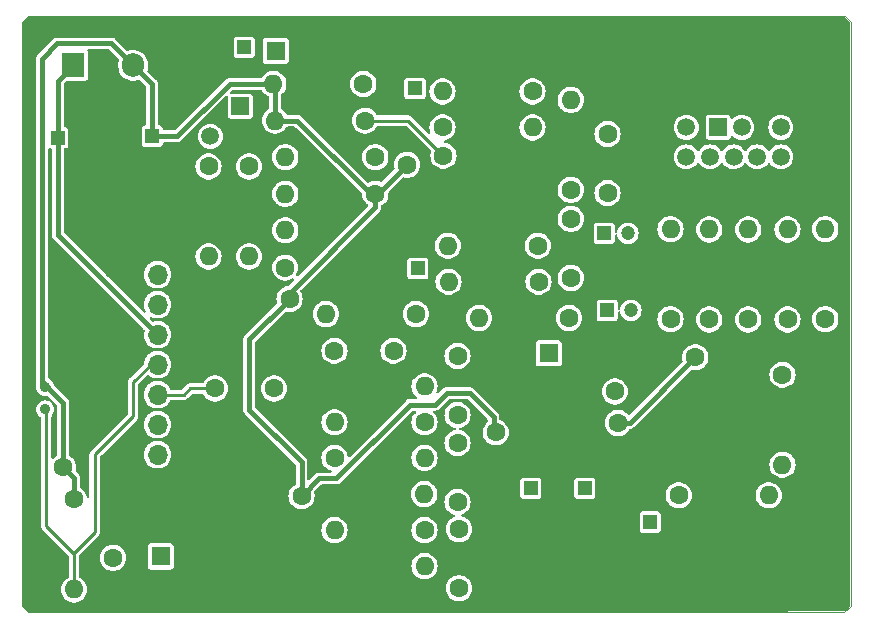
<source format=gbr>
%TF.GenerationSoftware,KiCad,Pcbnew,7.0.5-7.0.5~ubuntu22.04.1*%
%TF.CreationDate,2023-07-10T21:01:14-04:00*%
%TF.ProjectId,sub_rf_mod,7375625f-7266-45f6-9d6f-642e6b696361,rev?*%
%TF.SameCoordinates,Original*%
%TF.FileFunction,Copper,L1,Top*%
%TF.FilePolarity,Positive*%
%FSLAX46Y46*%
G04 Gerber Fmt 4.6, Leading zero omitted, Abs format (unit mm)*
G04 Created by KiCad (PCBNEW 7.0.5-7.0.5~ubuntu22.04.1) date 2023-07-10 21:01:14*
%MOMM*%
%LPD*%
G01*
G04 APERTURE LIST*
%TA.AperFunction,ComponentPad*%
%ADD10R,1.200000X1.200000*%
%TD*%
%TA.AperFunction,ComponentPad*%
%ADD11C,1.200000*%
%TD*%
%TA.AperFunction,ComponentPad*%
%ADD12C,1.600000*%
%TD*%
%TA.AperFunction,ComponentPad*%
%ADD13O,1.600000X1.600000*%
%TD*%
%TA.AperFunction,ComponentPad*%
%ADD14R,1.600000X1.600000*%
%TD*%
%TA.AperFunction,ComponentPad*%
%ADD15C,3.800000*%
%TD*%
%TA.AperFunction,ComponentPad*%
%ADD16C,6.000000*%
%TD*%
%TA.AperFunction,ComponentPad*%
%ADD17R,1.700000X1.700000*%
%TD*%
%TA.AperFunction,ComponentPad*%
%ADD18O,1.700000X1.700000*%
%TD*%
%TA.AperFunction,ComponentPad*%
%ADD19R,1.500000X1.500000*%
%TD*%
%TA.AperFunction,ComponentPad*%
%ADD20C,1.500000*%
%TD*%
%TA.AperFunction,ComponentPad*%
%ADD21C,3.450000*%
%TD*%
%TA.AperFunction,ComponentPad*%
%ADD22C,3.765000*%
%TD*%
%TA.AperFunction,ComponentPad*%
%ADD23R,1.905000X2.000000*%
%TD*%
%TA.AperFunction,ComponentPad*%
%ADD24O,1.905000X2.000000*%
%TD*%
%TA.AperFunction,ViaPad*%
%ADD25C,0.914400*%
%TD*%
%TA.AperFunction,Conductor*%
%ADD26C,0.381000*%
%TD*%
%TA.AperFunction,Conductor*%
%ADD27C,0.254000*%
%TD*%
%TA.AperFunction,Profile*%
%ADD28C,0.100000*%
%TD*%
G04 APERTURE END LIST*
D10*
%TO.P,C8,1*%
%TO.N,Net-(C8-Pad1)*%
X135592600Y-59436000D03*
D11*
%TO.P,C8,2*%
%TO.N,GNDD*%
X133592600Y-59436000D03*
%TD*%
D12*
%TO.P,R22,1*%
%TO.N,Net-(R22-Pad1)*%
X167132000Y-78994000D03*
D13*
%TO.P,R22,2*%
%TO.N,/comp_vid*%
X167132000Y-71374000D03*
%TD*%
D12*
%TO.P,R14,1*%
%TO.N,Net-(C22-Pad2)*%
X136398000Y-87706200D03*
D13*
%TO.P,R14,2*%
%TO.N,Net-(U2A--)*%
X128778000Y-87706200D03*
%TD*%
D14*
%TO.P,D2,1,K*%
%TO.N,Net-(D2-K)*%
X123799600Y-56235600D03*
D13*
%TO.P,D2,2,A*%
%TO.N,GNDD*%
X131419600Y-56235600D03*
%TD*%
D10*
%TO.P,C25,1*%
%TO.N,Net-(D2-K)*%
X121132600Y-55956200D03*
D11*
%TO.P,C25,2*%
%TO.N,GNDD*%
X119132600Y-55956200D03*
%TD*%
D12*
%TO.P,R28,1*%
%TO.N,Net-(R22-Pad1)*%
X166700200Y-83667600D03*
D13*
%TO.P,R28,2*%
%TO.N,Net-(U7C--)*%
X166700200Y-91287600D03*
%TD*%
D12*
%TO.P,R5,1*%
%TO.N,GNDD*%
X132232400Y-71450200D03*
D13*
%TO.P,R5,2*%
%TO.N,Net-(U3-INT)*%
X124612400Y-71450200D03*
%TD*%
D12*
%TO.P,R4,1*%
%TO.N,Net-(U1B--)*%
X145973800Y-72745600D03*
D13*
%TO.P,R4,2*%
%TO.N,Net-(C9-Pad1)*%
X138353800Y-72745600D03*
%TD*%
D12*
%TO.P,R1,1*%
%TO.N,Net-(D2-K)*%
X132232400Y-65252600D03*
D13*
%TO.P,R1,2*%
%TO.N,Net-(J1-Pin_2)*%
X124612400Y-65252600D03*
%TD*%
D10*
%TO.P,C9,1*%
%TO.N,Net-(C9-Pad1)*%
X135821200Y-74676000D03*
D11*
%TO.P,C9,2*%
%TO.N,GNDD*%
X133821200Y-74676000D03*
%TD*%
D12*
%TO.P,R15,1*%
%TO.N,GNDD*%
X128752600Y-93776800D03*
D13*
%TO.P,R15,2*%
%TO.N,Net-(C20-Pad2)*%
X136372600Y-93776800D03*
%TD*%
D12*
%TO.P,R20,1*%
%TO.N,Net-(U6-R_EXT)*%
X152501600Y-85090000D03*
D13*
%TO.P,R20,2*%
%TO.N,GNDD*%
X142341600Y-85090000D03*
%TD*%
D12*
%TO.P,C23,1*%
%TO.N,Net-(C23-Pad1)*%
X133767200Y-81635600D03*
%TO.P,C23,2*%
%TO.N,Net-(C22-Pad2)*%
X128767200Y-81635600D03*
%TD*%
%TO.P,C1,1*%
%TO.N,GNDD*%
X154319600Y-82194400D03*
%TO.P,C1,2*%
%TO.N,+5VD*%
X159319600Y-82194400D03*
%TD*%
%TO.P,R18,1*%
%TO.N,Net-(U7A--)*%
X157226000Y-78968600D03*
D13*
%TO.P,R18,2*%
%TO.N,/blue*%
X157226000Y-71348600D03*
%TD*%
D12*
%TO.P,C12,1*%
%TO.N,/Y*%
X118658000Y-84836000D03*
%TO.P,C12,2*%
%TO.N,Net-(U3-VIDEO)*%
X123658000Y-84836000D03*
%TD*%
%TO.P,R6,1*%
%TO.N,Net-(C14-Pad2)*%
X137922000Y-62738000D03*
D13*
%TO.P,R6,2*%
%TO.N,Net-(U1A--)*%
X145542000Y-62738000D03*
%TD*%
D12*
%TO.P,C19,1*%
%TO.N,Net-(D1-K)*%
X110032800Y-99172400D03*
%TO.P,C19,2*%
%TO.N,GNDD*%
X110032800Y-94172400D03*
%TD*%
%TO.P,C11,1*%
%TO.N,GNDD*%
X129601600Y-74599800D03*
%TO.P,C11,2*%
%TO.N,Net-(U3-INT)*%
X124601600Y-74599800D03*
%TD*%
%TO.P,R29,1*%
%TO.N,Net-(C26-Pad1)*%
X157911800Y-93878400D03*
D13*
%TO.P,R29,2*%
%TO.N,Net-(U7C--)*%
X165531800Y-93878400D03*
%TD*%
D10*
%TO.P,C26,1*%
%TO.N,Net-(C26-Pad1)*%
X155506200Y-96139000D03*
D11*
%TO.P,C26,2*%
%TO.N,GNDD*%
X153506200Y-96139000D03*
%TD*%
D12*
%TO.P,R19,1*%
%TO.N,Net-(U7B--)*%
X160502600Y-78994000D03*
D13*
%TO.P,R19,2*%
%TO.N,/green*%
X160502600Y-71374000D03*
%TD*%
D15*
%TO.P,H1,1,1*%
%TO.N,GNDD*%
X113792000Y-94742000D03*
%TD*%
D16*
%TO.P,H3,1,1*%
%TO.N,GNDD*%
X167640000Y-98806000D03*
%TD*%
D12*
%TO.P,R7,1*%
%TO.N,Net-(C15-Pad2)*%
X146050000Y-75793600D03*
D13*
%TO.P,R7,2*%
%TO.N,Net-(U1B--)*%
X138430000Y-75793600D03*
%TD*%
D14*
%TO.P,C24,1*%
%TO.N,+5VD*%
X146899000Y-81864200D03*
D12*
%TO.P,C24,2*%
%TO.N,GNDD*%
X144399000Y-81864200D03*
%TD*%
%TO.P,R23,1*%
%TO.N,Net-(C17-Pad1)*%
X148640800Y-78867000D03*
D13*
%TO.P,R23,2*%
%TO.N,Net-(C15-Pad2)*%
X141020800Y-78867000D03*
%TD*%
D12*
%TO.P,C15,1*%
%TO.N,Net-(U1B--)*%
X148767800Y-70474200D03*
%TO.P,C15,2*%
%TO.N,Net-(C15-Pad2)*%
X148767800Y-75474200D03*
%TD*%
%TO.P,R3,1*%
%TO.N,Net-(U1A--)*%
X145542000Y-59690000D03*
D13*
%TO.P,R3,2*%
%TO.N,Net-(C8-Pad1)*%
X137922000Y-59690000D03*
%TD*%
D10*
%TO.P,C16,1*%
%TO.N,Net-(C16-Pad1)*%
X151612600Y-71704200D03*
D11*
%TO.P,C16,2*%
%TO.N,/audio_1*%
X153612600Y-71704200D03*
%TD*%
D12*
%TO.P,R17,1*%
%TO.N,GNDD*%
X128778000Y-84658200D03*
D13*
%TO.P,R17,2*%
%TO.N,Net-(C22-Pad2)*%
X136398000Y-84658200D03*
%TD*%
D12*
%TO.P,R2,1*%
%TO.N,Net-(D2-K)*%
X131216400Y-59055000D03*
D13*
%TO.P,R2,2*%
%TO.N,+5VD*%
X123596400Y-59055000D03*
%TD*%
D12*
%TO.P,R10,1*%
%TO.N,Net-(Q1-E)*%
X121539000Y-66040000D03*
D13*
%TO.P,R10,2*%
%TO.N,+5VD*%
X121539000Y-73660000D03*
%TD*%
D12*
%TO.P,C20,1*%
%TO.N,Net-(U6-Pr)*%
X139192000Y-94448000D03*
%TO.P,C20,2*%
%TO.N,Net-(C20-Pad2)*%
X139192000Y-89448000D03*
%TD*%
%TO.P,C4,1*%
%TO.N,GNDD*%
X142417800Y-93559000D03*
%TO.P,C4,2*%
%TO.N,+5VD*%
X142417800Y-88559000D03*
%TD*%
%TO.P,R12,1*%
%TO.N,Net-(U2B--)*%
X128778000Y-90703400D03*
D13*
%TO.P,R12,2*%
%TO.N,Net-(C20-Pad2)*%
X136398000Y-90703400D03*
%TD*%
D12*
%TO.P,R26,1*%
%TO.N,Net-(U1C-V+)*%
X131368800Y-62153800D03*
D13*
%TO.P,R26,2*%
%TO.N,+5VD*%
X123748800Y-62153800D03*
%TD*%
D12*
%TO.P,C6,1*%
%TO.N,GNDD*%
X125984000Y-88940000D03*
%TO.P,C6,2*%
%TO.N,+5VD*%
X125984000Y-93940000D03*
%TD*%
%TO.P,R21,1*%
%TO.N,Net-(U7D--)*%
X163804600Y-78994000D03*
D13*
%TO.P,R21,2*%
%TO.N,/red*%
X163804600Y-71374000D03*
%TD*%
D10*
%TO.P,C17,1*%
%TO.N,Net-(C17-Pad1)*%
X151873200Y-78232000D03*
D11*
%TO.P,C17,2*%
%TO.N,/audio_2*%
X153873200Y-78232000D03*
%TD*%
D12*
%TO.P,C3,1*%
%TO.N,GNDD*%
X124968000Y-82256000D03*
%TO.P,C3,2*%
%TO.N,+5VD*%
X124968000Y-77256000D03*
%TD*%
%TO.P,C28,1*%
%TO.N,GNDD*%
X152781000Y-92757000D03*
%TO.P,C28,2*%
%TO.N,+5VD*%
X152781000Y-87757000D03*
%TD*%
D10*
%TO.P,C13,1*%
%TO.N,VDDF*%
X105326401Y-63601600D03*
D11*
%TO.P,C13,2*%
%TO.N,GNDD*%
X107326401Y-63601600D03*
%TD*%
D12*
%TO.P,R24,1*%
%TO.N,Net-(C16-Pad1)*%
X148767800Y-68021200D03*
D13*
%TO.P,R24,2*%
%TO.N,Net-(C14-Pad2)*%
X148767800Y-60401200D03*
%TD*%
D12*
%TO.P,C29,1*%
%TO.N,GNDD*%
X134924800Y-70902200D03*
%TO.P,C29,2*%
%TO.N,+5VD*%
X134924800Y-65902200D03*
%TD*%
D10*
%TO.P,C18,1*%
%TO.N,+5VD*%
X113342199Y-63474600D03*
D11*
%TO.P,C18,2*%
%TO.N,GNDD*%
X111342199Y-63474600D03*
%TD*%
D12*
%TO.P,R16,1*%
%TO.N,GNDD*%
X128778000Y-99872800D03*
D13*
%TO.P,R16,2*%
%TO.N,Net-(C21-Pad2)*%
X136398000Y-99872800D03*
%TD*%
D12*
%TO.P,R27,1*%
%TO.N,Net-(U6-SYNC)*%
X135661400Y-78536800D03*
D13*
%TO.P,R27,2*%
%TO.N,Net-(C23-Pad1)*%
X128041400Y-78536800D03*
%TD*%
D12*
%TO.P,C5,1*%
%TO.N,GNDD*%
X110805600Y-91490800D03*
%TO.P,C5,2*%
%TO.N,+5VD*%
X105805600Y-91490800D03*
%TD*%
%TO.P,C2,1*%
%TO.N,GNDD*%
X137998200Y-70125600D03*
%TO.P,C2,2*%
%TO.N,Net-(U1C-V+)*%
X137998200Y-65125600D03*
%TD*%
D17*
%TO.P,J1,1,Pin_1*%
%TO.N,GNDD*%
X113792000Y-72659000D03*
D18*
%TO.P,J1,2,Pin_2*%
%TO.N,Net-(J1-Pin_2)*%
X113792000Y-75199000D03*
%TO.P,J1,3,Pin_3*%
%TO.N,/Pr*%
X113792000Y-77739000D03*
%TO.P,J1,4,Pin_4*%
%TO.N,VDDF*%
X113792000Y-80279000D03*
%TO.P,J1,5,Pin_5*%
%TO.N,Net-(D1-K)*%
X113792000Y-82819000D03*
%TO.P,J1,6,Pin_6*%
%TO.N,/Y*%
X113792000Y-85359000D03*
%TO.P,J1,7,Pin_7*%
%TO.N,/Pb*%
X113792000Y-87899000D03*
%TO.P,J1,8,Pin_8*%
%TO.N,unconnected-(J1-Pin_8-Pad8)*%
X113792000Y-90439000D03*
%TD*%
D19*
%TO.P,Q1,1,E*%
%TO.N,Net-(Q1-E)*%
X120802400Y-60952000D03*
D20*
%TO.P,Q1,2,B*%
%TO.N,Net-(Q1-B)*%
X118262400Y-63492000D03*
%TO.P,Q1,3,C*%
%TO.N,GNDD*%
X115722400Y-60952000D03*
%TD*%
D10*
%TO.P,C10,1*%
%TO.N,+5VD*%
X149961600Y-93294200D03*
D11*
%TO.P,C10,2*%
%TO.N,GNDD*%
X149961600Y-95294200D03*
%TD*%
D14*
%TO.P,D1,1,K*%
%TO.N,Net-(D1-K)*%
X114046000Y-99060000D03*
D13*
%TO.P,D1,2,A*%
%TO.N,GNDD*%
X121666000Y-99060000D03*
%TD*%
D12*
%TO.P,R25,1*%
%TO.N,Net-(U2D--)*%
X170332400Y-78968600D03*
D13*
%TO.P,R25,2*%
%TO.N,/sync*%
X170332400Y-71348600D03*
%TD*%
D12*
%TO.P,R11,1*%
%TO.N,+5VD*%
X106730800Y-94234000D03*
D13*
%TO.P,R11,2*%
%TO.N,Net-(D1-K)*%
X106730800Y-101854000D03*
%TD*%
D12*
%TO.P,R13,1*%
%TO.N,Net-(C21-Pad2)*%
X136398000Y-96828000D03*
D13*
%TO.P,R13,2*%
%TO.N,Net-(U2C--)*%
X128778000Y-96828000D03*
%TD*%
D12*
%TO.P,R8,1*%
%TO.N,+5VD*%
X132232400Y-68351400D03*
D13*
%TO.P,R8,2*%
%TO.N,Net-(U3-BURST)*%
X124612400Y-68351400D03*
%TD*%
D12*
%TO.P,C21,1*%
%TO.N,Net-(U6-Pb)*%
X139319000Y-96748600D03*
%TO.P,C21,2*%
%TO.N,Net-(C21-Pad2)*%
X139319000Y-101748600D03*
%TD*%
D10*
%TO.P,C7,1*%
%TO.N,+5VD*%
X145389600Y-93286801D03*
D11*
%TO.P,C7,2*%
%TO.N,GNDD*%
X145389600Y-95286801D03*
%TD*%
D15*
%TO.P,H2,1,1*%
%TO.N,GNDD*%
X113792000Y-68580000D03*
%TD*%
D12*
%TO.P,R9,1*%
%TO.N,Net-(Q1-B)*%
X118110000Y-66040000D03*
D13*
%TO.P,R9,2*%
%TO.N,Net-(U3-BURST)*%
X118110000Y-73660000D03*
%TD*%
D12*
%TO.P,C22,1*%
%TO.N,Net-(U6-Y)*%
X139192000Y-87082000D03*
%TO.P,C22,2*%
%TO.N,Net-(C22-Pad2)*%
X139192000Y-82082000D03*
%TD*%
D19*
%TO.P,J2,1,1*%
%TO.N,/blue*%
X161260000Y-62728000D03*
D20*
%TO.P,J2,2,2*%
%TO.N,+5VD*%
X163260000Y-62728000D03*
%TO.P,J2,3,3*%
%TO.N,/green*%
X158560000Y-62728000D03*
%TO.P,J2,4,4*%
%TO.N,/comp_vid*%
X160560000Y-65228000D03*
%TO.P,J2,5,5*%
%TO.N,/sync*%
X162560000Y-65228000D03*
%TO.P,J2,6,6*%
%TO.N,/audio_1*%
X166560000Y-62728000D03*
%TO.P,J2,7,7*%
%TO.N,/red*%
X158560000Y-65228000D03*
%TO.P,J2,8,8*%
%TO.N,/audio_1*%
X164560000Y-65228000D03*
%TO.P,J2,9,9*%
%TO.N,/audio_2*%
X166560000Y-65228000D03*
D21*
%TO.P,J2,MH1,MH1*%
%TO.N,GNDD*%
X155310000Y-59728000D03*
%TO.P,J2,MH2,MH2*%
X169810000Y-59728000D03*
D22*
%TO.P,J2,MH3,MH3*%
X162560000Y-58928000D03*
%TD*%
D12*
%TO.P,C14,1*%
%TO.N,Net-(U1A--)*%
X151892000Y-68286000D03*
%TO.P,C14,2*%
%TO.N,Net-(C14-Pad2)*%
X151892000Y-63286000D03*
%TD*%
D23*
%TO.P,U8,1,IN*%
%TO.N,VDDF*%
X106654600Y-57475000D03*
D24*
%TO.P,U8,2,GND*%
%TO.N,GNDD*%
X109194600Y-57475000D03*
%TO.P,U8,3,OUT*%
%TO.N,+5VD*%
X111734600Y-57475000D03*
%TD*%
D25*
%TO.N,+5VD*%
X104286820Y-84683600D03*
%TO.N,Net-(D1-K)*%
X104286820Y-86614000D03*
%TD*%
D26*
%TO.N,VDDF*%
X105333800Y-71820800D02*
X113792000Y-80279000D01*
X106654600Y-57475000D02*
X105333800Y-58795800D01*
X105333800Y-58795800D02*
X105333800Y-71820800D01*
%TO.N,+5VD*%
X121539000Y-86639400D02*
X125984000Y-91084400D01*
X159319600Y-82194400D02*
X153757000Y-87757000D01*
X123748800Y-59207400D02*
X123596400Y-59055000D01*
X109885600Y-55626000D02*
X111734600Y-57475000D01*
X104495100Y-84683600D02*
X104063800Y-84252300D01*
X132232400Y-68351400D02*
X132475600Y-68351400D01*
X115468400Y-63474600D02*
X119888000Y-59055000D01*
X124968000Y-77256000D02*
X121539000Y-80685000D01*
X113342199Y-63474600D02*
X115468400Y-63474600D01*
X124968000Y-76747170D02*
X124968000Y-77256000D01*
X138277600Y-85217000D02*
X137287000Y-86207600D01*
X132475600Y-68351400D02*
X134924800Y-65902200D01*
X153757000Y-87757000D02*
X152781000Y-87757000D01*
X104286820Y-84683600D02*
X104444300Y-84683600D01*
X104007073Y-84403853D02*
X104007073Y-56927327D01*
X132232400Y-68351400D02*
X132232400Y-69482770D01*
X105805600Y-86044900D02*
X105805600Y-91490800D01*
X132232400Y-68351400D02*
X131826000Y-68351400D01*
X106730800Y-94234000D02*
X106730800Y-92416000D01*
X121539000Y-80685000D02*
X121539000Y-86639400D01*
X123748800Y-62153800D02*
X123748800Y-59207400D01*
X131826000Y-68351400D02*
X125628400Y-62153800D01*
X119888000Y-59055000D02*
X123596400Y-59055000D01*
X125628400Y-62153800D02*
X123748800Y-62153800D01*
X104444300Y-84683600D02*
X105805600Y-86044900D01*
X125984000Y-91084400D02*
X125984000Y-93940000D01*
X104286820Y-84683600D02*
X104495100Y-84683600D01*
X104286820Y-84683600D02*
X104007073Y-84403853D01*
X135178800Y-86207600D02*
X128930400Y-92456000D01*
X128930400Y-92456000D02*
X127468000Y-92456000D01*
X137287000Y-86207600D02*
X135178800Y-86207600D01*
X113342199Y-63474600D02*
X113342199Y-59082599D01*
X104007073Y-56927327D02*
X105308400Y-55626000D01*
X142240000Y-88315800D02*
X142240000Y-87249000D01*
X140208000Y-85217000D02*
X138277600Y-85217000D01*
X113342199Y-59082599D02*
X111734600Y-57475000D01*
X106730800Y-92416000D02*
X105805600Y-91490800D01*
X127468000Y-92456000D02*
X125984000Y-93940000D01*
X142240000Y-87249000D02*
X140208000Y-85217000D01*
X132232400Y-69482770D02*
X124968000Y-76747170D01*
X105308400Y-55626000D02*
X109885600Y-55626000D01*
D27*
%TO.N,/Y*%
X113792000Y-85359000D02*
X116012200Y-85359000D01*
X116535200Y-84836000D02*
X118658000Y-84836000D01*
X116012200Y-85359000D02*
X116535200Y-84836000D01*
%TO.N,Net-(D1-K)*%
X104368600Y-96494600D02*
X106629200Y-98755200D01*
X113792000Y-82819000D02*
X113192800Y-82819000D01*
X104368600Y-86695780D02*
X104368600Y-96494600D01*
X104286820Y-86614000D02*
X104368600Y-86695780D01*
X108458000Y-97028000D02*
X106730800Y-98755200D01*
X108458000Y-90424000D02*
X108458000Y-97028000D01*
X106730800Y-98755200D02*
X106730800Y-101854000D01*
X106629200Y-98755200D02*
X106730800Y-98755200D01*
X111734600Y-87147400D02*
X108458000Y-90424000D01*
X111734600Y-84277200D02*
X111734600Y-87147400D01*
X113192800Y-82819000D02*
X111734600Y-84277200D01*
%TO.N,Net-(U1C-V+)*%
X135026400Y-62153800D02*
X137998200Y-65125600D01*
X131368800Y-62153800D02*
X135026400Y-62153800D01*
%TD*%
%TA.AperFunction,Conductor*%
%TO.N,GNDD*%
G36*
X171971112Y-53369713D02*
G01*
X171983116Y-53379965D01*
X172426035Y-53822884D01*
X172454261Y-53878282D01*
X172455500Y-53894019D01*
X172455500Y-103178774D01*
X172436287Y-103237905D01*
X172425151Y-103250782D01*
X171984451Y-103680733D01*
X171928709Y-103708273D01*
X171914345Y-103709325D01*
X162375987Y-103723100D01*
X102877920Y-103723100D01*
X102818789Y-103703887D01*
X102806785Y-103693635D01*
X102366378Y-103253229D01*
X102338152Y-103197831D01*
X102336914Y-103182061D01*
X102346354Y-84368120D01*
X103507452Y-84368120D01*
X103511145Y-84419759D01*
X103511273Y-84423348D01*
X103511273Y-84439310D01*
X103512625Y-84448721D01*
X103513543Y-84455103D01*
X103513927Y-84458670D01*
X103517622Y-84510328D01*
X103517622Y-84510329D01*
X103520125Y-84517037D01*
X103525445Y-84537877D01*
X103526465Y-84544971D01*
X103527004Y-84546807D01*
X103527423Y-84551639D01*
X103527489Y-84552092D01*
X103527463Y-84552095D01*
X103530445Y-84586406D01*
X103522012Y-84661264D01*
X103519495Y-84683603D01*
X103519495Y-84683605D01*
X103538732Y-84854344D01*
X103595484Y-85016531D01*
X103686895Y-85162011D01*
X103686900Y-85162017D01*
X103686901Y-85162019D01*
X103808401Y-85283519D01*
X103808403Y-85283520D01*
X103808408Y-85283524D01*
X103928526Y-85358999D01*
X103953890Y-85374936D01*
X104116074Y-85431687D01*
X104133967Y-85433703D01*
X104286816Y-85450925D01*
X104286820Y-85450925D01*
X104286823Y-85450925D01*
X104351560Y-85443630D01*
X104439670Y-85433703D01*
X104500580Y-85446174D01*
X104522068Y-85462535D01*
X105280334Y-86220801D01*
X105308560Y-86276199D01*
X105309799Y-86291936D01*
X105309800Y-90441731D01*
X105290587Y-90500862D01*
X105262159Y-90527263D01*
X105136653Y-90604973D01*
X105136648Y-90604977D01*
X104985272Y-90742974D01*
X104981780Y-90747600D01*
X104930812Y-90783209D01*
X104868649Y-90782059D01*
X104819033Y-90744590D01*
X104800900Y-90686974D01*
X104800900Y-87219928D01*
X104820113Y-87160797D01*
X104830365Y-87148793D01*
X104857316Y-87121842D01*
X104886739Y-87092419D01*
X104978156Y-86946930D01*
X105034907Y-86784746D01*
X105045509Y-86690650D01*
X105054145Y-86614004D01*
X105054145Y-86613995D01*
X105034907Y-86443255D01*
X105022605Y-86408099D01*
X104978156Y-86281070D01*
X104978155Y-86281068D01*
X104886744Y-86135588D01*
X104886737Y-86135579D01*
X104765240Y-86014082D01*
X104765231Y-86014075D01*
X104619751Y-85922664D01*
X104457564Y-85865912D01*
X104286824Y-85846675D01*
X104286816Y-85846675D01*
X104116075Y-85865912D01*
X103953888Y-85922664D01*
X103808408Y-86014075D01*
X103808399Y-86014082D01*
X103686902Y-86135579D01*
X103686895Y-86135588D01*
X103595484Y-86281068D01*
X103538732Y-86443255D01*
X103519494Y-86613995D01*
X103519494Y-86614004D01*
X103538732Y-86784744D01*
X103595484Y-86946931D01*
X103686895Y-87092411D01*
X103686900Y-87092417D01*
X103686901Y-87092419D01*
X103808401Y-87213919D01*
X103889222Y-87264702D01*
X103929067Y-87312429D01*
X103936299Y-87349882D01*
X103936299Y-96467501D01*
X103935983Y-96473136D01*
X103931723Y-96510948D01*
X103931723Y-96510951D01*
X103937116Y-96539455D01*
X103942163Y-96566129D01*
X103942472Y-96567947D01*
X103950839Y-96623459D01*
X103953063Y-96630666D01*
X103952574Y-96630816D01*
X103952978Y-96632043D01*
X103953460Y-96631875D01*
X103955951Y-96638996D01*
X103982171Y-96688605D01*
X103983018Y-96690283D01*
X104007382Y-96740874D01*
X104011631Y-96747106D01*
X104011207Y-96747394D01*
X104011954Y-96748447D01*
X104012367Y-96748143D01*
X104016843Y-96754208D01*
X104056535Y-96793900D01*
X104057834Y-96795248D01*
X104096021Y-96836403D01*
X104096023Y-96836404D01*
X104101914Y-96841102D01*
X104101594Y-96841502D01*
X104112523Y-96849888D01*
X106269036Y-99006401D01*
X106297261Y-99061797D01*
X106298500Y-99077534D01*
X106298500Y-100767218D01*
X106279287Y-100826349D01*
X106239524Y-100856959D01*
X106240175Y-100858266D01*
X106236014Y-100860337D01*
X106128178Y-100927106D01*
X106061854Y-100968173D01*
X106061852Y-100968174D01*
X106061853Y-100968174D01*
X106061844Y-100968180D01*
X105910474Y-101106173D01*
X105787027Y-101269645D01*
X105787026Y-101269646D01*
X105695724Y-101453005D01*
X105695723Y-101453006D01*
X105639664Y-101650035D01*
X105639664Y-101650036D01*
X105620765Y-101854000D01*
X105639664Y-102057963D01*
X105639664Y-102057964D01*
X105695723Y-102254993D01*
X105695724Y-102254994D01*
X105787026Y-102438353D01*
X105787027Y-102438354D01*
X105787029Y-102438358D01*
X105830880Y-102496426D01*
X105910474Y-102601826D01*
X106061844Y-102739819D01*
X106061848Y-102739822D01*
X106061854Y-102739827D01*
X106236015Y-102847663D01*
X106427025Y-102921660D01*
X106553096Y-102945227D01*
X106628377Y-102959300D01*
X106628379Y-102959300D01*
X106833223Y-102959300D01*
X106896646Y-102947443D01*
X107034575Y-102921660D01*
X107225585Y-102847663D01*
X107399746Y-102739827D01*
X107551126Y-102601826D01*
X107674571Y-102438358D01*
X107765877Y-102254991D01*
X107821935Y-102057968D01*
X107840835Y-101854000D01*
X107831068Y-101748600D01*
X138208965Y-101748600D01*
X138227864Y-101952563D01*
X138227864Y-101952564D01*
X138283923Y-102149593D01*
X138283924Y-102149594D01*
X138375226Y-102332953D01*
X138375227Y-102332954D01*
X138375229Y-102332958D01*
X138498674Y-102496426D01*
X138650044Y-102634419D01*
X138650048Y-102634422D01*
X138650054Y-102634427D01*
X138824215Y-102742263D01*
X139015225Y-102816260D01*
X139141297Y-102839827D01*
X139216577Y-102853900D01*
X139216579Y-102853900D01*
X139421423Y-102853900D01*
X139484846Y-102842043D01*
X139622775Y-102816260D01*
X139813785Y-102742263D01*
X139987946Y-102634427D01*
X140139326Y-102496426D01*
X140262771Y-102332958D01*
X140354077Y-102149591D01*
X140410135Y-101952568D01*
X140429035Y-101748600D01*
X140410135Y-101544632D01*
X140354077Y-101347609D01*
X140262771Y-101164242D01*
X140139326Y-101000774D01*
X140103572Y-100968180D01*
X139987955Y-100862780D01*
X139987950Y-100862776D01*
X139987946Y-100862773D01*
X139813785Y-100754937D01*
X139813781Y-100754935D01*
X139622776Y-100680940D01*
X139421423Y-100643300D01*
X139421421Y-100643300D01*
X139216579Y-100643300D01*
X139216577Y-100643300D01*
X139015223Y-100680940D01*
X138824218Y-100754935D01*
X138824214Y-100754937D01*
X138716377Y-100821706D01*
X138650054Y-100862773D01*
X138650052Y-100862774D01*
X138650053Y-100862774D01*
X138650044Y-100862780D01*
X138498674Y-101000773D01*
X138375227Y-101164245D01*
X138375226Y-101164246D01*
X138283924Y-101347605D01*
X138283923Y-101347606D01*
X138227864Y-101544635D01*
X138227864Y-101544636D01*
X138208965Y-101748600D01*
X107831068Y-101748600D01*
X107821935Y-101650032D01*
X107765877Y-101453009D01*
X107674571Y-101269642D01*
X107551126Y-101106174D01*
X107551125Y-101106173D01*
X107399755Y-100968180D01*
X107399750Y-100968176D01*
X107399746Y-100968173D01*
X107225585Y-100860337D01*
X107221425Y-100858266D01*
X107222160Y-100856789D01*
X107179160Y-100821746D01*
X107163100Y-100767218D01*
X107163100Y-99172399D01*
X108922765Y-99172399D01*
X108941664Y-99376363D01*
X108941664Y-99376364D01*
X108997723Y-99573393D01*
X108997724Y-99573394D01*
X109089026Y-99756753D01*
X109089027Y-99756754D01*
X109089029Y-99756758D01*
X109212473Y-99920226D01*
X109212474Y-99920226D01*
X109363844Y-100058219D01*
X109363848Y-100058222D01*
X109363854Y-100058227D01*
X109538015Y-100166063D01*
X109729025Y-100240060D01*
X109855097Y-100263627D01*
X109930377Y-100277700D01*
X109930379Y-100277700D01*
X110135223Y-100277700D01*
X110198646Y-100265843D01*
X110336575Y-100240060D01*
X110527585Y-100166063D01*
X110701746Y-100058227D01*
X110853126Y-99920226D01*
X110864193Y-99905571D01*
X112940700Y-99905571D01*
X112940701Y-99905586D01*
X112943662Y-99931108D01*
X112943662Y-99931111D01*
X112989765Y-100035524D01*
X112989766Y-100035524D01*
X112989766Y-100035525D01*
X113070475Y-100116234D01*
X113174891Y-100162338D01*
X113200421Y-100165300D01*
X114891578Y-100165299D01*
X114917109Y-100162338D01*
X115021525Y-100116234D01*
X115102234Y-100035525D01*
X115148338Y-99931109D01*
X115151300Y-99905579D01*
X115151300Y-99872799D01*
X135287965Y-99872799D01*
X135306864Y-100076763D01*
X135306864Y-100076764D01*
X135362923Y-100273793D01*
X135362924Y-100273794D01*
X135454226Y-100457153D01*
X135454227Y-100457154D01*
X135454229Y-100457158D01*
X135577673Y-100620625D01*
X135577674Y-100620626D01*
X135729044Y-100758619D01*
X135729048Y-100758622D01*
X135729054Y-100758627D01*
X135903215Y-100866463D01*
X136094225Y-100940460D01*
X136220297Y-100964027D01*
X136295577Y-100978100D01*
X136295579Y-100978100D01*
X136500423Y-100978100D01*
X136563846Y-100966243D01*
X136701775Y-100940460D01*
X136892785Y-100866463D01*
X137066946Y-100758627D01*
X137218326Y-100620626D01*
X137341771Y-100457158D01*
X137433077Y-100273791D01*
X137489135Y-100076768D01*
X137508035Y-99872800D01*
X137489135Y-99668832D01*
X137433077Y-99471809D01*
X137341771Y-99288442D01*
X137218326Y-99124974D01*
X137166287Y-99077534D01*
X137066955Y-98986980D01*
X137066950Y-98986976D01*
X137066946Y-98986973D01*
X136892785Y-98879137D01*
X136892781Y-98879135D01*
X136701776Y-98805140D01*
X136500423Y-98767500D01*
X136500421Y-98767500D01*
X136295579Y-98767500D01*
X136295577Y-98767500D01*
X136094223Y-98805140D01*
X135903218Y-98879135D01*
X135903214Y-98879137D01*
X135842384Y-98916802D01*
X135729054Y-98986973D01*
X135729052Y-98986974D01*
X135729053Y-98986974D01*
X135729044Y-98986980D01*
X135577674Y-99124973D01*
X135454227Y-99288445D01*
X135454226Y-99288446D01*
X135362924Y-99471805D01*
X135362923Y-99471806D01*
X135306864Y-99668835D01*
X135306864Y-99668836D01*
X135287965Y-99872799D01*
X115151300Y-99872799D01*
X115151299Y-98214422D01*
X115148338Y-98188891D01*
X115102234Y-98084475D01*
X115021525Y-98003766D01*
X115021524Y-98003765D01*
X114917110Y-97957662D01*
X114891579Y-97954700D01*
X113200428Y-97954700D01*
X113200413Y-97954701D01*
X113174891Y-97957662D01*
X113174888Y-97957662D01*
X113070475Y-98003765D01*
X112989765Y-98084475D01*
X112943662Y-98188888D01*
X112943662Y-98188889D01*
X112940700Y-98214418D01*
X112940700Y-99905571D01*
X110864193Y-99905571D01*
X110976571Y-99756758D01*
X111067877Y-99573391D01*
X111123935Y-99376368D01*
X111142835Y-99172400D01*
X111123935Y-98968432D01*
X111067877Y-98771409D01*
X110976571Y-98588042D01*
X110853126Y-98424574D01*
X110853125Y-98424573D01*
X110701755Y-98286580D01*
X110701750Y-98286576D01*
X110701746Y-98286573D01*
X110527585Y-98178737D01*
X110527581Y-98178735D01*
X110336576Y-98104740D01*
X110135223Y-98067100D01*
X110135221Y-98067100D01*
X109930379Y-98067100D01*
X109930377Y-98067100D01*
X109729023Y-98104740D01*
X109538018Y-98178735D01*
X109538014Y-98178737D01*
X109480372Y-98214428D01*
X109363854Y-98286573D01*
X109363852Y-98286574D01*
X109363853Y-98286574D01*
X109363844Y-98286580D01*
X109212474Y-98424573D01*
X109089027Y-98588045D01*
X109089026Y-98588046D01*
X108997724Y-98771405D01*
X108997723Y-98771406D01*
X108941664Y-98968435D01*
X108941664Y-98968436D01*
X108922765Y-99172399D01*
X107163100Y-99172399D01*
X107163100Y-98975933D01*
X107182313Y-98916802D01*
X107192559Y-98904804D01*
X108744518Y-97352846D01*
X108748719Y-97349090D01*
X108778478Y-97325360D01*
X108810130Y-97278933D01*
X108811164Y-97277476D01*
X108844520Y-97232281D01*
X108844521Y-97232275D01*
X108848040Y-97225619D01*
X108848497Y-97225860D01*
X108849082Y-97224702D01*
X108848617Y-97224478D01*
X108851884Y-97217691D01*
X108851888Y-97217687D01*
X108868437Y-97164035D01*
X108869004Y-97162309D01*
X108887562Y-97109277D01*
X108887562Y-97109273D01*
X108888963Y-97101871D01*
X108889470Y-97101966D01*
X108889686Y-97100693D01*
X108889176Y-97100616D01*
X108890300Y-97093160D01*
X108890300Y-97037040D01*
X108890335Y-97035160D01*
X108890589Y-97028350D01*
X108892434Y-96979051D01*
X108892432Y-96979046D01*
X108892433Y-96979045D01*
X108891590Y-96971555D01*
X108892097Y-96971497D01*
X108890300Y-96957842D01*
X108890300Y-96828000D01*
X127667965Y-96828000D01*
X127686864Y-97031963D01*
X127686864Y-97031964D01*
X127686864Y-97031967D01*
X127686865Y-97031968D01*
X127690374Y-97044300D01*
X127742923Y-97228993D01*
X127742924Y-97228994D01*
X127834226Y-97412353D01*
X127834227Y-97412354D01*
X127834229Y-97412358D01*
X127957673Y-97575825D01*
X127957674Y-97575826D01*
X128109044Y-97713819D01*
X128109048Y-97713822D01*
X128109054Y-97713827D01*
X128283215Y-97821663D01*
X128474225Y-97895660D01*
X128600296Y-97919227D01*
X128675577Y-97933300D01*
X128675579Y-97933300D01*
X128880423Y-97933300D01*
X128943846Y-97921443D01*
X129081775Y-97895660D01*
X129272785Y-97821663D01*
X129446946Y-97713827D01*
X129598326Y-97575826D01*
X129721771Y-97412358D01*
X129813077Y-97228991D01*
X129869135Y-97031968D01*
X129888035Y-96828000D01*
X135287965Y-96828000D01*
X135306864Y-97031963D01*
X135306864Y-97031964D01*
X135306864Y-97031967D01*
X135306865Y-97031968D01*
X135310374Y-97044300D01*
X135362923Y-97228993D01*
X135362924Y-97228994D01*
X135454226Y-97412353D01*
X135454227Y-97412354D01*
X135454229Y-97412358D01*
X135577674Y-97575825D01*
X135577674Y-97575826D01*
X135729044Y-97713819D01*
X135729048Y-97713822D01*
X135729054Y-97713827D01*
X135903215Y-97821663D01*
X136094225Y-97895660D01*
X136220296Y-97919227D01*
X136295577Y-97933300D01*
X136295579Y-97933300D01*
X136500423Y-97933300D01*
X136563846Y-97921443D01*
X136701775Y-97895660D01*
X136892785Y-97821663D01*
X137066946Y-97713827D01*
X137218326Y-97575826D01*
X137341771Y-97412358D01*
X137433077Y-97228991D01*
X137489135Y-97031968D01*
X137508035Y-96828000D01*
X137489135Y-96624032D01*
X137433077Y-96427009D01*
X137341771Y-96243642D01*
X137218326Y-96080174D01*
X137218325Y-96080173D01*
X137066955Y-95942180D01*
X137066950Y-95942176D01*
X137066946Y-95942173D01*
X136892785Y-95834337D01*
X136892781Y-95834335D01*
X136701776Y-95760340D01*
X136500423Y-95722700D01*
X136500421Y-95722700D01*
X136295579Y-95722700D01*
X136295577Y-95722700D01*
X136094223Y-95760340D01*
X135903218Y-95834335D01*
X135903214Y-95834337D01*
X135795377Y-95901106D01*
X135729054Y-95942173D01*
X135729052Y-95942174D01*
X135729053Y-95942174D01*
X135729044Y-95942180D01*
X135577674Y-96080173D01*
X135454227Y-96243645D01*
X135454226Y-96243646D01*
X135362924Y-96427005D01*
X135362923Y-96427006D01*
X135306864Y-96624035D01*
X135306864Y-96624036D01*
X135287965Y-96828000D01*
X129888035Y-96828000D01*
X129869135Y-96624032D01*
X129813077Y-96427009D01*
X129721771Y-96243642D01*
X129598326Y-96080174D01*
X129598325Y-96080173D01*
X129446955Y-95942180D01*
X129446950Y-95942176D01*
X129446946Y-95942173D01*
X129272785Y-95834337D01*
X129272781Y-95834335D01*
X129081776Y-95760340D01*
X128880423Y-95722700D01*
X128880421Y-95722700D01*
X128675579Y-95722700D01*
X128675577Y-95722700D01*
X128474223Y-95760340D01*
X128283218Y-95834335D01*
X128283214Y-95834337D01*
X128175378Y-95901106D01*
X128109054Y-95942173D01*
X128109052Y-95942174D01*
X128109053Y-95942174D01*
X128109044Y-95942180D01*
X127957674Y-96080173D01*
X127834227Y-96243645D01*
X127834226Y-96243646D01*
X127742924Y-96427005D01*
X127742923Y-96427006D01*
X127686864Y-96624035D01*
X127686864Y-96624036D01*
X127667965Y-96828000D01*
X108890300Y-96828000D01*
X108890300Y-90644734D01*
X108909513Y-90585603D01*
X108919759Y-90573605D01*
X109054365Y-90438999D01*
X112631751Y-90438999D01*
X112651505Y-90652190D01*
X112651505Y-90652191D01*
X112651505Y-90652194D01*
X112651506Y-90652195D01*
X112661402Y-90686974D01*
X112710100Y-90858131D01*
X112710103Y-90858138D01*
X112805531Y-91049783D01*
X112805532Y-91049785D01*
X112805536Y-91049792D01*
X112934566Y-91220654D01*
X112934566Y-91220655D01*
X113092792Y-91364898D01*
X113092794Y-91364899D01*
X113274833Y-91477612D01*
X113474483Y-91554957D01*
X113606258Y-91579590D01*
X113684944Y-91594300D01*
X113684946Y-91594300D01*
X113899056Y-91594300D01*
X113965349Y-91581907D01*
X114109517Y-91554957D01*
X114309167Y-91477612D01*
X114491206Y-91364899D01*
X114649434Y-91220655D01*
X114778464Y-91049792D01*
X114873900Y-90858130D01*
X114932494Y-90652195D01*
X114952249Y-90439000D01*
X114932494Y-90225805D01*
X114873900Y-90019870D01*
X114778464Y-89828208D01*
X114649434Y-89657345D01*
X114643530Y-89651963D01*
X114491207Y-89513101D01*
X114309167Y-89400388D01*
X114309163Y-89400386D01*
X114109518Y-89323043D01*
X113899056Y-89283700D01*
X113899054Y-89283700D01*
X113684946Y-89283700D01*
X113684944Y-89283700D01*
X113474481Y-89323043D01*
X113274836Y-89400386D01*
X113274832Y-89400388D01*
X113092792Y-89513101D01*
X112934566Y-89657344D01*
X112895003Y-89709735D01*
X112805536Y-89828208D01*
X112805534Y-89828211D01*
X112805534Y-89828212D01*
X112805531Y-89828216D01*
X112710103Y-90019861D01*
X112710100Y-90019868D01*
X112651505Y-90225808D01*
X112651505Y-90225809D01*
X112631751Y-90438999D01*
X109054365Y-90438999D01*
X111594363Y-87899000D01*
X112631751Y-87899000D01*
X112651505Y-88112190D01*
X112651505Y-88112191D01*
X112651505Y-88112194D01*
X112651506Y-88112195D01*
X112660048Y-88142218D01*
X112710100Y-88318131D01*
X112710103Y-88318138D01*
X112805531Y-88509783D01*
X112805532Y-88509785D01*
X112805536Y-88509792D01*
X112905994Y-88642819D01*
X112934566Y-88680655D01*
X113092792Y-88824898D01*
X113155371Y-88863645D01*
X113274833Y-88937612D01*
X113474483Y-89014957D01*
X113606258Y-89039590D01*
X113684944Y-89054300D01*
X113684946Y-89054300D01*
X113899056Y-89054300D01*
X113965349Y-89041907D01*
X114109517Y-89014957D01*
X114309167Y-88937612D01*
X114491206Y-88824899D01*
X114649434Y-88680655D01*
X114778464Y-88509792D01*
X114873900Y-88318130D01*
X114932494Y-88112195D01*
X114952249Y-87899000D01*
X114932494Y-87685805D01*
X114873900Y-87479870D01*
X114869108Y-87470247D01*
X114778468Y-87288216D01*
X114778467Y-87288215D01*
X114778464Y-87288208D01*
X114649434Y-87117345D01*
X114639054Y-87107882D01*
X114491207Y-86973101D01*
X114309167Y-86860388D01*
X114309163Y-86860386D01*
X114109518Y-86783043D01*
X113899056Y-86743700D01*
X113899054Y-86743700D01*
X113684946Y-86743700D01*
X113684944Y-86743700D01*
X113474481Y-86783043D01*
X113274836Y-86860386D01*
X113274832Y-86860388D01*
X113092792Y-86973101D01*
X112934566Y-87117344D01*
X112879695Y-87190005D01*
X112805536Y-87288208D01*
X112805534Y-87288211D01*
X112805534Y-87288212D01*
X112805531Y-87288216D01*
X112710103Y-87479861D01*
X112710100Y-87479868D01*
X112651505Y-87685808D01*
X112651505Y-87685809D01*
X112631751Y-87899000D01*
X111594363Y-87899000D01*
X112021118Y-87472245D01*
X112025319Y-87468490D01*
X112055078Y-87444760D01*
X112086717Y-87398351D01*
X112087770Y-87396868D01*
X112121120Y-87351682D01*
X112121121Y-87351676D01*
X112124642Y-87345017D01*
X112125098Y-87345258D01*
X112125680Y-87344105D01*
X112125215Y-87343881D01*
X112128479Y-87337099D01*
X112128488Y-87337087D01*
X112145030Y-87283455D01*
X112145605Y-87281706D01*
X112164162Y-87228678D01*
X112164162Y-87228674D01*
X112165563Y-87221272D01*
X112166070Y-87221367D01*
X112166286Y-87220093D01*
X112165776Y-87220016D01*
X112166900Y-87212560D01*
X112166900Y-87156441D01*
X112166935Y-87154561D01*
X112168061Y-87124452D01*
X112169034Y-87098451D01*
X112169032Y-87098446D01*
X112169033Y-87098445D01*
X112168190Y-87090955D01*
X112168697Y-87090897D01*
X112166900Y-87077242D01*
X112166900Y-85358999D01*
X112631751Y-85358999D01*
X112651505Y-85572190D01*
X112651505Y-85572191D01*
X112710100Y-85778131D01*
X112710103Y-85778138D01*
X112805531Y-85969783D01*
X112805532Y-85969785D01*
X112805536Y-85969792D01*
X112902505Y-86098199D01*
X112934566Y-86140655D01*
X113092792Y-86284898D01*
X113092794Y-86284899D01*
X113274833Y-86397612D01*
X113474483Y-86474957D01*
X113606258Y-86499590D01*
X113684944Y-86514300D01*
X113684946Y-86514300D01*
X113899056Y-86514300D01*
X113965349Y-86501907D01*
X114109517Y-86474957D01*
X114309167Y-86397612D01*
X114491206Y-86284899D01*
X114649434Y-86140655D01*
X114778464Y-85969792D01*
X114823385Y-85879579D01*
X114839578Y-85847059D01*
X114883133Y-85802691D01*
X114929631Y-85791300D01*
X115985101Y-85791300D01*
X115990738Y-85791617D01*
X116028542Y-85795877D01*
X116028543Y-85795876D01*
X116028547Y-85795877D01*
X116083727Y-85785436D01*
X116085550Y-85785126D01*
X116141062Y-85776760D01*
X116141065Y-85776758D01*
X116148273Y-85774535D01*
X116148425Y-85775028D01*
X116149639Y-85774629D01*
X116149469Y-85774142D01*
X116156585Y-85771651D01*
X116156592Y-85771650D01*
X116206249Y-85745404D01*
X116207876Y-85744583D01*
X116258474Y-85720218D01*
X116258480Y-85720211D01*
X116264705Y-85715969D01*
X116264995Y-85716395D01*
X116266046Y-85715650D01*
X116265740Y-85715235D01*
X116271804Y-85710758D01*
X116271808Y-85710757D01*
X116311539Y-85671024D01*
X116312832Y-85669779D01*
X116354003Y-85631579D01*
X116354005Y-85631576D01*
X116358707Y-85625681D01*
X116359108Y-85626000D01*
X116367488Y-85615075D01*
X116684799Y-85297765D01*
X116740198Y-85269539D01*
X116755935Y-85268300D01*
X117576225Y-85268300D01*
X117635356Y-85287513D01*
X117666275Y-85324055D01*
X117714229Y-85420358D01*
X117828887Y-85572190D01*
X117837674Y-85583826D01*
X117989044Y-85721819D01*
X117989048Y-85721822D01*
X117989054Y-85721827D01*
X118163215Y-85829663D01*
X118354225Y-85903660D01*
X118480297Y-85927227D01*
X118555577Y-85941300D01*
X118555579Y-85941300D01*
X118760423Y-85941300D01*
X118823846Y-85929443D01*
X118961775Y-85903660D01*
X119152785Y-85829663D01*
X119326946Y-85721827D01*
X119329622Y-85719388D01*
X119379021Y-85674354D01*
X119478326Y-85583826D01*
X119601771Y-85420358D01*
X119693077Y-85236991D01*
X119749135Y-85039968D01*
X119768035Y-84836000D01*
X119749135Y-84632032D01*
X119693077Y-84435009D01*
X119601771Y-84251642D01*
X119478326Y-84088174D01*
X119473399Y-84083682D01*
X119326955Y-83950180D01*
X119326950Y-83950176D01*
X119326946Y-83950173D01*
X119152785Y-83842337D01*
X119152781Y-83842335D01*
X118961776Y-83768340D01*
X118760423Y-83730700D01*
X118760421Y-83730700D01*
X118555579Y-83730700D01*
X118555577Y-83730700D01*
X118354223Y-83768340D01*
X118163218Y-83842335D01*
X118163214Y-83842337D01*
X118116005Y-83871568D01*
X117989054Y-83950173D01*
X117989052Y-83950174D01*
X117989053Y-83950174D01*
X117989044Y-83950180D01*
X117837674Y-84088173D01*
X117797688Y-84141124D01*
X117714229Y-84251642D01*
X117666276Y-84347943D01*
X117622723Y-84392309D01*
X117576225Y-84403700D01*
X116562308Y-84403700D01*
X116556671Y-84403383D01*
X116518857Y-84399121D01*
X116518850Y-84399122D01*
X116463676Y-84409562D01*
X116461821Y-84409877D01*
X116406336Y-84418239D01*
X116399134Y-84420461D01*
X116398985Y-84419978D01*
X116397750Y-84420384D01*
X116397918Y-84420862D01*
X116390802Y-84423351D01*
X116341162Y-84449586D01*
X116339485Y-84450433D01*
X116288928Y-84474780D01*
X116282702Y-84479026D01*
X116282414Y-84478604D01*
X116281355Y-84479355D01*
X116281658Y-84479765D01*
X116275593Y-84484241D01*
X116235896Y-84523937D01*
X116234543Y-84525240D01*
X116193393Y-84563423D01*
X116188698Y-84569312D01*
X116188299Y-84568994D01*
X116179913Y-84579920D01*
X115862600Y-84897235D01*
X115807203Y-84925461D01*
X115791465Y-84926700D01*
X114929631Y-84926700D01*
X114870500Y-84907487D01*
X114839578Y-84870941D01*
X114778468Y-84748216D01*
X114778467Y-84748215D01*
X114778464Y-84748208D01*
X114649434Y-84577345D01*
X114640622Y-84569312D01*
X114491207Y-84433101D01*
X114309167Y-84320388D01*
X114309163Y-84320386D01*
X114109518Y-84243043D01*
X113899056Y-84203700D01*
X113899054Y-84203700D01*
X113684946Y-84203700D01*
X113684944Y-84203700D01*
X113474481Y-84243043D01*
X113274836Y-84320386D01*
X113274832Y-84320388D01*
X113092792Y-84433101D01*
X112934566Y-84577344D01*
X112927723Y-84586406D01*
X112805536Y-84748208D01*
X112805534Y-84748211D01*
X112805534Y-84748212D01*
X112805531Y-84748216D01*
X112710103Y-84939861D01*
X112710100Y-84939868D01*
X112651505Y-85145808D01*
X112651505Y-85145809D01*
X112631751Y-85358999D01*
X112166900Y-85358999D01*
X112166900Y-84497934D01*
X112186113Y-84438803D01*
X112196359Y-84426805D01*
X112912648Y-83710515D01*
X112968046Y-83682290D01*
X113029454Y-83692016D01*
X113051556Y-83707306D01*
X113092794Y-83744899D01*
X113274833Y-83857612D01*
X113474483Y-83934957D01*
X113606258Y-83959590D01*
X113684944Y-83974300D01*
X113684946Y-83974300D01*
X113899056Y-83974300D01*
X113965349Y-83961907D01*
X114109517Y-83934957D01*
X114309167Y-83857612D01*
X114491206Y-83744899D01*
X114649434Y-83600655D01*
X114778464Y-83429792D01*
X114873900Y-83238130D01*
X114932494Y-83032195D01*
X114952249Y-82819000D01*
X114932494Y-82605805D01*
X114873900Y-82399870D01*
X114873153Y-82398370D01*
X114778468Y-82208216D01*
X114778467Y-82208215D01*
X114778464Y-82208208D01*
X114649434Y-82037345D01*
X114648607Y-82036591D01*
X114491207Y-81893101D01*
X114309167Y-81780388D01*
X114309163Y-81780386D01*
X114109518Y-81703043D01*
X113899056Y-81663700D01*
X113899054Y-81663700D01*
X113684946Y-81663700D01*
X113684944Y-81663700D01*
X113474481Y-81703043D01*
X113274836Y-81780386D01*
X113274832Y-81780388D01*
X113092792Y-81893101D01*
X112934566Y-82037344D01*
X112900845Y-82081999D01*
X112805536Y-82208208D01*
X112805534Y-82208211D01*
X112805534Y-82208212D01*
X112805531Y-82208216D01*
X112710103Y-82399861D01*
X112710100Y-82399868D01*
X112651505Y-82605808D01*
X112640240Y-82727378D01*
X112615653Y-82784484D01*
X112611204Y-82789230D01*
X111448082Y-83952351D01*
X111443874Y-83956112D01*
X111414121Y-83979840D01*
X111382493Y-84026229D01*
X111381413Y-84027751D01*
X111351272Y-84068593D01*
X111348081Y-84072917D01*
X111344560Y-84079579D01*
X111344110Y-84079341D01*
X111343522Y-84080505D01*
X111343980Y-84080726D01*
X111340711Y-84087513D01*
X111324174Y-84141124D01*
X111323587Y-84142909D01*
X111305037Y-84195921D01*
X111303636Y-84203328D01*
X111303138Y-84203233D01*
X111302920Y-84204513D01*
X111303423Y-84204589D01*
X111302300Y-84212041D01*
X111302300Y-84268157D01*
X111302265Y-84270037D01*
X111300165Y-84326147D01*
X111301010Y-84333636D01*
X111300501Y-84333693D01*
X111302300Y-84347357D01*
X111302300Y-86926664D01*
X111283087Y-86985795D01*
X111272835Y-86997799D01*
X108171477Y-90099155D01*
X108167269Y-90102916D01*
X108137521Y-90126640D01*
X108105893Y-90173029D01*
X108104806Y-90174562D01*
X108071481Y-90219717D01*
X108067960Y-90226379D01*
X108067510Y-90226141D01*
X108066922Y-90227305D01*
X108067380Y-90227526D01*
X108064111Y-90234313D01*
X108047574Y-90287924D01*
X108046987Y-90289709D01*
X108028437Y-90342721D01*
X108027036Y-90350128D01*
X108026538Y-90350033D01*
X108026320Y-90351313D01*
X108026823Y-90351389D01*
X108025700Y-90358841D01*
X108025700Y-90414957D01*
X108025665Y-90416837D01*
X108023565Y-90472947D01*
X108024410Y-90480436D01*
X108023901Y-90480493D01*
X108025700Y-90494157D01*
X108025700Y-94053060D01*
X108006487Y-94112191D01*
X107956187Y-94148736D01*
X107894013Y-94148736D01*
X107843713Y-94112191D01*
X107824929Y-94062342D01*
X107821935Y-94030036D01*
X107821935Y-94030035D01*
X107821935Y-94030032D01*
X107765877Y-93833009D01*
X107674571Y-93649642D01*
X107551126Y-93486174D01*
X107541507Y-93477405D01*
X107399751Y-93348177D01*
X107399746Y-93348173D01*
X107274241Y-93270463D01*
X107234081Y-93222999D01*
X107226600Y-93184931D01*
X107226600Y-92480112D01*
X107228899Y-92458729D01*
X107230421Y-92451733D01*
X107226728Y-92400090D01*
X107226600Y-92396502D01*
X107226600Y-92380545D01*
X107226036Y-92376625D01*
X107224326Y-92364732D01*
X107223943Y-92361166D01*
X107220251Y-92309527D01*
X107220251Y-92309526D01*
X107217747Y-92302815D01*
X107212426Y-92281964D01*
X107211408Y-92274881D01*
X107189895Y-92227774D01*
X107188520Y-92224455D01*
X107170427Y-92175945D01*
X107170426Y-92175943D01*
X107166134Y-92170210D01*
X107155159Y-92151714D01*
X107152182Y-92145194D01*
X107152181Y-92145193D01*
X107152180Y-92145190D01*
X107118277Y-92106066D01*
X107116023Y-92103269D01*
X107106455Y-92090488D01*
X107095162Y-92079195D01*
X107092715Y-92076566D01*
X107058816Y-92037445D01*
X107052792Y-92033574D01*
X107036048Y-92020081D01*
X106897338Y-91881371D01*
X106869112Y-91825973D01*
X106871714Y-91782705D01*
X106875028Y-91771060D01*
X106896735Y-91694768D01*
X106915635Y-91490800D01*
X106896735Y-91286832D01*
X106840677Y-91089809D01*
X106749371Y-90906442D01*
X106625926Y-90742974D01*
X106585200Y-90705847D01*
X106474551Y-90604977D01*
X106474546Y-90604973D01*
X106471464Y-90603065D01*
X106349039Y-90527262D01*
X106308880Y-90479799D01*
X106301400Y-90441736D01*
X106301400Y-86109012D01*
X106303699Y-86087630D01*
X106305221Y-86080634D01*
X106301528Y-86028991D01*
X106301400Y-86025403D01*
X106301400Y-86009445D01*
X106299128Y-85993642D01*
X106298744Y-85990083D01*
X106295051Y-85938427D01*
X106292549Y-85931721D01*
X106287226Y-85910865D01*
X106286208Y-85903782D01*
X106286208Y-85903781D01*
X106277910Y-85885611D01*
X106264690Y-85856662D01*
X106263315Y-85853343D01*
X106260971Y-85847059D01*
X106245227Y-85804845D01*
X106240934Y-85799110D01*
X106229959Y-85780614D01*
X106226982Y-85774094D01*
X106226981Y-85774093D01*
X106226980Y-85774090D01*
X106193077Y-85734966D01*
X106190823Y-85732169D01*
X106181255Y-85719388D01*
X106169962Y-85708095D01*
X106167515Y-85705466D01*
X106161591Y-85698630D01*
X106133618Y-85666347D01*
X106133617Y-85666346D01*
X106133616Y-85666345D01*
X106127592Y-85662474D01*
X106110848Y-85648981D01*
X105067440Y-84605573D01*
X105039214Y-84550175D01*
X105038610Y-84545729D01*
X105034907Y-84512854D01*
X105034023Y-84510329D01*
X105015947Y-84458670D01*
X104978156Y-84350670D01*
X104978155Y-84350668D01*
X104886744Y-84205188D01*
X104886737Y-84205179D01*
X104765240Y-84083682D01*
X104765231Y-84083675D01*
X104619758Y-83992268D01*
X104619752Y-83992265D01*
X104619750Y-83992264D01*
X104570245Y-83974941D01*
X104520779Y-83937276D01*
X104502873Y-83879987D01*
X104502873Y-64591027D01*
X104522086Y-64531896D01*
X104572386Y-64495351D01*
X104634560Y-64495351D01*
X104644102Y-64498997D01*
X104650390Y-64501773D01*
X104655291Y-64503938D01*
X104658252Y-64504281D01*
X104680822Y-64506900D01*
X104737399Y-64506899D01*
X104796530Y-64526111D01*
X104833076Y-64576410D01*
X104838000Y-64607499D01*
X104838000Y-71756686D01*
X104835702Y-71778061D01*
X104834179Y-71785066D01*
X104834179Y-71785067D01*
X104837872Y-71836706D01*
X104838000Y-71840295D01*
X104838000Y-71856257D01*
X104839352Y-71865668D01*
X104840270Y-71872050D01*
X104840654Y-71875617D01*
X104844349Y-71927275D01*
X104844349Y-71927276D01*
X104846852Y-71933984D01*
X104852171Y-71954823D01*
X104853192Y-71961919D01*
X104853193Y-71961921D01*
X104874705Y-72009026D01*
X104876072Y-72012325D01*
X104884363Y-72034553D01*
X104894172Y-72060854D01*
X104898468Y-72066593D01*
X104909439Y-72085083D01*
X104912418Y-72091606D01*
X104946327Y-72130739D01*
X104948567Y-72133518D01*
X104958145Y-72146312D01*
X104958146Y-72146313D01*
X104969436Y-72157603D01*
X104971883Y-72160232D01*
X105005782Y-72199353D01*
X105011807Y-72203225D01*
X105028552Y-72216719D01*
X112659790Y-79847957D01*
X112688016Y-79903355D01*
X112685415Y-79946622D01*
X112651506Y-80065801D01*
X112651505Y-80065805D01*
X112631751Y-80279000D01*
X112651505Y-80492190D01*
X112651505Y-80492191D01*
X112710100Y-80698131D01*
X112710103Y-80698138D01*
X112805531Y-80889783D01*
X112805532Y-80889785D01*
X112805536Y-80889792D01*
X112902829Y-81018628D01*
X112934566Y-81060655D01*
X113092792Y-81204898D01*
X113092794Y-81204899D01*
X113274833Y-81317612D01*
X113474483Y-81394957D01*
X113606258Y-81419590D01*
X113684944Y-81434300D01*
X113684946Y-81434300D01*
X113899056Y-81434300D01*
X113965349Y-81421907D01*
X114109517Y-81394957D01*
X114309167Y-81317612D01*
X114491206Y-81204899D01*
X114649434Y-81060655D01*
X114778464Y-80889792D01*
X114873900Y-80698130D01*
X114932494Y-80492195D01*
X114952249Y-80279000D01*
X114932494Y-80065805D01*
X114873900Y-79859870D01*
X114867968Y-79847957D01*
X114778468Y-79668216D01*
X114778467Y-79668215D01*
X114778464Y-79668208D01*
X114649434Y-79497345D01*
X114598989Y-79451358D01*
X114491207Y-79353101D01*
X114309167Y-79240388D01*
X114309163Y-79240386D01*
X114109518Y-79163043D01*
X113899056Y-79123700D01*
X113899054Y-79123700D01*
X113684946Y-79123700D01*
X113684944Y-79123700D01*
X113474475Y-79163044D01*
X113465488Y-79166526D01*
X113403409Y-79169967D01*
X113358019Y-79143852D01*
X113144717Y-78930550D01*
X113116491Y-78875152D01*
X113126217Y-78813744D01*
X113170181Y-78769780D01*
X113231589Y-78760054D01*
X113268812Y-78773884D01*
X113274833Y-78777612D01*
X113474483Y-78854957D01*
X113606258Y-78879590D01*
X113684944Y-78894300D01*
X113684946Y-78894300D01*
X113899056Y-78894300D01*
X113965349Y-78881907D01*
X114109517Y-78854957D01*
X114309167Y-78777612D01*
X114491206Y-78664899D01*
X114649434Y-78520655D01*
X114778464Y-78349792D01*
X114873900Y-78158130D01*
X114932494Y-77952195D01*
X114952249Y-77739000D01*
X114932494Y-77525805D01*
X114873900Y-77319870D01*
X114778464Y-77128208D01*
X114649434Y-76957345D01*
X114585323Y-76898900D01*
X114491207Y-76813101D01*
X114309167Y-76700388D01*
X114309163Y-76700386D01*
X114109518Y-76623043D01*
X113899056Y-76583700D01*
X113899054Y-76583700D01*
X113684946Y-76583700D01*
X113684944Y-76583700D01*
X113474481Y-76623043D01*
X113274836Y-76700386D01*
X113274832Y-76700388D01*
X113092792Y-76813101D01*
X112934566Y-76957344D01*
X112879695Y-77030005D01*
X112805536Y-77128208D01*
X112805534Y-77128211D01*
X112805534Y-77128212D01*
X112805531Y-77128216D01*
X112710103Y-77319861D01*
X112710100Y-77319868D01*
X112651505Y-77525808D01*
X112651505Y-77525809D01*
X112631751Y-77738999D01*
X112651505Y-77952190D01*
X112651505Y-77952191D01*
X112651505Y-77952194D01*
X112651506Y-77952195D01*
X112657976Y-77974935D01*
X112710100Y-78158131D01*
X112710103Y-78158138D01*
X112770239Y-78278908D01*
X112779398Y-78340404D01*
X112750661Y-78395538D01*
X112695004Y-78423252D01*
X112633688Y-78412958D01*
X112609051Y-78394884D01*
X109606776Y-75392609D01*
X109413167Y-75199000D01*
X112631751Y-75199000D01*
X112651505Y-75412190D01*
X112651505Y-75412191D01*
X112710100Y-75618131D01*
X112710103Y-75618138D01*
X112805531Y-75809783D01*
X112805532Y-75809785D01*
X112805536Y-75809792D01*
X112934565Y-75980654D01*
X112934566Y-75980655D01*
X113092792Y-76124898D01*
X113092794Y-76124899D01*
X113274833Y-76237612D01*
X113474483Y-76314957D01*
X113606258Y-76339590D01*
X113684944Y-76354300D01*
X113684946Y-76354300D01*
X113899056Y-76354300D01*
X113965349Y-76341907D01*
X114109517Y-76314957D01*
X114309167Y-76237612D01*
X114491206Y-76124899D01*
X114649434Y-75980655D01*
X114778464Y-75809792D01*
X114873900Y-75618130D01*
X114932494Y-75412195D01*
X114952249Y-75199000D01*
X114932494Y-74985805D01*
X114873900Y-74779870D01*
X114847262Y-74726374D01*
X114778468Y-74588216D01*
X114778467Y-74588215D01*
X114778464Y-74588208D01*
X114649434Y-74417345D01*
X114638992Y-74407826D01*
X114491207Y-74273101D01*
X114309167Y-74160388D01*
X114309163Y-74160386D01*
X114109518Y-74083043D01*
X113899056Y-74043700D01*
X113899054Y-74043700D01*
X113684946Y-74043700D01*
X113684944Y-74043700D01*
X113474481Y-74083043D01*
X113274836Y-74160386D01*
X113274832Y-74160388D01*
X113092792Y-74273101D01*
X112934566Y-74417344D01*
X112879695Y-74490005D01*
X112805536Y-74588208D01*
X112805534Y-74588211D01*
X112805534Y-74588212D01*
X112805531Y-74588216D01*
X112710103Y-74779861D01*
X112710100Y-74779868D01*
X112651505Y-74985808D01*
X112651505Y-74985809D01*
X112631751Y-75199000D01*
X109413167Y-75199000D01*
X107874167Y-73660000D01*
X116999965Y-73660000D01*
X117018864Y-73863963D01*
X117018864Y-73863964D01*
X117074923Y-74060993D01*
X117074924Y-74060994D01*
X117166226Y-74244353D01*
X117166227Y-74244354D01*
X117166229Y-74244358D01*
X117187935Y-74273101D01*
X117289674Y-74407826D01*
X117441044Y-74545819D01*
X117441048Y-74545822D01*
X117441054Y-74545827D01*
X117615215Y-74653663D01*
X117806225Y-74727660D01*
X117932297Y-74751227D01*
X118007577Y-74765300D01*
X118007579Y-74765300D01*
X118212423Y-74765300D01*
X118275846Y-74753443D01*
X118413775Y-74727660D01*
X118604785Y-74653663D01*
X118778946Y-74545827D01*
X118930326Y-74407826D01*
X119053771Y-74244358D01*
X119145077Y-74060991D01*
X119201135Y-73863968D01*
X119220035Y-73660000D01*
X120428965Y-73660000D01*
X120447864Y-73863963D01*
X120447864Y-73863964D01*
X120503923Y-74060993D01*
X120503924Y-74060994D01*
X120595226Y-74244353D01*
X120595227Y-74244354D01*
X120595229Y-74244358D01*
X120616935Y-74273101D01*
X120718674Y-74407826D01*
X120870044Y-74545819D01*
X120870048Y-74545822D01*
X120870054Y-74545827D01*
X121044215Y-74653663D01*
X121235225Y-74727660D01*
X121361296Y-74751227D01*
X121436577Y-74765300D01*
X121436579Y-74765300D01*
X121641423Y-74765300D01*
X121704846Y-74753443D01*
X121842775Y-74727660D01*
X122033785Y-74653663D01*
X122207946Y-74545827D01*
X122359326Y-74407826D01*
X122482771Y-74244358D01*
X122574077Y-74060991D01*
X122630135Y-73863968D01*
X122649035Y-73660000D01*
X122630135Y-73456032D01*
X122574077Y-73259009D01*
X122482771Y-73075642D01*
X122359326Y-72912174D01*
X122359325Y-72912173D01*
X122207955Y-72774180D01*
X122207950Y-72774176D01*
X122207946Y-72774173D01*
X122033785Y-72666337D01*
X122033781Y-72666335D01*
X121842776Y-72592340D01*
X121641423Y-72554700D01*
X121641421Y-72554700D01*
X121436579Y-72554700D01*
X121436577Y-72554700D01*
X121235223Y-72592340D01*
X121044218Y-72666335D01*
X121044214Y-72666337D01*
X120936378Y-72733106D01*
X120870054Y-72774173D01*
X120870052Y-72774174D01*
X120870053Y-72774174D01*
X120870044Y-72774180D01*
X120718674Y-72912173D01*
X120595227Y-73075645D01*
X120595226Y-73075646D01*
X120503924Y-73259005D01*
X120503923Y-73259006D01*
X120447864Y-73456035D01*
X120447864Y-73456036D01*
X120428965Y-73660000D01*
X119220035Y-73660000D01*
X119201135Y-73456032D01*
X119145077Y-73259009D01*
X119053771Y-73075642D01*
X118930326Y-72912174D01*
X118930325Y-72912173D01*
X118778955Y-72774180D01*
X118778950Y-72774176D01*
X118778946Y-72774173D01*
X118604785Y-72666337D01*
X118604781Y-72666335D01*
X118413776Y-72592340D01*
X118212423Y-72554700D01*
X118212421Y-72554700D01*
X118007579Y-72554700D01*
X118007577Y-72554700D01*
X117806223Y-72592340D01*
X117615218Y-72666335D01*
X117615214Y-72666337D01*
X117507378Y-72733106D01*
X117441054Y-72774173D01*
X117441052Y-72774174D01*
X117441053Y-72774174D01*
X117441044Y-72774180D01*
X117289674Y-72912173D01*
X117166227Y-73075645D01*
X117166226Y-73075646D01*
X117074924Y-73259005D01*
X117074923Y-73259006D01*
X117018864Y-73456035D01*
X117018864Y-73456036D01*
X116999965Y-73660000D01*
X107874167Y-73660000D01*
X105859065Y-71644897D01*
X105830839Y-71589499D01*
X105829600Y-71573762D01*
X105829600Y-71450200D01*
X123502365Y-71450200D01*
X123521264Y-71654163D01*
X123521264Y-71654164D01*
X123577323Y-71851193D01*
X123577324Y-71851194D01*
X123668626Y-72034553D01*
X123668627Y-72034554D01*
X123668629Y-72034558D01*
X123764299Y-72161246D01*
X123792074Y-72198026D01*
X123943444Y-72336019D01*
X123943448Y-72336022D01*
X123943454Y-72336027D01*
X124117615Y-72443863D01*
X124308625Y-72517860D01*
X124434697Y-72541427D01*
X124509977Y-72555500D01*
X124509979Y-72555500D01*
X124714823Y-72555500D01*
X124789007Y-72541632D01*
X124916175Y-72517860D01*
X125107185Y-72443863D01*
X125281346Y-72336027D01*
X125432726Y-72198026D01*
X125556171Y-72034558D01*
X125647477Y-71851191D01*
X125703535Y-71654168D01*
X125722435Y-71450200D01*
X125703535Y-71246232D01*
X125647477Y-71049209D01*
X125556171Y-70865842D01*
X125432726Y-70702374D01*
X125432725Y-70702373D01*
X125281355Y-70564380D01*
X125281350Y-70564376D01*
X125281346Y-70564373D01*
X125107185Y-70456537D01*
X125107181Y-70456535D01*
X124916176Y-70382540D01*
X124714823Y-70344900D01*
X124714821Y-70344900D01*
X124509979Y-70344900D01*
X124509977Y-70344900D01*
X124308623Y-70382540D01*
X124117618Y-70456535D01*
X124117614Y-70456537D01*
X124009777Y-70523306D01*
X123943454Y-70564373D01*
X123943452Y-70564374D01*
X123943453Y-70564374D01*
X123943444Y-70564380D01*
X123792074Y-70702373D01*
X123668627Y-70865845D01*
X123668626Y-70865846D01*
X123577324Y-71049205D01*
X123577323Y-71049206D01*
X123521264Y-71246235D01*
X123521264Y-71246236D01*
X123502365Y-71450200D01*
X105829600Y-71450200D01*
X105829600Y-68351399D01*
X123502365Y-68351399D01*
X123521264Y-68555363D01*
X123521264Y-68555364D01*
X123577323Y-68752393D01*
X123577324Y-68752394D01*
X123668626Y-68935753D01*
X123668627Y-68935754D01*
X123668629Y-68935758D01*
X123784245Y-69088859D01*
X123792074Y-69099226D01*
X123943444Y-69237219D01*
X123943448Y-69237222D01*
X123943454Y-69237227D01*
X124117615Y-69345063D01*
X124308625Y-69419060D01*
X124420841Y-69440037D01*
X124509977Y-69456700D01*
X124509979Y-69456700D01*
X124714823Y-69456700D01*
X124778246Y-69444843D01*
X124916175Y-69419060D01*
X125107185Y-69345063D01*
X125281346Y-69237227D01*
X125432726Y-69099226D01*
X125556171Y-68935758D01*
X125647477Y-68752391D01*
X125703535Y-68555368D01*
X125722435Y-68351400D01*
X125703535Y-68147432D01*
X125647477Y-67950409D01*
X125556171Y-67767042D01*
X125432726Y-67603574D01*
X125360986Y-67538174D01*
X125281355Y-67465580D01*
X125281350Y-67465576D01*
X125281346Y-67465573D01*
X125107185Y-67357737D01*
X125107181Y-67357735D01*
X124916176Y-67283740D01*
X124714823Y-67246100D01*
X124714821Y-67246100D01*
X124509979Y-67246100D01*
X124509977Y-67246100D01*
X124308623Y-67283740D01*
X124117618Y-67357735D01*
X124117614Y-67357737D01*
X124009777Y-67424506D01*
X123943454Y-67465573D01*
X123943452Y-67465574D01*
X123943453Y-67465574D01*
X123943444Y-67465580D01*
X123792074Y-67603573D01*
X123668627Y-67767045D01*
X123668626Y-67767046D01*
X123577324Y-67950405D01*
X123577323Y-67950406D01*
X123521264Y-68147435D01*
X123521264Y-68147436D01*
X123502365Y-68351399D01*
X105829600Y-68351399D01*
X105829600Y-66040000D01*
X116999965Y-66040000D01*
X117018864Y-66243963D01*
X117018864Y-66243964D01*
X117074923Y-66440993D01*
X117074924Y-66440994D01*
X117166226Y-66624353D01*
X117166227Y-66624354D01*
X117166229Y-66624358D01*
X117185613Y-66650026D01*
X117289674Y-66787826D01*
X117441044Y-66925819D01*
X117441048Y-66925822D01*
X117441054Y-66925827D01*
X117615215Y-67033663D01*
X117806225Y-67107660D01*
X117932296Y-67131227D01*
X118007577Y-67145300D01*
X118007579Y-67145300D01*
X118212423Y-67145300D01*
X118275846Y-67133443D01*
X118413775Y-67107660D01*
X118604785Y-67033663D01*
X118778946Y-66925827D01*
X118789836Y-66915900D01*
X118811816Y-66895862D01*
X118930326Y-66787826D01*
X119053771Y-66624358D01*
X119145077Y-66440991D01*
X119201135Y-66243968D01*
X119220035Y-66040000D01*
X120428965Y-66040000D01*
X120447864Y-66243963D01*
X120447864Y-66243964D01*
X120503923Y-66440993D01*
X120503924Y-66440994D01*
X120595226Y-66624353D01*
X120595227Y-66624354D01*
X120595229Y-66624358D01*
X120614613Y-66650026D01*
X120718674Y-66787826D01*
X120870044Y-66925819D01*
X120870048Y-66925822D01*
X120870054Y-66925827D01*
X121044215Y-67033663D01*
X121235225Y-67107660D01*
X121361296Y-67131227D01*
X121436577Y-67145300D01*
X121436579Y-67145300D01*
X121641423Y-67145300D01*
X121704846Y-67133443D01*
X121842775Y-67107660D01*
X122033785Y-67033663D01*
X122207946Y-66925827D01*
X122218836Y-66915900D01*
X122240816Y-66895862D01*
X122359326Y-66787826D01*
X122482771Y-66624358D01*
X122574077Y-66440991D01*
X122630135Y-66243968D01*
X122649035Y-66040000D01*
X122630135Y-65836032D01*
X122574077Y-65639009D01*
X122482771Y-65455642D01*
X122359326Y-65292174D01*
X122359325Y-65292173D01*
X122315916Y-65252600D01*
X123502365Y-65252600D01*
X123521264Y-65456563D01*
X123521264Y-65456564D01*
X123577323Y-65653593D01*
X123577324Y-65653594D01*
X123668626Y-65836953D01*
X123668627Y-65836954D01*
X123668629Y-65836958D01*
X123775002Y-65977819D01*
X123792074Y-66000426D01*
X123943444Y-66138419D01*
X123943448Y-66138422D01*
X123943454Y-66138427D01*
X124117615Y-66246263D01*
X124308625Y-66320260D01*
X124434697Y-66343827D01*
X124509977Y-66357900D01*
X124509979Y-66357900D01*
X124714823Y-66357900D01*
X124778246Y-66346043D01*
X124916175Y-66320260D01*
X125107185Y-66246263D01*
X125281346Y-66138427D01*
X125432726Y-66000426D01*
X125556171Y-65836958D01*
X125647477Y-65653591D01*
X125703535Y-65456568D01*
X125722435Y-65252600D01*
X125703535Y-65048632D01*
X125647477Y-64851609D01*
X125556171Y-64668242D01*
X125432726Y-64504774D01*
X125426393Y-64499001D01*
X125281355Y-64366780D01*
X125281350Y-64366776D01*
X125281346Y-64366773D01*
X125107185Y-64258937D01*
X125107181Y-64258935D01*
X124916176Y-64184940D01*
X124714823Y-64147300D01*
X124714821Y-64147300D01*
X124509979Y-64147300D01*
X124509977Y-64147300D01*
X124308623Y-64184940D01*
X124117618Y-64258935D01*
X124117614Y-64258937D01*
X124009778Y-64325706D01*
X123943454Y-64366773D01*
X123943452Y-64366774D01*
X123943453Y-64366774D01*
X123943444Y-64366780D01*
X123792074Y-64504773D01*
X123668627Y-64668245D01*
X123668626Y-64668246D01*
X123577324Y-64851605D01*
X123577323Y-64851606D01*
X123521264Y-65048635D01*
X123521264Y-65048636D01*
X123502365Y-65252600D01*
X122315916Y-65252600D01*
X122207955Y-65154180D01*
X122207950Y-65154176D01*
X122207946Y-65154173D01*
X122033785Y-65046337D01*
X122033781Y-65046335D01*
X121842776Y-64972340D01*
X121641423Y-64934700D01*
X121641421Y-64934700D01*
X121436579Y-64934700D01*
X121436577Y-64934700D01*
X121235223Y-64972340D01*
X121044218Y-65046335D01*
X121044214Y-65046337D01*
X120936377Y-65113106D01*
X120870054Y-65154173D01*
X120870052Y-65154174D01*
X120870053Y-65154174D01*
X120870044Y-65154180D01*
X120718674Y-65292173D01*
X120699290Y-65317842D01*
X120610912Y-65434875D01*
X120595227Y-65455645D01*
X120595226Y-65455646D01*
X120503924Y-65639005D01*
X120503923Y-65639006D01*
X120447864Y-65836035D01*
X120447864Y-65836036D01*
X120428965Y-66040000D01*
X119220035Y-66040000D01*
X119201135Y-65836032D01*
X119145077Y-65639009D01*
X119053771Y-65455642D01*
X118930326Y-65292174D01*
X118930325Y-65292173D01*
X118778955Y-65154180D01*
X118778950Y-65154176D01*
X118778946Y-65154173D01*
X118604785Y-65046337D01*
X118604781Y-65046335D01*
X118413776Y-64972340D01*
X118212423Y-64934700D01*
X118212421Y-64934700D01*
X118007579Y-64934700D01*
X118007577Y-64934700D01*
X117806223Y-64972340D01*
X117615218Y-65046335D01*
X117615214Y-65046337D01*
X117507377Y-65113106D01*
X117441054Y-65154173D01*
X117441052Y-65154174D01*
X117441053Y-65154174D01*
X117441044Y-65154180D01*
X117289674Y-65292173D01*
X117270290Y-65317842D01*
X117181912Y-65434875D01*
X117166227Y-65455645D01*
X117166226Y-65455646D01*
X117074924Y-65639005D01*
X117074923Y-65639006D01*
X117018864Y-65836035D01*
X117018864Y-65836036D01*
X116999965Y-66040000D01*
X105829600Y-66040000D01*
X105829600Y-64607499D01*
X105848813Y-64548368D01*
X105899113Y-64511823D01*
X105930200Y-64506899D01*
X105971973Y-64506899D01*
X105971979Y-64506899D01*
X105997510Y-64503938D01*
X106101926Y-64457834D01*
X106182635Y-64377125D01*
X106228739Y-64272709D01*
X106231701Y-64247179D01*
X106231700Y-62956022D01*
X106228739Y-62930491D01*
X106208655Y-62885006D01*
X106182635Y-62826075D01*
X106101925Y-62745365D01*
X105997511Y-62699262D01*
X105971983Y-62696300D01*
X105971980Y-62696300D01*
X105930200Y-62696300D01*
X105871069Y-62677087D01*
X105834524Y-62626787D01*
X105829600Y-62595700D01*
X105829600Y-60985553D01*
X105829600Y-59042832D01*
X105848812Y-58983705D01*
X105859053Y-58971713D01*
X106021002Y-58809763D01*
X106076400Y-58781538D01*
X106092137Y-58780299D01*
X107652672Y-58780299D01*
X107652678Y-58780299D01*
X107678209Y-58777338D01*
X107782625Y-58731234D01*
X107863334Y-58650525D01*
X107909438Y-58546109D01*
X107912400Y-58520579D01*
X107912399Y-56429422D01*
X107909438Y-56403891D01*
X107863334Y-56299475D01*
X107857394Y-56293535D01*
X107829168Y-56238137D01*
X107838894Y-56176729D01*
X107882858Y-56132765D01*
X107928529Y-56121800D01*
X109638563Y-56121800D01*
X109697694Y-56141013D01*
X109709698Y-56151265D01*
X110507629Y-56949197D01*
X110535855Y-57004595D01*
X110530680Y-57055679D01*
X110517225Y-57091529D01*
X110476800Y-57314292D01*
X110476800Y-57578984D01*
X110492011Y-57747997D01*
X110552244Y-57966247D01*
X110650477Y-58170229D01*
X110650483Y-58170238D01*
X110783555Y-58353397D01*
X110783557Y-58353399D01*
X110783558Y-58353400D01*
X110947205Y-58509862D01*
X110947207Y-58509863D01*
X110947208Y-58509864D01*
X111136156Y-58634589D01*
X111173438Y-58650524D01*
X111344347Y-58723574D01*
X111565079Y-58773955D01*
X111791259Y-58784112D01*
X112015618Y-58753721D01*
X112180803Y-58700049D01*
X112242975Y-58700049D01*
X112283022Y-58724590D01*
X112816935Y-59258502D01*
X112845160Y-59313898D01*
X112846399Y-59329635D01*
X112846399Y-62468700D01*
X112827186Y-62527831D01*
X112776886Y-62564376D01*
X112745801Y-62569300D01*
X112696628Y-62569300D01*
X112696612Y-62569301D01*
X112671090Y-62572262D01*
X112671087Y-62572262D01*
X112566674Y-62618365D01*
X112485964Y-62699075D01*
X112439861Y-62803488D01*
X112439861Y-62803489D01*
X112436899Y-62829018D01*
X112436899Y-64120171D01*
X112436900Y-64120186D01*
X112439861Y-64145708D01*
X112439861Y-64145711D01*
X112485964Y-64250124D01*
X112485965Y-64250125D01*
X112566674Y-64330834D01*
X112671090Y-64376938D01*
X112696620Y-64379900D01*
X113987777Y-64379899D01*
X114013308Y-64376938D01*
X114117724Y-64330834D01*
X114198433Y-64250125D01*
X114244537Y-64145709D01*
X114247499Y-64120179D01*
X114247498Y-64071000D01*
X114266712Y-64011869D01*
X114317012Y-63975324D01*
X114348099Y-63970400D01*
X115404286Y-63970400D01*
X115425661Y-63972697D01*
X115432666Y-63974221D01*
X115481229Y-63970747D01*
X115484306Y-63970528D01*
X115487895Y-63970400D01*
X115503855Y-63970400D01*
X115503857Y-63970400D01*
X115509078Y-63969649D01*
X115519659Y-63968128D01*
X115523217Y-63967744D01*
X115574873Y-63964051D01*
X115581583Y-63961547D01*
X115602434Y-63956226D01*
X115609519Y-63955208D01*
X115656628Y-63933692D01*
X115659925Y-63932326D01*
X115708455Y-63914227D01*
X115714184Y-63909937D01*
X115732688Y-63898958D01*
X115739206Y-63895982D01*
X115778361Y-63862052D01*
X115781105Y-63859840D01*
X115793912Y-63850255D01*
X115805214Y-63838952D01*
X115807804Y-63836539D01*
X115846953Y-63802618D01*
X115850823Y-63796595D01*
X115864315Y-63779850D01*
X116152165Y-63492000D01*
X117201994Y-63492000D01*
X117222369Y-63698878D01*
X117282714Y-63897804D01*
X117380700Y-64081123D01*
X117380705Y-64081130D01*
X117512580Y-64241820D01*
X117664836Y-64366773D01*
X117673269Y-64373694D01*
X117673276Y-64373699D01*
X117856595Y-64471685D01*
X117856597Y-64471685D01*
X117856600Y-64471687D01*
X117962913Y-64503937D01*
X118055521Y-64532030D01*
X118055522Y-64532030D01*
X118055525Y-64532031D01*
X118262400Y-64552406D01*
X118469275Y-64532031D01*
X118668200Y-64471687D01*
X118694117Y-64457834D01*
X118851523Y-64373699D01*
X118851524Y-64373697D01*
X118851530Y-64373695D01*
X119012220Y-64241820D01*
X119144095Y-64081130D01*
X119144543Y-64080293D01*
X119242085Y-63897804D01*
X119242085Y-63897803D01*
X119242087Y-63897800D01*
X119302431Y-63698875D01*
X119322806Y-63492000D01*
X119302431Y-63285125D01*
X119242087Y-63086200D01*
X119242085Y-63086197D01*
X119242085Y-63086195D01*
X119144099Y-62902876D01*
X119144094Y-62902869D01*
X119129434Y-62885006D01*
X119012220Y-62742180D01*
X118851530Y-62610305D01*
X118851523Y-62610300D01*
X118668204Y-62512314D01*
X118469278Y-62451969D01*
X118262400Y-62431594D01*
X118055521Y-62451969D01*
X117856595Y-62512314D01*
X117673276Y-62610300D01*
X117673269Y-62610305D01*
X117512580Y-62742180D01*
X117380705Y-62902869D01*
X117380700Y-62902876D01*
X117282714Y-63086195D01*
X117222369Y-63285121D01*
X117201994Y-63492000D01*
X116152165Y-63492000D01*
X119576765Y-60067401D01*
X119632162Y-60039176D01*
X119693570Y-60048902D01*
X119737534Y-60092866D01*
X119747830Y-60150123D01*
X119747100Y-60156415D01*
X119747100Y-61747571D01*
X119747101Y-61747586D01*
X119750062Y-61773108D01*
X119750062Y-61773111D01*
X119796165Y-61877524D01*
X119796166Y-61877524D01*
X119796166Y-61877525D01*
X119876875Y-61958234D01*
X119981291Y-62004338D01*
X120006821Y-62007300D01*
X121597978Y-62007299D01*
X121623509Y-62004338D01*
X121727925Y-61958234D01*
X121808634Y-61877525D01*
X121854738Y-61773109D01*
X121857700Y-61747579D01*
X121857699Y-60156422D01*
X121854738Y-60130891D01*
X121851103Y-60122659D01*
X121808634Y-60026475D01*
X121727924Y-59945765D01*
X121623510Y-59899662D01*
X121597979Y-59896700D01*
X120006828Y-59896700D01*
X120006808Y-59896702D01*
X120000524Y-59897431D01*
X119939574Y-59885158D01*
X119897477Y-59839403D01*
X119890314Y-59777643D01*
X119917798Y-59726368D01*
X120063901Y-59580265D01*
X120119300Y-59552038D01*
X120135037Y-59550800D01*
X122546243Y-59550800D01*
X122605374Y-59570013D01*
X122636296Y-59606558D01*
X122652626Y-59639353D01*
X122652627Y-59639354D01*
X122652629Y-59639358D01*
X122757057Y-59777643D01*
X122776074Y-59802826D01*
X122927444Y-59940819D01*
X122927448Y-59940822D01*
X122927454Y-59940827D01*
X123101615Y-60048663D01*
X123101617Y-60048663D01*
X123101621Y-60048666D01*
X123188740Y-60082415D01*
X123236938Y-60121691D01*
X123253000Y-60176222D01*
X123253000Y-61104731D01*
X123233787Y-61163862D01*
X123205359Y-61190263D01*
X123079853Y-61267973D01*
X123079848Y-61267977D01*
X122928474Y-61405973D01*
X122805027Y-61569445D01*
X122805026Y-61569446D01*
X122713724Y-61752805D01*
X122713723Y-61752806D01*
X122657664Y-61949835D01*
X122657664Y-61949836D01*
X122638765Y-62153799D01*
X122657664Y-62357763D01*
X122657664Y-62357764D01*
X122713723Y-62554793D01*
X122713724Y-62554794D01*
X122805026Y-62738153D01*
X122805027Y-62738154D01*
X122805029Y-62738158D01*
X122928473Y-62901626D01*
X122928474Y-62901626D01*
X123079844Y-63039619D01*
X123079848Y-63039622D01*
X123079854Y-63039627D01*
X123254015Y-63147463D01*
X123445025Y-63221460D01*
X123555128Y-63242042D01*
X123646377Y-63259100D01*
X123646379Y-63259100D01*
X123851223Y-63259100D01*
X123919090Y-63246413D01*
X124052575Y-63221460D01*
X124243585Y-63147463D01*
X124417746Y-63039627D01*
X124569126Y-62901626D01*
X124692571Y-62738158D01*
X124708903Y-62705358D01*
X124752460Y-62660990D01*
X124798957Y-62649600D01*
X125381363Y-62649600D01*
X125440494Y-62668813D01*
X125452498Y-62679065D01*
X131096428Y-68322995D01*
X131124654Y-68378393D01*
X131125464Y-68384848D01*
X131141264Y-68555363D01*
X131141264Y-68555364D01*
X131197323Y-68752393D01*
X131197324Y-68752394D01*
X131288626Y-68935753D01*
X131288627Y-68935754D01*
X131288629Y-68935758D01*
X131404245Y-69088859D01*
X131412074Y-69099226D01*
X131563444Y-69237219D01*
X131563451Y-69237225D01*
X131563454Y-69237227D01*
X131587217Y-69251940D01*
X131627378Y-69299403D01*
X131631970Y-69361408D01*
X131605394Y-69408607D01*
X125692782Y-75321219D01*
X125637384Y-75349445D01*
X125575976Y-75339719D01*
X125532012Y-75295755D01*
X125522286Y-75234347D01*
X125541366Y-75189460D01*
X125545371Y-75184158D01*
X125636677Y-75000791D01*
X125692735Y-74803768D01*
X125711635Y-74599800D01*
X125692735Y-74395832D01*
X125636677Y-74198809D01*
X125545371Y-74015442D01*
X125421926Y-73851974D01*
X125420748Y-73850900D01*
X125270555Y-73713980D01*
X125270550Y-73713976D01*
X125270546Y-73713973D01*
X125096385Y-73606137D01*
X125096381Y-73606135D01*
X124905376Y-73532140D01*
X124704023Y-73494500D01*
X124704021Y-73494500D01*
X124499179Y-73494500D01*
X124499177Y-73494500D01*
X124297823Y-73532140D01*
X124106818Y-73606135D01*
X124106814Y-73606137D01*
X124065970Y-73631427D01*
X123932654Y-73713973D01*
X123932652Y-73713974D01*
X123932653Y-73713974D01*
X123932644Y-73713980D01*
X123781274Y-73851973D01*
X123657827Y-74015445D01*
X123657826Y-74015446D01*
X123566524Y-74198805D01*
X123566523Y-74198806D01*
X123510464Y-74395835D01*
X123510464Y-74395836D01*
X123491565Y-74599800D01*
X123510464Y-74803763D01*
X123510464Y-74803764D01*
X123566523Y-75000793D01*
X123566524Y-75000794D01*
X123657826Y-75184153D01*
X123657827Y-75184154D01*
X123657829Y-75184158D01*
X123761598Y-75321571D01*
X123781274Y-75347626D01*
X123932644Y-75485619D01*
X123932648Y-75485622D01*
X123932654Y-75485627D01*
X124106815Y-75593463D01*
X124297825Y-75667460D01*
X124423897Y-75691027D01*
X124499177Y-75705100D01*
X124499179Y-75705100D01*
X124704023Y-75705100D01*
X124767446Y-75693243D01*
X124905375Y-75667460D01*
X125096385Y-75593463D01*
X125210333Y-75522909D01*
X125270719Y-75508116D01*
X125328270Y-75531643D01*
X125361001Y-75584504D01*
X125356409Y-75646508D01*
X125334425Y-75679576D01*
X124884806Y-76129195D01*
X124832157Y-76156947D01*
X124664223Y-76188340D01*
X124473218Y-76262335D01*
X124473214Y-76262337D01*
X124388232Y-76314956D01*
X124299054Y-76370173D01*
X124299052Y-76370174D01*
X124299053Y-76370174D01*
X124299044Y-76370180D01*
X124147674Y-76508173D01*
X124087737Y-76587543D01*
X124024235Y-76671635D01*
X124024227Y-76671645D01*
X124024226Y-76671646D01*
X123932924Y-76855005D01*
X123932923Y-76855006D01*
X123876864Y-77052035D01*
X123876864Y-77052036D01*
X123857965Y-77255999D01*
X123876864Y-77459967D01*
X123876865Y-77459970D01*
X123901885Y-77547906D01*
X123899587Y-77610037D01*
X123876260Y-77646571D01*
X121233750Y-80289081D01*
X121217011Y-80302571D01*
X121210982Y-80306446D01*
X121210979Y-80306448D01*
X121186172Y-80335077D01*
X121177072Y-80345579D01*
X121174638Y-80348194D01*
X121163345Y-80359487D01*
X121153780Y-80372264D01*
X121151528Y-80375058D01*
X121117621Y-80414188D01*
X121117615Y-80414198D01*
X121114636Y-80420721D01*
X121103672Y-80439200D01*
X121099374Y-80444942D01*
X121099373Y-80444944D01*
X121081275Y-80493465D01*
X121079901Y-80496782D01*
X121058392Y-80543880D01*
X121057372Y-80550975D01*
X121052054Y-80571810D01*
X121049548Y-80578526D01*
X121049548Y-80578528D01*
X121045853Y-80630181D01*
X121045470Y-80633750D01*
X121043200Y-80649537D01*
X121043200Y-80665503D01*
X121043072Y-80669091D01*
X121039379Y-80720733D01*
X121040901Y-80727730D01*
X121043200Y-80749113D01*
X121043200Y-86575286D01*
X121040902Y-86596661D01*
X121039981Y-86600900D01*
X121039379Y-86603667D01*
X121043072Y-86655306D01*
X121043200Y-86658895D01*
X121043200Y-86674857D01*
X121044552Y-86684268D01*
X121045470Y-86690650D01*
X121045854Y-86694217D01*
X121049549Y-86745875D01*
X121049549Y-86745876D01*
X121052052Y-86752584D01*
X121057371Y-86773423D01*
X121058392Y-86780519D01*
X121058393Y-86780521D01*
X121079905Y-86827626D01*
X121081272Y-86830925D01*
X121089536Y-86853081D01*
X121099372Y-86879454D01*
X121103668Y-86885193D01*
X121114639Y-86903683D01*
X121117618Y-86910206D01*
X121151527Y-86949339D01*
X121153767Y-86952118D01*
X121158451Y-86958374D01*
X121163346Y-86964913D01*
X121174636Y-86976203D01*
X121177083Y-86978832D01*
X121210982Y-87017953D01*
X121217007Y-87021825D01*
X121233752Y-87035319D01*
X125458735Y-91260302D01*
X125486961Y-91315700D01*
X125488200Y-91331437D01*
X125488200Y-92890931D01*
X125468987Y-92950062D01*
X125440559Y-92976463D01*
X125315053Y-93054173D01*
X125315048Y-93054177D01*
X125163674Y-93192173D01*
X125124490Y-93244062D01*
X125045867Y-93348177D01*
X125040227Y-93355645D01*
X125040226Y-93355646D01*
X124948924Y-93539005D01*
X124948923Y-93539006D01*
X124892864Y-93736035D01*
X124892864Y-93736036D01*
X124873985Y-93939779D01*
X124873965Y-93940000D01*
X124875625Y-93957910D01*
X124892864Y-94143963D01*
X124892864Y-94143964D01*
X124892864Y-94143967D01*
X124892865Y-94143968D01*
X124902489Y-94177793D01*
X124948923Y-94340993D01*
X124948924Y-94340994D01*
X125040226Y-94524353D01*
X125040227Y-94524354D01*
X125040229Y-94524358D01*
X125144639Y-94662619D01*
X125163674Y-94687826D01*
X125315044Y-94825819D01*
X125315048Y-94825822D01*
X125315054Y-94825827D01*
X125489215Y-94933663D01*
X125680225Y-95007660D01*
X125806296Y-95031227D01*
X125881577Y-95045300D01*
X125881579Y-95045300D01*
X126086423Y-95045300D01*
X126155675Y-95032354D01*
X126287775Y-95007660D01*
X126478785Y-94933663D01*
X126652946Y-94825827D01*
X126661144Y-94818354D01*
X126713677Y-94770463D01*
X126804326Y-94687826D01*
X126927771Y-94524358D01*
X127019077Y-94340991D01*
X127075135Y-94143968D01*
X127094035Y-93940000D01*
X127078913Y-93776799D01*
X135262565Y-93776799D01*
X135281464Y-93980763D01*
X135281464Y-93980764D01*
X135337523Y-94177793D01*
X135337524Y-94177794D01*
X135428826Y-94361153D01*
X135428827Y-94361154D01*
X135428829Y-94361158D01*
X135494409Y-94448000D01*
X135552274Y-94524626D01*
X135703644Y-94662619D01*
X135703648Y-94662622D01*
X135703654Y-94662627D01*
X135877815Y-94770463D01*
X136068825Y-94844460D01*
X136194897Y-94868027D01*
X136270177Y-94882100D01*
X136270179Y-94882100D01*
X136475023Y-94882100D01*
X136538446Y-94870243D01*
X136676375Y-94844460D01*
X136867385Y-94770463D01*
X137041546Y-94662627D01*
X137053239Y-94651968D01*
X137081476Y-94626226D01*
X137192926Y-94524626D01*
X137250791Y-94448000D01*
X138081965Y-94448000D01*
X138100864Y-94651963D01*
X138100864Y-94651964D01*
X138100864Y-94651967D01*
X138100865Y-94651968D01*
X138103897Y-94662625D01*
X138156923Y-94848993D01*
X138156924Y-94848994D01*
X138248226Y-95032353D01*
X138248227Y-95032354D01*
X138248229Y-95032358D01*
X138371673Y-95195826D01*
X138371674Y-95195826D01*
X138523044Y-95333819D01*
X138523048Y-95333822D01*
X138523054Y-95333827D01*
X138697215Y-95441663D01*
X138888225Y-95515660D01*
X138914114Y-95520499D01*
X138968707Y-95550250D01*
X138995387Y-95606409D01*
X138983963Y-95667524D01*
X138938797Y-95710253D01*
X138931969Y-95713193D01*
X138824218Y-95754935D01*
X138824214Y-95754937D01*
X138716377Y-95821706D01*
X138650054Y-95862773D01*
X138650052Y-95862774D01*
X138650053Y-95862774D01*
X138650044Y-95862780D01*
X138498674Y-96000773D01*
X138375227Y-96164245D01*
X138375226Y-96164246D01*
X138283924Y-96347605D01*
X138283923Y-96347606D01*
X138227864Y-96544635D01*
X138227864Y-96544636D01*
X138208965Y-96748600D01*
X138227864Y-96952563D01*
X138227864Y-96952564D01*
X138283923Y-97149593D01*
X138283924Y-97149594D01*
X138375226Y-97332953D01*
X138375227Y-97332954D01*
X138375229Y-97332958D01*
X138435186Y-97412354D01*
X138498674Y-97496426D01*
X138650044Y-97634419D01*
X138650048Y-97634422D01*
X138650054Y-97634427D01*
X138824215Y-97742263D01*
X139015225Y-97816260D01*
X139141296Y-97839827D01*
X139216577Y-97853900D01*
X139216579Y-97853900D01*
X139421423Y-97853900D01*
X139484846Y-97842043D01*
X139622775Y-97816260D01*
X139813785Y-97742263D01*
X139987946Y-97634427D01*
X140139326Y-97496426D01*
X140262771Y-97332958D01*
X140354077Y-97149591D01*
X140410135Y-96952568D01*
X140425702Y-96784571D01*
X154600900Y-96784571D01*
X154600901Y-96784586D01*
X154603862Y-96810108D01*
X154603862Y-96810111D01*
X154649965Y-96914524D01*
X154649966Y-96914524D01*
X154649966Y-96914525D01*
X154730675Y-96995234D01*
X154835091Y-97041338D01*
X154860621Y-97044300D01*
X156151778Y-97044299D01*
X156177309Y-97041338D01*
X156281725Y-96995234D01*
X156362434Y-96914525D01*
X156408538Y-96810109D01*
X156411500Y-96784579D01*
X156411499Y-95493422D01*
X156408538Y-95467891D01*
X156362434Y-95363475D01*
X156281725Y-95282766D01*
X156281724Y-95282765D01*
X156177310Y-95236662D01*
X156151779Y-95233700D01*
X154860628Y-95233700D01*
X154860613Y-95233701D01*
X154835091Y-95236662D01*
X154835088Y-95236662D01*
X154730675Y-95282765D01*
X154649965Y-95363475D01*
X154603862Y-95467888D01*
X154603862Y-95467889D01*
X154600900Y-95493418D01*
X154600900Y-96784571D01*
X140425702Y-96784571D01*
X140429035Y-96748600D01*
X140410135Y-96544632D01*
X140354077Y-96347609D01*
X140262771Y-96164242D01*
X140139326Y-96000774D01*
X140139325Y-96000773D01*
X139987955Y-95862780D01*
X139987950Y-95862776D01*
X139987946Y-95862773D01*
X139813785Y-95754937D01*
X139813781Y-95754935D01*
X139622778Y-95680941D01*
X139622777Y-95680940D01*
X139622775Y-95680940D01*
X139596882Y-95676099D01*
X139542290Y-95646347D01*
X139515611Y-95590188D01*
X139527037Y-95529072D01*
X139572204Y-95486345D01*
X139579013Y-95483413D01*
X139656723Y-95453308D01*
X139686778Y-95441666D01*
X139686782Y-95441664D01*
X139686785Y-95441663D01*
X139860946Y-95333827D01*
X140012326Y-95195826D01*
X140135771Y-95032358D01*
X140227077Y-94848991D01*
X140283135Y-94651968D01*
X140302035Y-94448000D01*
X140283135Y-94244032D01*
X140227077Y-94047009D01*
X140169995Y-93932372D01*
X144484300Y-93932372D01*
X144484301Y-93932387D01*
X144487262Y-93957909D01*
X144487262Y-93957912D01*
X144533365Y-94062325D01*
X144533366Y-94062326D01*
X144614075Y-94143035D01*
X144718491Y-94189139D01*
X144744021Y-94192101D01*
X146035178Y-94192100D01*
X146060709Y-94189139D01*
X146165125Y-94143035D01*
X146245834Y-94062326D01*
X146291938Y-93957910D01*
X146294042Y-93939771D01*
X149056300Y-93939771D01*
X149056301Y-93939786D01*
X149059262Y-93965308D01*
X149059262Y-93965311D01*
X149105365Y-94069724D01*
X149105366Y-94069724D01*
X149105366Y-94069725D01*
X149186075Y-94150434D01*
X149290491Y-94196538D01*
X149316021Y-94199500D01*
X150607178Y-94199499D01*
X150632709Y-94196538D01*
X150737125Y-94150434D01*
X150817834Y-94069725D01*
X150863938Y-93965309D01*
X150866900Y-93939779D01*
X150866900Y-93878400D01*
X156801765Y-93878400D01*
X156820664Y-94082363D01*
X156820664Y-94082364D01*
X156876723Y-94279393D01*
X156876724Y-94279394D01*
X156968026Y-94462753D01*
X156968027Y-94462754D01*
X156968029Y-94462758D01*
X157091473Y-94626226D01*
X157091474Y-94626226D01*
X157242844Y-94764219D01*
X157242848Y-94764222D01*
X157242854Y-94764227D01*
X157417015Y-94872063D01*
X157608025Y-94946060D01*
X157734096Y-94969627D01*
X157809377Y-94983700D01*
X157809379Y-94983700D01*
X158014223Y-94983700D01*
X158077646Y-94971843D01*
X158215575Y-94946060D01*
X158406585Y-94872063D01*
X158580746Y-94764227D01*
X158732126Y-94626226D01*
X158855571Y-94462758D01*
X158946877Y-94279391D01*
X159002935Y-94082368D01*
X159021835Y-93878400D01*
X164421765Y-93878400D01*
X164440664Y-94082363D01*
X164440664Y-94082364D01*
X164496723Y-94279393D01*
X164496724Y-94279394D01*
X164588026Y-94462753D01*
X164588027Y-94462754D01*
X164588029Y-94462758D01*
X164711474Y-94626226D01*
X164862844Y-94764219D01*
X164862848Y-94764222D01*
X164862854Y-94764227D01*
X165037015Y-94872063D01*
X165228025Y-94946060D01*
X165354096Y-94969627D01*
X165429377Y-94983700D01*
X165429379Y-94983700D01*
X165634223Y-94983700D01*
X165697646Y-94971843D01*
X165835575Y-94946060D01*
X166026585Y-94872063D01*
X166200746Y-94764227D01*
X166352126Y-94626226D01*
X166475571Y-94462758D01*
X166566877Y-94279391D01*
X166622935Y-94082368D01*
X166641835Y-93878400D01*
X166622935Y-93674432D01*
X166566877Y-93477409D01*
X166475571Y-93294042D01*
X166352126Y-93130574D01*
X166352125Y-93130573D01*
X166200755Y-92992580D01*
X166200750Y-92992576D01*
X166200746Y-92992573D01*
X166026585Y-92884737D01*
X166026581Y-92884735D01*
X165835576Y-92810740D01*
X165634223Y-92773100D01*
X165634221Y-92773100D01*
X165429379Y-92773100D01*
X165429377Y-92773100D01*
X165228023Y-92810740D01*
X165037018Y-92884735D01*
X165037014Y-92884737D01*
X164936513Y-92946965D01*
X164862854Y-92992573D01*
X164862852Y-92992574D01*
X164862853Y-92992574D01*
X164862844Y-92992580D01*
X164711474Y-93130573D01*
X164588027Y-93294045D01*
X164588026Y-93294046D01*
X164496724Y-93477405D01*
X164496723Y-93477406D01*
X164440664Y-93674435D01*
X164440664Y-93674436D01*
X164421765Y-93878400D01*
X159021835Y-93878400D01*
X159002935Y-93674432D01*
X158946877Y-93477409D01*
X158855571Y-93294042D01*
X158732126Y-93130574D01*
X158732125Y-93130573D01*
X158580755Y-92992580D01*
X158580750Y-92992576D01*
X158580746Y-92992573D01*
X158406585Y-92884737D01*
X158406581Y-92884735D01*
X158215576Y-92810740D01*
X158014223Y-92773100D01*
X158014221Y-92773100D01*
X157809379Y-92773100D01*
X157809377Y-92773100D01*
X157608023Y-92810740D01*
X157417018Y-92884735D01*
X157417014Y-92884737D01*
X157316513Y-92946965D01*
X157242854Y-92992573D01*
X157242852Y-92992574D01*
X157242853Y-92992574D01*
X157242844Y-92992580D01*
X157091474Y-93130573D01*
X156968027Y-93294045D01*
X156968026Y-93294046D01*
X156876724Y-93477405D01*
X156876723Y-93477406D01*
X156820664Y-93674435D01*
X156820664Y-93674436D01*
X156801765Y-93878400D01*
X150866900Y-93878400D01*
X150866899Y-92648622D01*
X150863938Y-92623091D01*
X150852020Y-92596100D01*
X150817834Y-92518675D01*
X150737124Y-92437965D01*
X150632710Y-92391862D01*
X150607179Y-92388900D01*
X149316028Y-92388900D01*
X149316013Y-92388901D01*
X149290491Y-92391862D01*
X149290488Y-92391862D01*
X149186075Y-92437965D01*
X149105365Y-92518675D01*
X149059262Y-92623088D01*
X149059262Y-92623089D01*
X149056300Y-92648618D01*
X149056300Y-93939771D01*
X146294042Y-93939771D01*
X146294900Y-93932380D01*
X146294899Y-92641223D01*
X146291938Y-92615692D01*
X146283287Y-92596100D01*
X146245834Y-92511276D01*
X146165124Y-92430566D01*
X146060710Y-92384463D01*
X146035179Y-92381501D01*
X144744028Y-92381501D01*
X144744013Y-92381502D01*
X144718491Y-92384463D01*
X144718488Y-92384463D01*
X144614075Y-92430566D01*
X144533365Y-92511276D01*
X144487262Y-92615689D01*
X144487262Y-92615690D01*
X144484300Y-92641219D01*
X144484300Y-93932372D01*
X140169995Y-93932372D01*
X140135771Y-93863642D01*
X140012326Y-93700174D01*
X139984092Y-93674435D01*
X139860955Y-93562180D01*
X139860950Y-93562176D01*
X139860946Y-93562173D01*
X139686785Y-93454337D01*
X139686781Y-93454335D01*
X139495776Y-93380340D01*
X139294423Y-93342700D01*
X139294421Y-93342700D01*
X139089579Y-93342700D01*
X139089577Y-93342700D01*
X138888223Y-93380340D01*
X138697218Y-93454335D01*
X138697214Y-93454337D01*
X138589378Y-93521106D01*
X138523054Y-93562173D01*
X138523052Y-93562174D01*
X138523053Y-93562174D01*
X138523044Y-93562180D01*
X138371674Y-93700173D01*
X138248227Y-93863645D01*
X138248226Y-93863646D01*
X138156924Y-94047005D01*
X138156923Y-94047006D01*
X138100864Y-94244035D01*
X138100864Y-94244036D01*
X138081965Y-94448000D01*
X137250791Y-94448000D01*
X137316371Y-94361158D01*
X137407677Y-94177791D01*
X137463735Y-93980768D01*
X137482635Y-93776800D01*
X137463735Y-93572832D01*
X137407677Y-93375809D01*
X137316371Y-93192442D01*
X137192926Y-93028974D01*
X137140592Y-92981265D01*
X137041555Y-92890980D01*
X137041550Y-92890976D01*
X137041546Y-92890973D01*
X136867385Y-92783137D01*
X136867381Y-92783135D01*
X136676376Y-92709140D01*
X136475023Y-92671500D01*
X136475021Y-92671500D01*
X136270179Y-92671500D01*
X136270177Y-92671500D01*
X136068823Y-92709140D01*
X135877818Y-92783135D01*
X135877814Y-92783137D01*
X135799457Y-92831654D01*
X135703654Y-92890973D01*
X135703652Y-92890974D01*
X135703653Y-92890974D01*
X135703644Y-92890980D01*
X135552274Y-93028973D01*
X135475550Y-93130573D01*
X135429032Y-93192174D01*
X135428827Y-93192445D01*
X135428826Y-93192446D01*
X135337524Y-93375805D01*
X135337523Y-93375806D01*
X135281464Y-93572835D01*
X135281464Y-93572836D01*
X135262565Y-93776799D01*
X127078913Y-93776799D01*
X127075135Y-93736032D01*
X127050113Y-93648090D01*
X127052411Y-93585961D01*
X127075736Y-93549429D01*
X127643901Y-92981265D01*
X127699300Y-92953039D01*
X127715037Y-92951800D01*
X128866286Y-92951800D01*
X128887661Y-92954097D01*
X128894666Y-92955621D01*
X128943229Y-92952147D01*
X128946306Y-92951928D01*
X128949895Y-92951800D01*
X128965855Y-92951800D01*
X128965857Y-92951800D01*
X128971078Y-92951049D01*
X128981659Y-92949528D01*
X128985217Y-92949144D01*
X129036873Y-92945451D01*
X129043583Y-92942947D01*
X129064434Y-92937626D01*
X129071519Y-92936608D01*
X129118628Y-92915092D01*
X129121925Y-92913726D01*
X129170455Y-92895627D01*
X129176184Y-92891337D01*
X129194688Y-92880358D01*
X129201206Y-92877382D01*
X129240361Y-92843452D01*
X129243105Y-92841240D01*
X129255912Y-92831655D01*
X129267214Y-92820352D01*
X129269804Y-92817939D01*
X129308953Y-92784018D01*
X129312823Y-92777995D01*
X129326315Y-92761250D01*
X131384166Y-90703399D01*
X135287965Y-90703399D01*
X135306864Y-90907363D01*
X135306864Y-90907364D01*
X135362923Y-91104393D01*
X135362924Y-91104394D01*
X135454226Y-91287753D01*
X135454227Y-91287754D01*
X135454229Y-91287758D01*
X135577673Y-91451225D01*
X135577674Y-91451226D01*
X135729044Y-91589219D01*
X135729048Y-91589222D01*
X135729054Y-91589227D01*
X135903215Y-91697063D01*
X136094225Y-91771060D01*
X136220297Y-91794627D01*
X136295577Y-91808700D01*
X136295579Y-91808700D01*
X136500423Y-91808700D01*
X136563846Y-91796843D01*
X136701775Y-91771060D01*
X136892785Y-91697063D01*
X137066946Y-91589227D01*
X137218326Y-91451226D01*
X137341771Y-91287758D01*
X137341850Y-91287599D01*
X165590165Y-91287599D01*
X165609064Y-91491563D01*
X165609064Y-91491564D01*
X165665123Y-91688593D01*
X165665124Y-91688594D01*
X165756426Y-91871953D01*
X165756427Y-91871954D01*
X165756429Y-91871958D01*
X165851347Y-91997650D01*
X165879874Y-92035426D01*
X166031244Y-92173419D01*
X166031248Y-92173422D01*
X166031254Y-92173427D01*
X166205415Y-92281263D01*
X166396425Y-92355260D01*
X166510727Y-92376627D01*
X166597777Y-92392900D01*
X166597779Y-92392900D01*
X166802623Y-92392900D01*
X166868724Y-92380543D01*
X167003975Y-92355260D01*
X167194985Y-92281263D01*
X167369146Y-92173427D01*
X167520526Y-92035426D01*
X167643971Y-91871958D01*
X167735277Y-91688591D01*
X167791335Y-91491568D01*
X167810235Y-91287600D01*
X167791335Y-91083632D01*
X167735277Y-90886609D01*
X167643971Y-90703242D01*
X167520526Y-90539774D01*
X167477842Y-90500862D01*
X167369155Y-90401780D01*
X167369150Y-90401776D01*
X167369146Y-90401773D01*
X167194985Y-90293937D01*
X167194981Y-90293935D01*
X167003976Y-90219940D01*
X166802623Y-90182300D01*
X166802621Y-90182300D01*
X166597779Y-90182300D01*
X166597777Y-90182300D01*
X166396423Y-90219940D01*
X166205418Y-90293935D01*
X166205414Y-90293937D01*
X166097578Y-90360706D01*
X166031254Y-90401773D01*
X166031252Y-90401774D01*
X166031253Y-90401774D01*
X166031244Y-90401780D01*
X165879874Y-90539773D01*
X165756427Y-90703245D01*
X165756426Y-90703246D01*
X165665124Y-90886605D01*
X165665123Y-90886606D01*
X165609064Y-91083635D01*
X165609064Y-91083636D01*
X165590165Y-91287599D01*
X137341850Y-91287599D01*
X137433077Y-91104391D01*
X137489135Y-90907368D01*
X137508035Y-90703400D01*
X137489135Y-90499432D01*
X137433077Y-90302409D01*
X137341771Y-90119042D01*
X137218326Y-89955574D01*
X137218325Y-89955573D01*
X137066955Y-89817580D01*
X137066950Y-89817576D01*
X137066946Y-89817573D01*
X136892785Y-89709737D01*
X136892781Y-89709735D01*
X136701776Y-89635740D01*
X136500423Y-89598100D01*
X136500421Y-89598100D01*
X136295579Y-89598100D01*
X136295577Y-89598100D01*
X136094223Y-89635740D01*
X135903218Y-89709735D01*
X135903214Y-89709737D01*
X135795377Y-89776506D01*
X135729054Y-89817573D01*
X135729052Y-89817574D01*
X135729053Y-89817574D01*
X135729044Y-89817580D01*
X135577674Y-89955573D01*
X135454227Y-90119045D01*
X135454226Y-90119046D01*
X135362924Y-90302405D01*
X135362923Y-90302406D01*
X135306864Y-90499435D01*
X135306864Y-90499436D01*
X135287965Y-90703399D01*
X131384166Y-90703399D01*
X132639565Y-89448000D01*
X138081965Y-89448000D01*
X138100864Y-89651963D01*
X138100864Y-89651964D01*
X138156923Y-89848993D01*
X138156924Y-89848994D01*
X138248226Y-90032353D01*
X138248227Y-90032354D01*
X138248229Y-90032358D01*
X138354459Y-90173029D01*
X138371674Y-90195826D01*
X138523044Y-90333819D01*
X138523048Y-90333822D01*
X138523054Y-90333827D01*
X138697215Y-90441663D01*
X138888225Y-90515660D01*
X139014297Y-90539227D01*
X139089577Y-90553300D01*
X139089579Y-90553300D01*
X139294423Y-90553300D01*
X139366783Y-90539773D01*
X139495775Y-90515660D01*
X139686785Y-90441663D01*
X139860946Y-90333827D01*
X140012326Y-90195826D01*
X140135771Y-90032358D01*
X140227077Y-89848991D01*
X140283135Y-89651968D01*
X140302035Y-89448000D01*
X140283135Y-89244032D01*
X140227077Y-89047009D01*
X140135771Y-88863642D01*
X140012326Y-88700174D01*
X139990915Y-88680655D01*
X139860955Y-88562180D01*
X139860950Y-88562176D01*
X139860946Y-88562173D01*
X139686785Y-88454337D01*
X139686781Y-88454335D01*
X139495776Y-88380340D01*
X139455627Y-88372835D01*
X139407758Y-88363886D01*
X139353165Y-88334136D01*
X139326485Y-88277977D01*
X139337910Y-88216861D01*
X139383076Y-88174133D01*
X139407757Y-88166113D01*
X139495775Y-88149660D01*
X139686785Y-88075663D01*
X139860946Y-87967827D01*
X139868475Y-87960964D01*
X139924200Y-87910163D01*
X140012326Y-87829826D01*
X140135771Y-87666358D01*
X140227077Y-87482991D01*
X140283135Y-87285968D01*
X140302035Y-87082000D01*
X140283135Y-86878032D01*
X140227077Y-86681009D01*
X140135771Y-86497642D01*
X140012326Y-86334174D01*
X140012325Y-86334173D01*
X139860955Y-86196180D01*
X139860950Y-86196176D01*
X139860946Y-86196173D01*
X139686785Y-86088337D01*
X139686781Y-86088335D01*
X139495776Y-86014340D01*
X139294423Y-85976700D01*
X139294421Y-85976700D01*
X139089579Y-85976700D01*
X139089577Y-85976700D01*
X138888223Y-86014340D01*
X138697218Y-86088335D01*
X138697214Y-86088337D01*
X138589377Y-86155106D01*
X138523054Y-86196173D01*
X138523052Y-86196174D01*
X138523053Y-86196174D01*
X138523044Y-86196180D01*
X138371674Y-86334173D01*
X138248227Y-86497645D01*
X138248226Y-86497646D01*
X138156924Y-86681005D01*
X138156923Y-86681006D01*
X138100864Y-86878035D01*
X138100864Y-86878036D01*
X138085606Y-87042705D01*
X138081965Y-87082000D01*
X138082931Y-87092420D01*
X138100864Y-87285963D01*
X138100864Y-87285964D01*
X138100864Y-87285967D01*
X138100865Y-87285968D01*
X138103231Y-87294283D01*
X138156923Y-87482993D01*
X138156924Y-87482994D01*
X138248226Y-87666353D01*
X138248227Y-87666354D01*
X138248229Y-87666358D01*
X138357588Y-87811173D01*
X138371674Y-87829826D01*
X138523044Y-87967819D01*
X138523048Y-87967822D01*
X138523054Y-87967827D01*
X138697215Y-88075663D01*
X138888225Y-88149660D01*
X138976240Y-88166113D01*
X139030834Y-88195865D01*
X139057514Y-88252023D01*
X139046089Y-88313139D01*
X139000923Y-88355867D01*
X138976240Y-88363887D01*
X138888223Y-88380340D01*
X138697218Y-88454335D01*
X138697214Y-88454337D01*
X138607667Y-88509783D01*
X138523054Y-88562173D01*
X138523052Y-88562174D01*
X138523053Y-88562174D01*
X138523044Y-88562180D01*
X138371674Y-88700173D01*
X138324258Y-88762963D01*
X138249243Y-88862300D01*
X138248227Y-88863645D01*
X138248226Y-88863646D01*
X138156924Y-89047005D01*
X138156923Y-89047006D01*
X138100864Y-89244035D01*
X138100864Y-89244036D01*
X138081965Y-89448000D01*
X132639565Y-89448000D01*
X135354701Y-86732865D01*
X135410100Y-86704639D01*
X135425837Y-86703400D01*
X135597688Y-86703400D01*
X135656819Y-86722613D01*
X135693364Y-86772913D01*
X135693364Y-86835087D01*
X135665462Y-86878344D01*
X135577674Y-86958373D01*
X135454227Y-87121845D01*
X135454226Y-87121846D01*
X135362924Y-87305205D01*
X135362923Y-87305206D01*
X135306864Y-87502235D01*
X135306864Y-87502236D01*
X135287965Y-87706200D01*
X135306864Y-87910163D01*
X135306864Y-87910164D01*
X135362923Y-88107193D01*
X135362924Y-88107194D01*
X135454226Y-88290553D01*
X135454227Y-88290554D01*
X135454229Y-88290558D01*
X135577674Y-88454026D01*
X135729044Y-88592019D01*
X135729048Y-88592022D01*
X135729054Y-88592027D01*
X135903215Y-88699863D01*
X136094225Y-88773860D01*
X136220297Y-88797427D01*
X136295577Y-88811500D01*
X136295579Y-88811500D01*
X136500423Y-88811500D01*
X136563846Y-88799643D01*
X136701775Y-88773860D01*
X136892785Y-88699863D01*
X137066946Y-88592027D01*
X137218326Y-88454026D01*
X137341771Y-88290558D01*
X137433077Y-88107191D01*
X137489135Y-87910168D01*
X137508035Y-87706200D01*
X137489135Y-87502232D01*
X137433077Y-87305209D01*
X137341771Y-87121842D01*
X137218326Y-86958374D01*
X137180058Y-86923488D01*
X137130538Y-86878344D01*
X137099783Y-86824309D01*
X137106663Y-86762517D01*
X137148550Y-86716570D01*
X137198312Y-86703400D01*
X137222886Y-86703400D01*
X137244261Y-86705697D01*
X137251266Y-86707221D01*
X137299829Y-86703747D01*
X137302906Y-86703528D01*
X137306495Y-86703400D01*
X137322455Y-86703400D01*
X137322457Y-86703400D01*
X137327678Y-86702649D01*
X137338259Y-86701128D01*
X137341817Y-86700744D01*
X137393473Y-86697051D01*
X137400183Y-86694547D01*
X137421034Y-86689226D01*
X137428119Y-86688208D01*
X137475228Y-86666692D01*
X137478525Y-86665326D01*
X137527055Y-86647227D01*
X137532784Y-86642937D01*
X137551288Y-86631958D01*
X137557806Y-86628982D01*
X137596961Y-86595052D01*
X137599705Y-86592840D01*
X137612512Y-86583255D01*
X137623814Y-86571952D01*
X137626404Y-86569539D01*
X137665553Y-86535618D01*
X137669423Y-86529595D01*
X137682915Y-86512850D01*
X138453501Y-85742265D01*
X138508900Y-85714039D01*
X138524637Y-85712800D01*
X139960963Y-85712800D01*
X140020094Y-85732013D01*
X140032098Y-85742265D01*
X141714735Y-87424901D01*
X141742961Y-87480299D01*
X141744200Y-87496036D01*
X141744200Y-87632995D01*
X141724987Y-87692126D01*
X141711374Y-87707339D01*
X141597474Y-87811173D01*
X141531151Y-87899000D01*
X141479176Y-87967827D01*
X141474027Y-87974645D01*
X141474026Y-87974646D01*
X141382724Y-88158005D01*
X141382723Y-88158006D01*
X141326664Y-88355035D01*
X141326664Y-88355036D01*
X141307765Y-88558999D01*
X141326664Y-88762963D01*
X141326664Y-88762964D01*
X141382723Y-88959993D01*
X141382724Y-88959994D01*
X141474026Y-89143353D01*
X141474027Y-89143354D01*
X141474029Y-89143358D01*
X141580010Y-89283700D01*
X141597474Y-89306826D01*
X141748844Y-89444819D01*
X141748848Y-89444822D01*
X141748854Y-89444827D01*
X141923015Y-89552663D01*
X142114025Y-89626660D01*
X142240097Y-89650227D01*
X142315377Y-89664300D01*
X142315379Y-89664300D01*
X142520223Y-89664300D01*
X142586217Y-89651963D01*
X142721575Y-89626660D01*
X142912585Y-89552663D01*
X143086746Y-89444827D01*
X143238126Y-89306826D01*
X143361571Y-89143358D01*
X143452877Y-88959991D01*
X143508935Y-88762968D01*
X143527835Y-88559000D01*
X143508935Y-88355032D01*
X143452877Y-88158009D01*
X143361571Y-87974642D01*
X143238126Y-87811174D01*
X143178699Y-87756999D01*
X151670965Y-87756999D01*
X151689864Y-87960963D01*
X151689864Y-87960964D01*
X151689864Y-87960967D01*
X151689865Y-87960968D01*
X151693757Y-87974646D01*
X151745923Y-88157993D01*
X151745924Y-88157994D01*
X151837226Y-88341353D01*
X151837227Y-88341354D01*
X151837229Y-88341358D01*
X151922312Y-88454026D01*
X151960674Y-88504826D01*
X152112044Y-88642819D01*
X152112048Y-88642822D01*
X152112054Y-88642827D01*
X152286215Y-88750663D01*
X152477225Y-88824660D01*
X152603296Y-88848227D01*
X152678577Y-88862300D01*
X152678579Y-88862300D01*
X152883423Y-88862300D01*
X152946846Y-88850443D01*
X153084775Y-88824660D01*
X153275785Y-88750663D01*
X153449946Y-88642827D01*
X153601326Y-88504826D01*
X153724771Y-88341358D01*
X153743056Y-88304635D01*
X153786610Y-88260270D01*
X153825930Y-88249135D01*
X153863473Y-88246451D01*
X153870183Y-88243947D01*
X153891034Y-88238626D01*
X153898119Y-88237608D01*
X153945228Y-88216092D01*
X153948525Y-88214726D01*
X153997055Y-88196627D01*
X154002784Y-88192337D01*
X154021288Y-88181358D01*
X154027806Y-88178382D01*
X154066961Y-88144452D01*
X154069705Y-88142240D01*
X154082512Y-88132655D01*
X154093814Y-88121352D01*
X154096404Y-88118939D01*
X154135553Y-88085018D01*
X154139423Y-88078995D01*
X154152915Y-88062250D01*
X158547566Y-83667599D01*
X165590165Y-83667599D01*
X165609064Y-83871563D01*
X165609064Y-83871564D01*
X165609064Y-83871567D01*
X165609065Y-83871568D01*
X165620011Y-83910042D01*
X165665123Y-84068593D01*
X165665124Y-84068594D01*
X165756426Y-84251953D01*
X165756427Y-84251954D01*
X165756429Y-84251958D01*
X165862417Y-84392309D01*
X165879874Y-84415426D01*
X166031244Y-84553419D01*
X166031248Y-84553422D01*
X166031254Y-84553427D01*
X166205415Y-84661263D01*
X166396425Y-84735260D01*
X166517542Y-84757901D01*
X166597777Y-84772900D01*
X166597779Y-84772900D01*
X166802623Y-84772900D01*
X166866046Y-84761043D01*
X167003975Y-84735260D01*
X167194985Y-84661263D01*
X167369146Y-84553427D01*
X167370611Y-84552092D01*
X167416423Y-84510328D01*
X167520526Y-84415426D01*
X167643971Y-84251958D01*
X167735277Y-84068591D01*
X167791335Y-83871568D01*
X167810235Y-83667600D01*
X167791335Y-83463632D01*
X167735277Y-83266609D01*
X167643971Y-83083242D01*
X167520526Y-82919774D01*
X167520525Y-82919773D01*
X167369155Y-82781780D01*
X167369150Y-82781776D01*
X167369146Y-82781773D01*
X167194985Y-82673937D01*
X167194981Y-82673935D01*
X167003976Y-82599940D01*
X166802623Y-82562300D01*
X166802621Y-82562300D01*
X166597779Y-82562300D01*
X166597777Y-82562300D01*
X166396423Y-82599940D01*
X166205418Y-82673935D01*
X166205414Y-82673937D01*
X166119105Y-82727378D01*
X166031254Y-82781773D01*
X166031252Y-82781774D01*
X166031253Y-82781774D01*
X166031244Y-82781780D01*
X165879874Y-82919773D01*
X165794982Y-83032190D01*
X165758708Y-83080225D01*
X165756427Y-83083245D01*
X165756426Y-83083246D01*
X165665124Y-83266605D01*
X165665123Y-83266606D01*
X165609064Y-83463635D01*
X165609064Y-83463636D01*
X165590165Y-83667599D01*
X158547566Y-83667599D01*
X158925490Y-83289675D01*
X158980886Y-83261451D01*
X159015109Y-83261925D01*
X159015819Y-83262057D01*
X159015825Y-83262060D01*
X159163561Y-83289677D01*
X159217177Y-83299700D01*
X159217179Y-83299700D01*
X159422023Y-83299700D01*
X159485446Y-83287843D01*
X159623375Y-83262060D01*
X159814385Y-83188063D01*
X159988546Y-83080227D01*
X159993552Y-83075664D01*
X160016298Y-83054927D01*
X160139926Y-82942226D01*
X160263371Y-82778758D01*
X160354677Y-82595391D01*
X160410735Y-82398368D01*
X160429635Y-82194400D01*
X160410735Y-81990432D01*
X160354677Y-81793409D01*
X160263371Y-81610042D01*
X160139926Y-81446574D01*
X160123539Y-81431635D01*
X159988555Y-81308580D01*
X159988550Y-81308576D01*
X159988546Y-81308573D01*
X159814385Y-81200737D01*
X159814381Y-81200735D01*
X159623376Y-81126740D01*
X159422023Y-81089100D01*
X159422021Y-81089100D01*
X159217179Y-81089100D01*
X159217177Y-81089100D01*
X159015823Y-81126740D01*
X158824818Y-81200735D01*
X158824814Y-81200737D01*
X158716978Y-81267506D01*
X158650654Y-81308573D01*
X158650652Y-81308574D01*
X158650653Y-81308574D01*
X158650644Y-81308580D01*
X158499274Y-81446573D01*
X158375827Y-81610045D01*
X158375826Y-81610046D01*
X158284524Y-81793405D01*
X158284523Y-81793406D01*
X158228464Y-81990435D01*
X158228464Y-81990436D01*
X158209565Y-82194400D01*
X158228464Y-82398367D01*
X158228465Y-82398370D01*
X158253485Y-82486306D01*
X158251187Y-82548437D01*
X158227860Y-82584971D01*
X153770126Y-87042705D01*
X153714728Y-87070931D01*
X153653320Y-87061205D01*
X153618709Y-87032193D01*
X153601327Y-87009174D01*
X153449955Y-86871180D01*
X153449950Y-86871176D01*
X153449946Y-86871173D01*
X153275785Y-86763337D01*
X153275781Y-86763335D01*
X153084776Y-86689340D01*
X152883423Y-86651700D01*
X152883421Y-86651700D01*
X152678579Y-86651700D01*
X152678577Y-86651700D01*
X152477223Y-86689340D01*
X152286218Y-86763335D01*
X152286214Y-86763337D01*
X152251638Y-86784746D01*
X152112054Y-86871173D01*
X152112052Y-86871174D01*
X152112053Y-86871174D01*
X152112044Y-86871180D01*
X151960674Y-87009173D01*
X151878988Y-87117344D01*
X151849464Y-87156441D01*
X151837227Y-87172645D01*
X151837226Y-87172646D01*
X151745924Y-87356005D01*
X151745923Y-87356006D01*
X151689864Y-87553035D01*
X151689864Y-87553036D01*
X151670965Y-87756999D01*
X143178699Y-87756999D01*
X143086755Y-87673180D01*
X143086750Y-87673176D01*
X143086746Y-87673173D01*
X142912585Y-87565337D01*
X142912581Y-87565335D01*
X142800059Y-87521744D01*
X142751861Y-87482468D01*
X142735800Y-87427937D01*
X142735800Y-87313113D01*
X142738099Y-87291730D01*
X142739621Y-87284734D01*
X142735928Y-87233091D01*
X142735800Y-87229503D01*
X142735800Y-87213545D01*
X142735658Y-87212560D01*
X142733528Y-87197742D01*
X142733144Y-87194183D01*
X142729451Y-87142527D01*
X142726949Y-87135821D01*
X142721626Y-87114965D01*
X142720608Y-87107882D01*
X142720608Y-87107881D01*
X142712878Y-87090955D01*
X142699090Y-87060762D01*
X142697715Y-87057443D01*
X142689463Y-87035319D01*
X142679627Y-87008945D01*
X142675334Y-87003210D01*
X142664359Y-86984714D01*
X142661382Y-86978194D01*
X142661381Y-86978193D01*
X142661380Y-86978190D01*
X142627477Y-86939066D01*
X142625223Y-86936269D01*
X142615655Y-86923488D01*
X142604362Y-86912195D01*
X142601915Y-86909566D01*
X142588295Y-86893848D01*
X142568018Y-86870447D01*
X142568017Y-86870446D01*
X142568016Y-86870445D01*
X142561992Y-86866574D01*
X142545248Y-86853081D01*
X140782167Y-85090000D01*
X151391565Y-85090000D01*
X151410464Y-85293963D01*
X151410464Y-85293964D01*
X151466523Y-85490993D01*
X151466524Y-85490994D01*
X151557826Y-85674353D01*
X151557827Y-85674354D01*
X151557829Y-85674358D01*
X151669610Y-85822380D01*
X151681274Y-85837826D01*
X151832644Y-85975819D01*
X151832648Y-85975822D01*
X151832654Y-85975827D01*
X152006815Y-86083663D01*
X152197825Y-86157660D01*
X152323897Y-86181227D01*
X152399177Y-86195300D01*
X152399179Y-86195300D01*
X152604023Y-86195300D01*
X152667446Y-86183443D01*
X152805375Y-86157660D01*
X152996385Y-86083663D01*
X153170546Y-85975827D01*
X153321926Y-85837826D01*
X153445371Y-85674358D01*
X153536677Y-85490991D01*
X153592735Y-85293968D01*
X153611635Y-85090000D01*
X153592735Y-84886032D01*
X153536677Y-84689009D01*
X153445371Y-84505642D01*
X153321926Y-84342174D01*
X153319255Y-84339739D01*
X153170555Y-84204180D01*
X153170550Y-84204176D01*
X153170546Y-84204173D01*
X152996385Y-84096337D01*
X152996381Y-84096335D01*
X152805376Y-84022340D01*
X152604023Y-83984700D01*
X152604021Y-83984700D01*
X152399179Y-83984700D01*
X152399177Y-83984700D01*
X152197823Y-84022340D01*
X152006818Y-84096335D01*
X152006814Y-84096337D01*
X151898977Y-84163106D01*
X151832654Y-84204173D01*
X151832652Y-84204174D01*
X151832653Y-84204174D01*
X151832644Y-84204180D01*
X151681274Y-84342173D01*
X151589937Y-84463123D01*
X151577929Y-84479026D01*
X151557827Y-84505645D01*
X151557826Y-84505646D01*
X151466524Y-84689005D01*
X151466523Y-84689006D01*
X151410464Y-84886035D01*
X151410464Y-84886036D01*
X151391565Y-85090000D01*
X140782167Y-85090000D01*
X140603919Y-84911752D01*
X140590425Y-84895007D01*
X140586552Y-84888981D01*
X140547432Y-84855083D01*
X140544803Y-84852636D01*
X140533513Y-84841346D01*
X140533512Y-84841345D01*
X140520718Y-84831767D01*
X140517939Y-84829527D01*
X140478806Y-84795618D01*
X140472283Y-84792639D01*
X140453793Y-84781668D01*
X140448054Y-84777372D01*
X140448055Y-84777372D01*
X140420766Y-84767194D01*
X140399525Y-84759272D01*
X140396226Y-84757905D01*
X140349121Y-84736393D01*
X140349119Y-84736392D01*
X140342023Y-84735371D01*
X140321184Y-84730052D01*
X140314475Y-84727549D01*
X140262817Y-84723854D01*
X140259250Y-84723470D01*
X140251751Y-84722392D01*
X140243457Y-84721200D01*
X140243454Y-84721200D01*
X140227495Y-84721200D01*
X140223906Y-84721072D01*
X140172267Y-84717379D01*
X140172266Y-84717379D01*
X140165261Y-84718902D01*
X140143886Y-84721200D01*
X138341714Y-84721200D01*
X138320338Y-84718902D01*
X138313334Y-84717379D01*
X138313332Y-84717379D01*
X138261694Y-84721072D01*
X138258105Y-84721200D01*
X138242137Y-84721200D01*
X138226350Y-84723470D01*
X138222781Y-84723853D01*
X138171128Y-84727548D01*
X138171126Y-84727548D01*
X138164410Y-84730054D01*
X138143575Y-84735372D01*
X138136480Y-84736392D01*
X138089382Y-84757901D01*
X138086065Y-84759275D01*
X138037544Y-84777373D01*
X138037542Y-84777374D01*
X138031800Y-84781672D01*
X138013321Y-84792636D01*
X138006798Y-84795615D01*
X138006788Y-84795621D01*
X137967658Y-84829528D01*
X137964864Y-84831780D01*
X137952087Y-84841345D01*
X137940794Y-84852638D01*
X137938179Y-84855072D01*
X137929997Y-84862163D01*
X137899048Y-84888979D01*
X137899046Y-84888982D01*
X137895171Y-84895011D01*
X137881681Y-84911750D01*
X137570463Y-85222969D01*
X137515065Y-85251195D01*
X137453657Y-85241469D01*
X137409693Y-85197506D01*
X137399967Y-85136097D01*
X137409275Y-85106992D01*
X137417736Y-85090000D01*
X137433077Y-85059191D01*
X137489135Y-84862168D01*
X137508035Y-84658200D01*
X137489135Y-84454232D01*
X137433077Y-84257209D01*
X137352971Y-84096335D01*
X137341773Y-84073846D01*
X137341772Y-84073845D01*
X137341771Y-84073842D01*
X137218326Y-83910374D01*
X137175758Y-83871568D01*
X137066955Y-83772380D01*
X137066950Y-83772376D01*
X137066946Y-83772373D01*
X136892785Y-83664537D01*
X136892781Y-83664535D01*
X136701776Y-83590540D01*
X136500423Y-83552900D01*
X136500421Y-83552900D01*
X136295579Y-83552900D01*
X136295577Y-83552900D01*
X136094223Y-83590540D01*
X135903218Y-83664535D01*
X135903214Y-83664537D01*
X135828956Y-83710516D01*
X135729054Y-83772373D01*
X135729052Y-83772374D01*
X135729053Y-83772374D01*
X135729044Y-83772380D01*
X135577674Y-83910373D01*
X135493121Y-84022340D01*
X135458195Y-84068591D01*
X135454227Y-84073845D01*
X135454226Y-84073846D01*
X135362924Y-84257205D01*
X135362923Y-84257206D01*
X135306864Y-84454235D01*
X135306864Y-84454236D01*
X135287965Y-84658199D01*
X135306864Y-84862163D01*
X135306864Y-84862164D01*
X135362923Y-85059193D01*
X135362924Y-85059194D01*
X135454226Y-85242553D01*
X135454227Y-85242554D01*
X135454229Y-85242558D01*
X135515776Y-85324059D01*
X135577674Y-85406026D01*
X135721187Y-85536856D01*
X135751942Y-85590891D01*
X135745062Y-85652683D01*
X135703175Y-85698630D01*
X135653413Y-85711800D01*
X135242914Y-85711800D01*
X135221538Y-85709502D01*
X135214534Y-85707979D01*
X135214532Y-85707979D01*
X135162894Y-85711672D01*
X135159305Y-85711800D01*
X135143337Y-85711800D01*
X135127550Y-85714070D01*
X135123981Y-85714453D01*
X135072328Y-85718148D01*
X135072326Y-85718148D01*
X135065610Y-85720654D01*
X135044775Y-85725972D01*
X135037680Y-85726992D01*
X134990582Y-85748501D01*
X134987265Y-85749875D01*
X134938744Y-85767973D01*
X134938742Y-85767974D01*
X134933000Y-85772272D01*
X134914521Y-85783236D01*
X134907998Y-85786215D01*
X134907988Y-85786221D01*
X134868858Y-85820128D01*
X134866064Y-85822380D01*
X134853287Y-85831945D01*
X134841994Y-85843238D01*
X134839379Y-85845672D01*
X134828877Y-85854772D01*
X134800248Y-85879579D01*
X134800246Y-85879582D01*
X134796371Y-85885611D01*
X134782881Y-85902350D01*
X130047522Y-90637709D01*
X129992124Y-90665935D01*
X129930716Y-90656209D01*
X129886752Y-90612245D01*
X129876216Y-90575855D01*
X129871713Y-90527263D01*
X129869135Y-90499432D01*
X129813077Y-90302409D01*
X129721771Y-90119042D01*
X129598326Y-89955574D01*
X129598325Y-89955573D01*
X129446955Y-89817580D01*
X129446950Y-89817576D01*
X129446946Y-89817573D01*
X129272785Y-89709737D01*
X129272781Y-89709735D01*
X129081776Y-89635740D01*
X128880423Y-89598100D01*
X128880421Y-89598100D01*
X128675579Y-89598100D01*
X128675577Y-89598100D01*
X128474223Y-89635740D01*
X128283218Y-89709735D01*
X128283214Y-89709737D01*
X128175377Y-89776506D01*
X128109054Y-89817573D01*
X128109052Y-89817574D01*
X128109053Y-89817574D01*
X128109044Y-89817580D01*
X127957674Y-89955573D01*
X127834227Y-90119045D01*
X127834226Y-90119046D01*
X127742924Y-90302405D01*
X127742923Y-90302406D01*
X127686864Y-90499435D01*
X127686864Y-90499436D01*
X127667965Y-90703399D01*
X127686864Y-90907363D01*
X127686864Y-90907364D01*
X127742923Y-91104393D01*
X127742924Y-91104394D01*
X127834226Y-91287753D01*
X127834227Y-91287754D01*
X127834229Y-91287758D01*
X127957674Y-91451225D01*
X127957674Y-91451226D01*
X128109044Y-91589219D01*
X128109048Y-91589222D01*
X128109054Y-91589227D01*
X128283215Y-91697063D01*
X128283219Y-91697064D01*
X128283218Y-91697064D01*
X128460629Y-91765793D01*
X128508826Y-91805069D01*
X128524733Y-91865174D01*
X128502274Y-91923150D01*
X128450026Y-91956852D01*
X128424288Y-91960200D01*
X127532114Y-91960200D01*
X127510738Y-91957902D01*
X127503734Y-91956379D01*
X127503732Y-91956379D01*
X127452094Y-91960072D01*
X127448505Y-91960200D01*
X127432537Y-91960200D01*
X127416750Y-91962470D01*
X127413181Y-91962853D01*
X127361528Y-91966548D01*
X127361526Y-91966548D01*
X127354810Y-91969054D01*
X127333975Y-91974372D01*
X127326880Y-91975392D01*
X127279782Y-91996901D01*
X127276465Y-91998275D01*
X127227944Y-92016373D01*
X127227942Y-92016374D01*
X127222200Y-92020672D01*
X127203721Y-92031636D01*
X127197198Y-92034615D01*
X127197188Y-92034621D01*
X127158058Y-92068528D01*
X127155264Y-92070780D01*
X127142487Y-92080345D01*
X127131194Y-92091638D01*
X127128579Y-92094072D01*
X127118077Y-92103172D01*
X127089448Y-92127979D01*
X127089446Y-92127982D01*
X127085571Y-92134011D01*
X127072081Y-92150750D01*
X126651534Y-92571297D01*
X126596136Y-92599523D01*
X126534728Y-92589797D01*
X126490764Y-92545833D01*
X126479799Y-92500165D01*
X126479799Y-91148515D01*
X126482100Y-91127125D01*
X126483621Y-91120135D01*
X126483621Y-91120133D01*
X126479928Y-91068490D01*
X126479800Y-91064902D01*
X126479800Y-91048945D01*
X126477527Y-91033140D01*
X126477143Y-91029566D01*
X126477088Y-91028803D01*
X126473451Y-90977926D01*
X126470947Y-90971215D01*
X126465626Y-90950364D01*
X126464608Y-90943281D01*
X126443095Y-90896174D01*
X126441720Y-90892855D01*
X126439390Y-90886609D01*
X126423627Y-90844345D01*
X126419334Y-90838610D01*
X126408359Y-90820114D01*
X126405382Y-90813594D01*
X126405381Y-90813593D01*
X126405380Y-90813590D01*
X126371477Y-90774466D01*
X126369223Y-90771669D01*
X126359655Y-90758888D01*
X126348362Y-90747595D01*
X126345915Y-90744966D01*
X126312016Y-90705845D01*
X126305992Y-90701974D01*
X126289248Y-90688481D01*
X123306967Y-87706200D01*
X127667965Y-87706200D01*
X127686864Y-87910163D01*
X127686864Y-87910164D01*
X127742923Y-88107193D01*
X127742924Y-88107194D01*
X127834226Y-88290553D01*
X127834227Y-88290554D01*
X127834229Y-88290558D01*
X127957674Y-88454026D01*
X128109044Y-88592019D01*
X128109048Y-88592022D01*
X128109054Y-88592027D01*
X128283215Y-88699863D01*
X128474225Y-88773860D01*
X128600297Y-88797427D01*
X128675577Y-88811500D01*
X128675579Y-88811500D01*
X128880423Y-88811500D01*
X128943846Y-88799643D01*
X129081775Y-88773860D01*
X129272785Y-88699863D01*
X129446946Y-88592027D01*
X129598326Y-88454026D01*
X129721771Y-88290558D01*
X129813077Y-88107191D01*
X129869135Y-87910168D01*
X129888035Y-87706200D01*
X129869135Y-87502232D01*
X129813077Y-87305209D01*
X129721771Y-87121842D01*
X129598326Y-86958374D01*
X129560058Y-86923488D01*
X129446955Y-86820380D01*
X129446950Y-86820376D01*
X129446946Y-86820373D01*
X129272785Y-86712537D01*
X129272781Y-86712535D01*
X129081776Y-86638540D01*
X128880423Y-86600900D01*
X128880421Y-86600900D01*
X128675579Y-86600900D01*
X128675577Y-86600900D01*
X128474223Y-86638540D01*
X128283218Y-86712535D01*
X128283214Y-86712537D01*
X128201173Y-86763335D01*
X128109054Y-86820373D01*
X128109052Y-86820374D01*
X128109053Y-86820374D01*
X128109044Y-86820380D01*
X127957674Y-86958373D01*
X127834227Y-87121845D01*
X127834226Y-87121846D01*
X127742924Y-87305205D01*
X127742923Y-87305206D01*
X127686864Y-87502235D01*
X127686864Y-87502236D01*
X127667965Y-87706200D01*
X123306967Y-87706200D01*
X122064264Y-86463497D01*
X122036038Y-86408099D01*
X122034799Y-86392362D01*
X122034799Y-84835999D01*
X122547965Y-84835999D01*
X122566864Y-85039963D01*
X122566864Y-85039964D01*
X122622923Y-85236993D01*
X122622924Y-85236994D01*
X122714226Y-85420353D01*
X122714227Y-85420354D01*
X122714229Y-85420358D01*
X122828887Y-85572190D01*
X122837674Y-85583826D01*
X122989044Y-85721819D01*
X122989048Y-85721822D01*
X122989054Y-85721827D01*
X123163215Y-85829663D01*
X123354225Y-85903660D01*
X123480297Y-85927227D01*
X123555577Y-85941300D01*
X123555579Y-85941300D01*
X123760423Y-85941300D01*
X123823846Y-85929443D01*
X123961775Y-85903660D01*
X124152785Y-85829663D01*
X124326946Y-85721827D01*
X124329622Y-85719388D01*
X124379021Y-85674354D01*
X124478326Y-85583826D01*
X124601771Y-85420358D01*
X124693077Y-85236991D01*
X124749135Y-85039968D01*
X124768035Y-84836000D01*
X124749135Y-84632032D01*
X124693077Y-84435009D01*
X124601771Y-84251642D01*
X124478326Y-84088174D01*
X124473399Y-84083682D01*
X124326955Y-83950180D01*
X124326950Y-83950176D01*
X124326946Y-83950173D01*
X124152785Y-83842337D01*
X124152781Y-83842335D01*
X123961776Y-83768340D01*
X123760423Y-83730700D01*
X123760421Y-83730700D01*
X123555579Y-83730700D01*
X123555577Y-83730700D01*
X123354223Y-83768340D01*
X123163218Y-83842335D01*
X123163214Y-83842337D01*
X123116005Y-83871568D01*
X122989054Y-83950173D01*
X122989052Y-83950174D01*
X122989053Y-83950174D01*
X122989044Y-83950180D01*
X122837674Y-84088173D01*
X122714227Y-84251645D01*
X122714226Y-84251646D01*
X122622924Y-84435005D01*
X122622923Y-84435006D01*
X122566864Y-84632035D01*
X122566864Y-84632036D01*
X122547965Y-84835999D01*
X122034799Y-84835999D01*
X122034799Y-83664535D01*
X122034799Y-81635600D01*
X127657165Y-81635600D01*
X127676064Y-81839563D01*
X127676064Y-81839564D01*
X127732123Y-82036593D01*
X127732124Y-82036594D01*
X127823426Y-82219953D01*
X127823427Y-82219954D01*
X127823429Y-82219958D01*
X127946874Y-82383425D01*
X127946874Y-82383426D01*
X128098244Y-82521419D01*
X128098248Y-82521422D01*
X128098254Y-82521427D01*
X128272415Y-82629263D01*
X128463425Y-82703260D01*
X128589497Y-82726827D01*
X128664777Y-82740900D01*
X128664779Y-82740900D01*
X128869623Y-82740900D01*
X128933046Y-82729043D01*
X129070975Y-82703260D01*
X129261985Y-82629263D01*
X129436146Y-82521427D01*
X129587526Y-82383426D01*
X129710971Y-82219958D01*
X129802277Y-82036591D01*
X129858335Y-81839568D01*
X129877235Y-81635600D01*
X129877235Y-81635599D01*
X132657165Y-81635599D01*
X132676064Y-81839563D01*
X132676064Y-81839564D01*
X132732123Y-82036593D01*
X132732124Y-82036594D01*
X132823426Y-82219953D01*
X132823427Y-82219954D01*
X132823429Y-82219958D01*
X132946874Y-82383425D01*
X132946874Y-82383426D01*
X133098244Y-82521419D01*
X133098248Y-82521422D01*
X133098254Y-82521427D01*
X133272415Y-82629263D01*
X133463425Y-82703260D01*
X133589496Y-82726827D01*
X133664777Y-82740900D01*
X133664779Y-82740900D01*
X133869623Y-82740900D01*
X133933046Y-82729043D01*
X134070975Y-82703260D01*
X134261985Y-82629263D01*
X134436146Y-82521427D01*
X134587526Y-82383426D01*
X134710971Y-82219958D01*
X134779666Y-82081999D01*
X138081965Y-82081999D01*
X138100864Y-82285963D01*
X138100864Y-82285964D01*
X138156923Y-82482993D01*
X138156924Y-82482994D01*
X138248226Y-82666353D01*
X138248227Y-82666354D01*
X138248229Y-82666358D01*
X138363499Y-82819000D01*
X138371674Y-82829826D01*
X138523044Y-82967819D01*
X138523048Y-82967822D01*
X138523054Y-82967827D01*
X138697215Y-83075663D01*
X138888225Y-83149660D01*
X139014296Y-83173227D01*
X139089577Y-83187300D01*
X139089579Y-83187300D01*
X139294423Y-83187300D01*
X139357846Y-83175443D01*
X139495775Y-83149660D01*
X139686785Y-83075663D01*
X139860946Y-82967827D01*
X140012326Y-82829826D01*
X140102987Y-82709771D01*
X145793700Y-82709771D01*
X145793701Y-82709786D01*
X145796662Y-82735308D01*
X145796662Y-82735311D01*
X145842765Y-82839724D01*
X145842766Y-82839724D01*
X145842766Y-82839725D01*
X145923475Y-82920434D01*
X146027891Y-82966538D01*
X146053421Y-82969500D01*
X147744578Y-82969499D01*
X147770109Y-82966538D01*
X147874525Y-82920434D01*
X147955234Y-82839725D01*
X148001338Y-82735309D01*
X148004300Y-82709779D01*
X148004299Y-81018622D01*
X148001338Y-80993091D01*
X147955234Y-80888675D01*
X147874525Y-80807966D01*
X147874524Y-80807965D01*
X147770110Y-80761862D01*
X147744579Y-80758900D01*
X146053428Y-80758900D01*
X146053413Y-80758901D01*
X146027891Y-80761862D01*
X146027888Y-80761862D01*
X145923475Y-80807965D01*
X145842765Y-80888675D01*
X145796662Y-80993088D01*
X145796662Y-80993089D01*
X145793700Y-81018618D01*
X145793700Y-82709771D01*
X140102987Y-82709771D01*
X140135771Y-82666358D01*
X140227077Y-82482991D01*
X140283135Y-82285968D01*
X140302035Y-82082000D01*
X140283135Y-81878032D01*
X140227077Y-81681009D01*
X140135771Y-81497642D01*
X140012326Y-81334174D01*
X140012325Y-81334173D01*
X139860955Y-81196180D01*
X139860950Y-81196176D01*
X139860946Y-81196173D01*
X139686785Y-81088337D01*
X139686781Y-81088335D01*
X139495776Y-81014340D01*
X139294423Y-80976700D01*
X139294421Y-80976700D01*
X139089579Y-80976700D01*
X139089577Y-80976700D01*
X138888223Y-81014340D01*
X138697218Y-81088335D01*
X138697214Y-81088337D01*
X138635192Y-81126740D01*
X138523054Y-81196173D01*
X138523052Y-81196174D01*
X138523053Y-81196174D01*
X138523044Y-81196180D01*
X138371674Y-81334173D01*
X138248227Y-81497645D01*
X138248226Y-81497646D01*
X138156924Y-81681005D01*
X138156923Y-81681006D01*
X138100864Y-81878035D01*
X138100864Y-81878036D01*
X138081965Y-82081999D01*
X134779666Y-82081999D01*
X134802277Y-82036591D01*
X134858335Y-81839568D01*
X134877235Y-81635600D01*
X134858335Y-81431632D01*
X134802277Y-81234609D01*
X134710971Y-81051242D01*
X134587526Y-80887774D01*
X134587525Y-80887773D01*
X134436155Y-80749780D01*
X134436150Y-80749776D01*
X134436146Y-80749773D01*
X134261985Y-80641937D01*
X134261981Y-80641935D01*
X134070976Y-80567940D01*
X133869623Y-80530300D01*
X133869621Y-80530300D01*
X133664779Y-80530300D01*
X133664777Y-80530300D01*
X133463423Y-80567940D01*
X133272418Y-80641935D01*
X133272414Y-80641937D01*
X133181647Y-80698138D01*
X133098254Y-80749773D01*
X133098252Y-80749774D01*
X133098253Y-80749774D01*
X133098244Y-80749780D01*
X132946874Y-80887773D01*
X132879720Y-80976700D01*
X132848066Y-81018618D01*
X132823427Y-81051245D01*
X132823426Y-81051246D01*
X132732124Y-81234605D01*
X132732123Y-81234606D01*
X132676064Y-81431635D01*
X132676064Y-81431636D01*
X132657165Y-81635599D01*
X129877235Y-81635599D01*
X129858335Y-81431632D01*
X129802277Y-81234609D01*
X129710971Y-81051242D01*
X129587526Y-80887774D01*
X129587525Y-80887773D01*
X129436155Y-80749780D01*
X129436150Y-80749776D01*
X129436146Y-80749773D01*
X129261985Y-80641937D01*
X129261981Y-80641935D01*
X129070976Y-80567940D01*
X128869623Y-80530300D01*
X128869621Y-80530300D01*
X128664779Y-80530300D01*
X128664777Y-80530300D01*
X128463423Y-80567940D01*
X128272418Y-80641935D01*
X128272414Y-80641937D01*
X128181647Y-80698138D01*
X128098254Y-80749773D01*
X128098252Y-80749774D01*
X128098253Y-80749774D01*
X128098244Y-80749780D01*
X127946874Y-80887773D01*
X127879720Y-80976700D01*
X127848066Y-81018618D01*
X127823427Y-81051245D01*
X127823426Y-81051246D01*
X127732124Y-81234605D01*
X127732123Y-81234606D01*
X127676064Y-81431635D01*
X127676064Y-81431636D01*
X127657165Y-81635600D01*
X122034799Y-81635600D01*
X122034799Y-80932032D01*
X122054012Y-80872905D01*
X122064252Y-80860914D01*
X124388365Y-78536800D01*
X126931365Y-78536800D01*
X126950264Y-78740763D01*
X126950264Y-78740764D01*
X126950264Y-78740767D01*
X126950265Y-78740768D01*
X126957744Y-78767053D01*
X127006323Y-78937793D01*
X127006324Y-78937794D01*
X127097626Y-79121153D01*
X127097627Y-79121154D01*
X127097629Y-79121158D01*
X127187666Y-79240386D01*
X127221074Y-79284626D01*
X127372444Y-79422619D01*
X127372448Y-79422622D01*
X127372454Y-79422627D01*
X127546615Y-79530463D01*
X127737625Y-79604460D01*
X127863696Y-79628027D01*
X127938977Y-79642100D01*
X127938979Y-79642100D01*
X128143823Y-79642100D01*
X128207246Y-79630243D01*
X128345175Y-79604460D01*
X128536185Y-79530463D01*
X128710346Y-79422627D01*
X128861726Y-79284626D01*
X128985171Y-79121158D01*
X129076477Y-78937791D01*
X129132535Y-78740768D01*
X129151435Y-78536800D01*
X134551365Y-78536800D01*
X134570264Y-78740763D01*
X134570264Y-78740764D01*
X134570264Y-78740767D01*
X134570265Y-78740768D01*
X134577744Y-78767053D01*
X134626323Y-78937793D01*
X134626324Y-78937794D01*
X134717626Y-79121153D01*
X134717627Y-79121154D01*
X134717629Y-79121158D01*
X134807666Y-79240386D01*
X134841074Y-79284626D01*
X134992444Y-79422619D01*
X134992448Y-79422622D01*
X134992454Y-79422627D01*
X135166615Y-79530463D01*
X135357625Y-79604460D01*
X135483696Y-79628027D01*
X135558977Y-79642100D01*
X135558979Y-79642100D01*
X135763823Y-79642100D01*
X135827246Y-79630243D01*
X135965175Y-79604460D01*
X136156185Y-79530463D01*
X136330346Y-79422627D01*
X136481726Y-79284626D01*
X136605171Y-79121158D01*
X136696477Y-78937791D01*
X136716619Y-78867000D01*
X139910765Y-78867000D01*
X139929664Y-79070963D01*
X139929664Y-79070964D01*
X139985723Y-79267993D01*
X139985724Y-79267994D01*
X140077026Y-79451353D01*
X140077027Y-79451354D01*
X140077029Y-79451358D01*
X140136767Y-79530464D01*
X140200474Y-79614826D01*
X140351844Y-79752819D01*
X140351848Y-79752822D01*
X140351854Y-79752827D01*
X140526015Y-79860663D01*
X140717025Y-79934660D01*
X140843097Y-79958227D01*
X140918377Y-79972300D01*
X140918379Y-79972300D01*
X141123223Y-79972300D01*
X141186646Y-79960443D01*
X141324575Y-79934660D01*
X141515585Y-79860663D01*
X141689746Y-79752827D01*
X141841126Y-79614826D01*
X141964571Y-79451358D01*
X142055877Y-79267991D01*
X142111935Y-79070968D01*
X142130835Y-78867000D01*
X147530765Y-78867000D01*
X147531746Y-78877586D01*
X147549664Y-79070963D01*
X147549664Y-79070964D01*
X147605723Y-79267993D01*
X147605724Y-79267994D01*
X147697026Y-79451353D01*
X147697027Y-79451354D01*
X147697029Y-79451358D01*
X147756767Y-79530464D01*
X147820474Y-79614826D01*
X147971844Y-79752819D01*
X147971848Y-79752822D01*
X147971854Y-79752827D01*
X148146015Y-79860663D01*
X148337025Y-79934660D01*
X148463096Y-79958227D01*
X148538377Y-79972300D01*
X148538379Y-79972300D01*
X148743223Y-79972300D01*
X148806646Y-79960443D01*
X148944575Y-79934660D01*
X149135585Y-79860663D01*
X149309746Y-79752827D01*
X149461126Y-79614826D01*
X149584571Y-79451358D01*
X149675877Y-79267991D01*
X149731935Y-79070968D01*
X149749855Y-78877571D01*
X150967900Y-78877571D01*
X150967901Y-78877586D01*
X150970862Y-78903108D01*
X150970862Y-78903111D01*
X151016965Y-79007524D01*
X151016966Y-79007525D01*
X151097675Y-79088234D01*
X151202091Y-79134338D01*
X151227621Y-79137300D01*
X152518778Y-79137299D01*
X152544309Y-79134338D01*
X152648725Y-79088234D01*
X152729434Y-79007525D01*
X152775538Y-78903109D01*
X152778500Y-78877579D01*
X152778499Y-78396985D01*
X152797712Y-78337856D01*
X152848012Y-78301311D01*
X152910186Y-78301311D01*
X152960486Y-78337856D01*
X152979148Y-78386470D01*
X152982805Y-78421262D01*
X153041609Y-78602244D01*
X153041610Y-78602245D01*
X153041611Y-78602247D01*
X153076707Y-78663035D01*
X153136761Y-78767052D01*
X153136766Y-78767058D01*
X153264091Y-78908468D01*
X153264100Y-78908476D01*
X153304453Y-78937794D01*
X153418056Y-79020332D01*
X153591906Y-79097734D01*
X153778049Y-79137300D01*
X153778050Y-79137300D01*
X153968350Y-79137300D01*
X153968351Y-79137300D01*
X154154494Y-79097734D01*
X154328344Y-79020332D01*
X154399548Y-78968599D01*
X156115965Y-78968599D01*
X156134864Y-79172563D01*
X156134864Y-79172564D01*
X156190923Y-79369593D01*
X156190924Y-79369594D01*
X156282226Y-79552953D01*
X156282227Y-79552954D01*
X156282229Y-79552958D01*
X156349546Y-79642100D01*
X156405674Y-79716426D01*
X156557044Y-79854419D01*
X156557048Y-79854422D01*
X156557054Y-79854427D01*
X156731215Y-79962263D01*
X156922225Y-80036260D01*
X157048297Y-80059827D01*
X157123577Y-80073900D01*
X157123579Y-80073900D01*
X157328423Y-80073900D01*
X157393904Y-80061659D01*
X157529775Y-80036260D01*
X157720785Y-79962263D01*
X157894946Y-79854427D01*
X158046326Y-79716426D01*
X158169771Y-79552958D01*
X158261077Y-79369591D01*
X158317135Y-79172568D01*
X158333681Y-78994000D01*
X159392565Y-78994000D01*
X159411464Y-79197963D01*
X159411464Y-79197964D01*
X159467523Y-79394993D01*
X159467524Y-79394994D01*
X159558826Y-79578353D01*
X159558827Y-79578354D01*
X159558829Y-79578358D01*
X159663093Y-79716426D01*
X159682274Y-79741826D01*
X159833644Y-79879819D01*
X159833648Y-79879822D01*
X159833654Y-79879827D01*
X160007815Y-79987663D01*
X160198825Y-80061660D01*
X160324897Y-80085227D01*
X160400177Y-80099300D01*
X160400179Y-80099300D01*
X160605023Y-80099300D01*
X160668446Y-80087443D01*
X160806375Y-80061660D01*
X160997385Y-79987663D01*
X161171546Y-79879827D01*
X161322926Y-79741826D01*
X161446371Y-79578358D01*
X161537677Y-79394991D01*
X161593735Y-79197968D01*
X161612635Y-78994000D01*
X161612635Y-78993999D01*
X162694565Y-78993999D01*
X162713464Y-79197963D01*
X162713464Y-79197964D01*
X162769523Y-79394993D01*
X162769524Y-79394994D01*
X162860826Y-79578353D01*
X162860827Y-79578354D01*
X162860829Y-79578358D01*
X162965093Y-79716426D01*
X162984274Y-79741826D01*
X163135644Y-79879819D01*
X163135648Y-79879822D01*
X163135654Y-79879827D01*
X163309815Y-79987663D01*
X163500825Y-80061660D01*
X163626896Y-80085227D01*
X163702177Y-80099300D01*
X163702179Y-80099300D01*
X163907023Y-80099300D01*
X163970446Y-80087443D01*
X164108375Y-80061660D01*
X164299385Y-79987663D01*
X164473546Y-79879827D01*
X164624926Y-79741826D01*
X164748371Y-79578358D01*
X164839677Y-79394991D01*
X164895735Y-79197968D01*
X164914635Y-78994000D01*
X164914635Y-78993999D01*
X166021965Y-78993999D01*
X166040864Y-79197963D01*
X166040864Y-79197964D01*
X166096923Y-79394993D01*
X166096924Y-79394994D01*
X166188226Y-79578353D01*
X166188227Y-79578354D01*
X166188229Y-79578358D01*
X166292493Y-79716426D01*
X166311674Y-79741826D01*
X166463044Y-79879819D01*
X166463048Y-79879822D01*
X166463054Y-79879827D01*
X166637215Y-79987663D01*
X166828225Y-80061660D01*
X166954297Y-80085227D01*
X167029577Y-80099300D01*
X167029579Y-80099300D01*
X167234423Y-80099300D01*
X167297846Y-80087443D01*
X167435775Y-80061660D01*
X167626785Y-79987663D01*
X167800946Y-79879827D01*
X167952326Y-79741826D01*
X168075771Y-79578358D01*
X168167077Y-79394991D01*
X168223135Y-79197968D01*
X168242035Y-78994000D01*
X168239681Y-78968599D01*
X169222365Y-78968599D01*
X169241264Y-79172563D01*
X169241264Y-79172564D01*
X169297323Y-79369593D01*
X169297324Y-79369594D01*
X169388626Y-79552953D01*
X169388627Y-79552954D01*
X169388629Y-79552958D01*
X169455946Y-79642100D01*
X169512074Y-79716426D01*
X169663444Y-79854419D01*
X169663448Y-79854422D01*
X169663454Y-79854427D01*
X169837615Y-79962263D01*
X170028625Y-80036260D01*
X170154697Y-80059827D01*
X170229977Y-80073900D01*
X170229979Y-80073900D01*
X170434823Y-80073900D01*
X170500304Y-80061659D01*
X170636175Y-80036260D01*
X170827185Y-79962263D01*
X171001346Y-79854427D01*
X171152726Y-79716426D01*
X171276171Y-79552958D01*
X171367477Y-79369591D01*
X171423535Y-79172568D01*
X171442435Y-78968600D01*
X171423535Y-78764632D01*
X171367477Y-78567609D01*
X171276171Y-78384242D01*
X171152726Y-78220774D01*
X171152725Y-78220773D01*
X171001355Y-78082780D01*
X171001350Y-78082776D01*
X171001346Y-78082773D01*
X170827185Y-77974937D01*
X170827181Y-77974935D01*
X170636176Y-77900940D01*
X170434823Y-77863300D01*
X170434821Y-77863300D01*
X170229979Y-77863300D01*
X170229977Y-77863300D01*
X170028623Y-77900940D01*
X169837618Y-77974935D01*
X169837614Y-77974937D01*
X169729778Y-78041706D01*
X169663454Y-78082773D01*
X169663452Y-78082774D01*
X169663453Y-78082774D01*
X169663444Y-78082780D01*
X169512074Y-78220773D01*
X169388627Y-78384245D01*
X169388626Y-78384246D01*
X169297324Y-78567605D01*
X169297323Y-78567606D01*
X169241264Y-78764635D01*
X169241264Y-78764636D01*
X169222365Y-78968599D01*
X168239681Y-78968599D01*
X168223135Y-78790032D01*
X168167077Y-78593009D01*
X168075771Y-78409642D01*
X167952326Y-78246174D01*
X167924464Y-78220774D01*
X167800955Y-78108180D01*
X167800950Y-78108176D01*
X167800946Y-78108173D01*
X167626785Y-78000337D01*
X167626781Y-78000335D01*
X167435776Y-77926340D01*
X167234423Y-77888700D01*
X167234421Y-77888700D01*
X167029579Y-77888700D01*
X167029577Y-77888700D01*
X166828223Y-77926340D01*
X166637218Y-78000335D01*
X166637214Y-78000337D01*
X166568730Y-78042741D01*
X166463054Y-78108173D01*
X166463052Y-78108174D01*
X166463053Y-78108174D01*
X166463044Y-78108180D01*
X166311674Y-78246173D01*
X166188227Y-78409645D01*
X166188226Y-78409646D01*
X166096924Y-78593005D01*
X166096923Y-78593006D01*
X166040864Y-78790035D01*
X166040864Y-78790036D01*
X166021965Y-78993999D01*
X164914635Y-78993999D01*
X164895735Y-78790032D01*
X164839677Y-78593009D01*
X164748371Y-78409642D01*
X164624926Y-78246174D01*
X164597064Y-78220774D01*
X164473555Y-78108180D01*
X164473550Y-78108176D01*
X164473546Y-78108173D01*
X164299385Y-78000337D01*
X164299381Y-78000335D01*
X164108376Y-77926340D01*
X163907023Y-77888700D01*
X163907021Y-77888700D01*
X163702179Y-77888700D01*
X163702177Y-77888700D01*
X163500823Y-77926340D01*
X163309818Y-78000335D01*
X163309814Y-78000337D01*
X163241330Y-78042741D01*
X163135654Y-78108173D01*
X163135652Y-78108174D01*
X163135653Y-78108174D01*
X163135644Y-78108180D01*
X162984274Y-78246173D01*
X162860827Y-78409645D01*
X162860826Y-78409646D01*
X162769524Y-78593005D01*
X162769523Y-78593006D01*
X162713464Y-78790035D01*
X162713464Y-78790036D01*
X162694565Y-78993999D01*
X161612635Y-78993999D01*
X161593735Y-78790032D01*
X161537677Y-78593009D01*
X161446371Y-78409642D01*
X161322926Y-78246174D01*
X161295064Y-78220774D01*
X161171555Y-78108180D01*
X161171550Y-78108176D01*
X161171546Y-78108173D01*
X160997385Y-78000337D01*
X160997381Y-78000335D01*
X160806376Y-77926340D01*
X160605023Y-77888700D01*
X160605021Y-77888700D01*
X160400179Y-77888700D01*
X160400177Y-77888700D01*
X160198823Y-77926340D01*
X160007818Y-78000335D01*
X160007814Y-78000337D01*
X159939330Y-78042741D01*
X159833654Y-78108173D01*
X159833652Y-78108174D01*
X159833653Y-78108174D01*
X159833644Y-78108180D01*
X159682274Y-78246173D01*
X159558827Y-78409645D01*
X159558826Y-78409646D01*
X159467524Y-78593005D01*
X159467523Y-78593006D01*
X159411464Y-78790035D01*
X159411464Y-78790036D01*
X159392565Y-78994000D01*
X158333681Y-78994000D01*
X158336035Y-78968600D01*
X158317135Y-78764632D01*
X158261077Y-78567609D01*
X158169771Y-78384242D01*
X158046326Y-78220774D01*
X158046325Y-78220773D01*
X157894955Y-78082780D01*
X157894950Y-78082776D01*
X157894946Y-78082773D01*
X157720785Y-77974937D01*
X157720781Y-77974935D01*
X157529776Y-77900940D01*
X157328423Y-77863300D01*
X157328421Y-77863300D01*
X157123579Y-77863300D01*
X157123577Y-77863300D01*
X156922223Y-77900940D01*
X156731218Y-77974935D01*
X156731214Y-77974937D01*
X156623378Y-78041706D01*
X156557054Y-78082773D01*
X156557052Y-78082774D01*
X156557053Y-78082774D01*
X156557044Y-78082780D01*
X156405674Y-78220773D01*
X156282227Y-78384245D01*
X156282226Y-78384246D01*
X156190924Y-78567605D01*
X156190923Y-78567606D01*
X156134864Y-78764635D01*
X156134864Y-78764636D01*
X156115965Y-78968599D01*
X154399548Y-78968599D01*
X154482301Y-78908475D01*
X154482304Y-78908471D01*
X154482308Y-78908468D01*
X154588945Y-78790035D01*
X154609638Y-78767053D01*
X154704789Y-78602247D01*
X154763595Y-78421259D01*
X154783487Y-78232000D01*
X154763595Y-78042741D01*
X154750951Y-78003826D01*
X154704790Y-77861755D01*
X154704789Y-77861754D01*
X154704789Y-77861753D01*
X154609638Y-77696947D01*
X154609633Y-77696941D01*
X154482308Y-77555531D01*
X154482299Y-77555523D01*
X154328347Y-77443670D01*
X154328344Y-77443668D01*
X154154492Y-77366265D01*
X154018595Y-77337379D01*
X153968351Y-77326700D01*
X153778049Y-77326700D01*
X153684977Y-77346482D01*
X153591905Y-77366266D01*
X153418053Y-77443670D01*
X153264100Y-77555523D01*
X153264091Y-77555531D01*
X153136766Y-77696941D01*
X153136761Y-77696947D01*
X153041611Y-77861753D01*
X153041609Y-77861755D01*
X152982805Y-78042737D01*
X152979148Y-78077531D01*
X152953859Y-78134330D01*
X152900014Y-78165417D01*
X152838180Y-78158917D01*
X152791976Y-78117314D01*
X152778499Y-78067015D01*
X152778499Y-77586428D01*
X152778498Y-77586418D01*
X152775538Y-77560891D01*
X152773171Y-77555531D01*
X152729434Y-77456475D01*
X152648724Y-77375765D01*
X152544310Y-77329662D01*
X152518779Y-77326700D01*
X151227628Y-77326700D01*
X151227613Y-77326701D01*
X151202091Y-77329662D01*
X151202088Y-77329662D01*
X151097675Y-77375765D01*
X151016965Y-77456475D01*
X150970862Y-77560888D01*
X150970862Y-77560889D01*
X150967900Y-77586418D01*
X150967900Y-78877571D01*
X149749855Y-78877571D01*
X149750835Y-78867000D01*
X149731935Y-78663032D01*
X149675877Y-78466009D01*
X149584571Y-78282642D01*
X149461126Y-78119174D01*
X149449060Y-78108174D01*
X149309755Y-77981180D01*
X149309750Y-77981176D01*
X149309746Y-77981173D01*
X149135585Y-77873337D01*
X149135581Y-77873335D01*
X148944576Y-77799340D01*
X148743223Y-77761700D01*
X148743221Y-77761700D01*
X148538379Y-77761700D01*
X148538377Y-77761700D01*
X148337023Y-77799340D01*
X148146018Y-77873335D01*
X148146014Y-77873337D01*
X148060412Y-77926340D01*
X147971854Y-77981173D01*
X147971852Y-77981174D01*
X147971853Y-77981174D01*
X147971844Y-77981180D01*
X147820474Y-78119173D01*
X147697027Y-78282645D01*
X147697026Y-78282646D01*
X147605724Y-78466005D01*
X147605723Y-78466006D01*
X147549664Y-78663035D01*
X147549664Y-78663036D01*
X147535700Y-78813744D01*
X147530765Y-78867000D01*
X142130835Y-78867000D01*
X142111935Y-78663032D01*
X142055877Y-78466009D01*
X141964571Y-78282642D01*
X141841126Y-78119174D01*
X141829060Y-78108174D01*
X141689755Y-77981180D01*
X141689750Y-77981176D01*
X141689746Y-77981173D01*
X141515585Y-77873337D01*
X141515581Y-77873335D01*
X141324576Y-77799340D01*
X141123223Y-77761700D01*
X141123221Y-77761700D01*
X140918379Y-77761700D01*
X140918377Y-77761700D01*
X140717023Y-77799340D01*
X140526018Y-77873335D01*
X140526014Y-77873337D01*
X140440412Y-77926340D01*
X140351854Y-77981173D01*
X140351852Y-77981174D01*
X140351853Y-77981174D01*
X140351844Y-77981180D01*
X140200474Y-78119173D01*
X140077027Y-78282645D01*
X140077026Y-78282646D01*
X139985724Y-78466005D01*
X139985723Y-78466006D01*
X139929664Y-78663035D01*
X139929664Y-78663036D01*
X139910765Y-78867000D01*
X136716619Y-78867000D01*
X136752535Y-78740768D01*
X136771435Y-78536800D01*
X136752535Y-78332832D01*
X136696477Y-78135809D01*
X136605171Y-77952442D01*
X136481726Y-77788974D01*
X136451808Y-77761700D01*
X136330355Y-77650980D01*
X136330350Y-77650976D01*
X136330346Y-77650973D01*
X136156185Y-77543137D01*
X136156181Y-77543135D01*
X135965176Y-77469140D01*
X135763823Y-77431500D01*
X135763821Y-77431500D01*
X135558979Y-77431500D01*
X135558977Y-77431500D01*
X135357623Y-77469140D01*
X135166618Y-77543135D01*
X135166614Y-77543137D01*
X135067078Y-77604768D01*
X134992454Y-77650973D01*
X134992452Y-77650974D01*
X134992453Y-77650974D01*
X134992444Y-77650980D01*
X134841074Y-77788973D01*
X134756521Y-77900940D01*
X134717820Y-77952190D01*
X134717627Y-77952445D01*
X134717626Y-77952446D01*
X134626324Y-78135805D01*
X134626323Y-78135806D01*
X134570264Y-78332835D01*
X134570264Y-78332836D01*
X134551365Y-78536800D01*
X129151435Y-78536800D01*
X129132535Y-78332832D01*
X129076477Y-78135809D01*
X128985171Y-77952442D01*
X128861726Y-77788974D01*
X128831808Y-77761700D01*
X128710355Y-77650980D01*
X128710350Y-77650976D01*
X128710346Y-77650973D01*
X128536185Y-77543137D01*
X128536181Y-77543135D01*
X128345176Y-77469140D01*
X128143823Y-77431500D01*
X128143821Y-77431500D01*
X127938979Y-77431500D01*
X127938977Y-77431500D01*
X127737623Y-77469140D01*
X127546618Y-77543135D01*
X127546614Y-77543137D01*
X127447078Y-77604768D01*
X127372454Y-77650973D01*
X127372452Y-77650974D01*
X127372453Y-77650974D01*
X127372444Y-77650980D01*
X127221074Y-77788973D01*
X127136521Y-77900940D01*
X127097820Y-77952190D01*
X127097627Y-77952445D01*
X127097626Y-77952446D01*
X127006324Y-78135805D01*
X127006323Y-78135806D01*
X126950264Y-78332835D01*
X126950264Y-78332836D01*
X126931365Y-78536800D01*
X124388365Y-78536800D01*
X124573890Y-78351275D01*
X124629286Y-78323051D01*
X124663509Y-78323525D01*
X124664219Y-78323657D01*
X124664225Y-78323660D01*
X124811961Y-78351277D01*
X124865577Y-78361300D01*
X124865579Y-78361300D01*
X125070423Y-78361300D01*
X125133846Y-78349443D01*
X125271775Y-78323660D01*
X125462785Y-78249663D01*
X125636946Y-78141827D01*
X125643548Y-78135809D01*
X125673863Y-78108173D01*
X125788326Y-78003826D01*
X125911771Y-77840358D01*
X126003077Y-77656991D01*
X126059135Y-77459968D01*
X126078035Y-77256000D01*
X126059135Y-77052032D01*
X126003077Y-76855009D01*
X125911771Y-76671642D01*
X125892641Y-76646309D01*
X125872338Y-76587543D01*
X125890455Y-76528067D01*
X125901780Y-76514555D01*
X126622735Y-75793600D01*
X137319965Y-75793600D01*
X137338864Y-75997563D01*
X137338864Y-75997564D01*
X137394923Y-76194593D01*
X137394924Y-76194594D01*
X137486226Y-76377953D01*
X137486227Y-76377954D01*
X137486229Y-76377958D01*
X137599586Y-76528067D01*
X137609674Y-76541426D01*
X137761044Y-76679419D01*
X137761048Y-76679422D01*
X137761054Y-76679427D01*
X137935215Y-76787263D01*
X138126225Y-76861260D01*
X138252296Y-76884827D01*
X138327577Y-76898900D01*
X138327579Y-76898900D01*
X138532423Y-76898900D01*
X138595846Y-76887043D01*
X138733775Y-76861260D01*
X138924785Y-76787263D01*
X139098946Y-76679427D01*
X139107482Y-76671646D01*
X139160796Y-76623043D01*
X139250326Y-76541426D01*
X139373771Y-76377958D01*
X139465077Y-76194591D01*
X139521135Y-75997568D01*
X139540035Y-75793600D01*
X139540035Y-75793599D01*
X144939965Y-75793599D01*
X144958864Y-75997563D01*
X144958864Y-75997564D01*
X145014923Y-76194593D01*
X145014924Y-76194594D01*
X145106226Y-76377953D01*
X145106227Y-76377954D01*
X145106229Y-76377958D01*
X145219586Y-76528067D01*
X145229674Y-76541426D01*
X145381044Y-76679419D01*
X145381048Y-76679422D01*
X145381054Y-76679427D01*
X145555215Y-76787263D01*
X145746225Y-76861260D01*
X145872296Y-76884827D01*
X145947577Y-76898900D01*
X145947579Y-76898900D01*
X146152423Y-76898900D01*
X146215846Y-76887043D01*
X146353775Y-76861260D01*
X146544785Y-76787263D01*
X146718946Y-76679427D01*
X146727482Y-76671646D01*
X146780796Y-76623043D01*
X146870326Y-76541426D01*
X146993771Y-76377958D01*
X147085077Y-76194591D01*
X147141135Y-75997568D01*
X147160035Y-75793600D01*
X147141135Y-75589632D01*
X147108291Y-75474199D01*
X147657765Y-75474199D01*
X147676664Y-75678163D01*
X147676664Y-75678164D01*
X147732723Y-75875193D01*
X147732724Y-75875194D01*
X147824026Y-76058553D01*
X147824027Y-76058554D01*
X147824029Y-76058558D01*
X147947473Y-76222025D01*
X147947474Y-76222026D01*
X148098844Y-76360019D01*
X148098848Y-76360022D01*
X148098854Y-76360027D01*
X148273015Y-76467863D01*
X148464025Y-76541860D01*
X148590096Y-76565427D01*
X148665377Y-76579500D01*
X148665379Y-76579500D01*
X148870223Y-76579500D01*
X148933646Y-76567643D01*
X149071575Y-76541860D01*
X149262585Y-76467863D01*
X149436746Y-76360027D01*
X149588126Y-76222026D01*
X149711571Y-76058558D01*
X149802877Y-75875191D01*
X149858935Y-75678168D01*
X149877835Y-75474200D01*
X149858935Y-75270232D01*
X149802877Y-75073209D01*
X149711571Y-74889842D01*
X149588126Y-74726374D01*
X149546361Y-74688300D01*
X149436755Y-74588380D01*
X149436750Y-74588376D01*
X149436746Y-74588373D01*
X149262585Y-74480537D01*
X149262581Y-74480535D01*
X149071576Y-74406540D01*
X148870223Y-74368900D01*
X148870221Y-74368900D01*
X148665379Y-74368900D01*
X148665377Y-74368900D01*
X148464023Y-74406540D01*
X148273018Y-74480535D01*
X148273014Y-74480537D01*
X148167581Y-74545819D01*
X148098854Y-74588373D01*
X148098852Y-74588374D01*
X148098853Y-74588374D01*
X148098844Y-74588380D01*
X147947474Y-74726373D01*
X147824027Y-74889845D01*
X147824026Y-74889846D01*
X147732724Y-75073205D01*
X147732723Y-75073206D01*
X147676664Y-75270235D01*
X147676664Y-75270236D01*
X147657765Y-75474199D01*
X147108291Y-75474199D01*
X147085077Y-75392609D01*
X146993771Y-75209242D01*
X146870326Y-75045774D01*
X146870325Y-75045773D01*
X146718955Y-74907780D01*
X146718950Y-74907776D01*
X146718946Y-74907773D01*
X146544785Y-74799937D01*
X146544781Y-74799935D01*
X146353776Y-74725940D01*
X146152423Y-74688300D01*
X146152421Y-74688300D01*
X145947579Y-74688300D01*
X145947577Y-74688300D01*
X145746223Y-74725940D01*
X145555218Y-74799935D01*
X145555214Y-74799937D01*
X145447378Y-74866706D01*
X145381054Y-74907773D01*
X145381052Y-74907774D01*
X145381053Y-74907774D01*
X145381044Y-74907780D01*
X145229674Y-75045773D01*
X145208959Y-75073205D01*
X145113964Y-75199000D01*
X145106227Y-75209245D01*
X145106226Y-75209246D01*
X145014924Y-75392605D01*
X145014923Y-75392606D01*
X144958864Y-75589635D01*
X144958864Y-75589636D01*
X144939965Y-75793599D01*
X139540035Y-75793599D01*
X139521135Y-75589632D01*
X139465077Y-75392609D01*
X139373771Y-75209242D01*
X139250326Y-75045774D01*
X139250325Y-75045773D01*
X139098955Y-74907780D01*
X139098950Y-74907776D01*
X139098946Y-74907773D01*
X138924785Y-74799937D01*
X138924781Y-74799935D01*
X138733776Y-74725940D01*
X138532423Y-74688300D01*
X138532421Y-74688300D01*
X138327579Y-74688300D01*
X138327577Y-74688300D01*
X138126223Y-74725940D01*
X137935218Y-74799935D01*
X137935214Y-74799937D01*
X137827378Y-74866706D01*
X137761054Y-74907773D01*
X137761052Y-74907774D01*
X137761053Y-74907774D01*
X137761044Y-74907780D01*
X137609674Y-75045773D01*
X137588959Y-75073205D01*
X137493964Y-75199000D01*
X137486227Y-75209245D01*
X137486226Y-75209246D01*
X137394924Y-75392605D01*
X137394923Y-75392606D01*
X137338864Y-75589635D01*
X137338864Y-75589636D01*
X137319965Y-75793600D01*
X126622735Y-75793600D01*
X127094764Y-75321571D01*
X134915900Y-75321571D01*
X134915901Y-75321586D01*
X134918862Y-75347108D01*
X134918862Y-75347111D01*
X134964965Y-75451524D01*
X134964966Y-75451524D01*
X134964966Y-75451525D01*
X135045675Y-75532234D01*
X135150091Y-75578338D01*
X135175621Y-75581300D01*
X136466778Y-75581299D01*
X136492309Y-75578338D01*
X136596725Y-75532234D01*
X136677434Y-75451525D01*
X136723538Y-75347109D01*
X136726500Y-75321579D01*
X136726499Y-74030422D01*
X136723538Y-74004891D01*
X136677434Y-73900475D01*
X136596725Y-73819766D01*
X136596724Y-73819765D01*
X136492310Y-73773662D01*
X136466779Y-73770700D01*
X135175628Y-73770700D01*
X135175613Y-73770701D01*
X135150091Y-73773662D01*
X135150088Y-73773662D01*
X135045675Y-73819765D01*
X134964965Y-73900475D01*
X134918862Y-74004888D01*
X134918862Y-74004889D01*
X134915900Y-74030418D01*
X134915900Y-75321571D01*
X127094764Y-75321571D01*
X129670735Y-72745600D01*
X137243765Y-72745600D01*
X137262664Y-72949563D01*
X137262664Y-72949564D01*
X137318723Y-73146593D01*
X137318724Y-73146594D01*
X137410026Y-73329953D01*
X137410027Y-73329954D01*
X137410029Y-73329958D01*
X137533474Y-73493426D01*
X137684844Y-73631419D01*
X137684848Y-73631422D01*
X137684854Y-73631427D01*
X137859015Y-73739263D01*
X138050025Y-73813260D01*
X138176096Y-73836827D01*
X138251377Y-73850900D01*
X138251379Y-73850900D01*
X138456223Y-73850900D01*
X138519646Y-73839043D01*
X138657575Y-73813260D01*
X138848585Y-73739263D01*
X139022746Y-73631427D01*
X139174126Y-73493426D01*
X139297571Y-73329958D01*
X139388877Y-73146591D01*
X139444935Y-72949568D01*
X139463835Y-72745600D01*
X144863765Y-72745600D01*
X144882664Y-72949563D01*
X144882664Y-72949564D01*
X144938723Y-73146593D01*
X144938724Y-73146594D01*
X145030026Y-73329953D01*
X145030027Y-73329954D01*
X145030029Y-73329958D01*
X145153474Y-73493426D01*
X145304844Y-73631419D01*
X145304848Y-73631422D01*
X145304854Y-73631427D01*
X145479015Y-73739263D01*
X145670025Y-73813260D01*
X145796097Y-73836827D01*
X145871377Y-73850900D01*
X145871379Y-73850900D01*
X146076223Y-73850900D01*
X146139646Y-73839043D01*
X146277575Y-73813260D01*
X146468585Y-73739263D01*
X146642746Y-73631427D01*
X146794126Y-73493426D01*
X146917571Y-73329958D01*
X147008877Y-73146591D01*
X147064935Y-72949568D01*
X147083835Y-72745600D01*
X147064935Y-72541632D01*
X147010346Y-72349771D01*
X150707300Y-72349771D01*
X150707301Y-72349786D01*
X150710262Y-72375308D01*
X150710262Y-72375311D01*
X150756365Y-72479724D01*
X150756366Y-72479725D01*
X150837075Y-72560434D01*
X150941491Y-72606538D01*
X150967021Y-72609500D01*
X152258178Y-72609499D01*
X152283709Y-72606538D01*
X152388125Y-72560434D01*
X152468834Y-72479725D01*
X152514938Y-72375309D01*
X152517900Y-72349779D01*
X152517899Y-71869185D01*
X152537112Y-71810056D01*
X152587412Y-71773511D01*
X152649586Y-71773511D01*
X152699886Y-71810056D01*
X152718548Y-71858670D01*
X152722205Y-71893462D01*
X152781009Y-72074444D01*
X152781010Y-72074445D01*
X152781011Y-72074447D01*
X152822503Y-72146313D01*
X152876161Y-72239252D01*
X152876166Y-72239258D01*
X153003491Y-72380668D01*
X153003499Y-72380675D01*
X153157456Y-72492532D01*
X153331306Y-72569934D01*
X153517449Y-72609500D01*
X153517450Y-72609500D01*
X153707750Y-72609500D01*
X153707751Y-72609500D01*
X153893894Y-72569934D01*
X154067744Y-72492532D01*
X154221701Y-72380675D01*
X154221704Y-72380671D01*
X154221708Y-72380668D01*
X154349033Y-72239258D01*
X154349038Y-72239253D01*
X154444189Y-72074447D01*
X154502995Y-71893459D01*
X154522887Y-71704200D01*
X154502995Y-71514941D01*
X154487699Y-71467863D01*
X154448948Y-71348600D01*
X156115965Y-71348600D01*
X156134864Y-71552563D01*
X156134864Y-71552564D01*
X156190923Y-71749593D01*
X156190924Y-71749594D01*
X156282226Y-71932953D01*
X156282227Y-71932954D01*
X156282229Y-71932958D01*
X156378812Y-72060855D01*
X156405674Y-72096426D01*
X156557044Y-72234419D01*
X156557048Y-72234422D01*
X156557054Y-72234427D01*
X156731215Y-72342263D01*
X156922225Y-72416260D01*
X157048296Y-72439827D01*
X157123577Y-72453900D01*
X157123579Y-72453900D01*
X157328423Y-72453900D01*
X157393904Y-72441659D01*
X157529775Y-72416260D01*
X157720785Y-72342263D01*
X157894946Y-72234427D01*
X158046326Y-72096426D01*
X158169771Y-71932958D01*
X158261077Y-71749591D01*
X158317135Y-71552568D01*
X158333681Y-71373999D01*
X159392565Y-71373999D01*
X159411464Y-71577963D01*
X159411464Y-71577964D01*
X159467523Y-71774993D01*
X159467524Y-71774994D01*
X159558826Y-71958353D01*
X159558827Y-71958354D01*
X159558829Y-71958358D01*
X159646495Y-72074447D01*
X159682274Y-72121826D01*
X159833644Y-72259819D01*
X159833648Y-72259822D01*
X159833654Y-72259827D01*
X160007815Y-72367663D01*
X160198825Y-72441660D01*
X160324897Y-72465227D01*
X160400177Y-72479300D01*
X160400179Y-72479300D01*
X160605023Y-72479300D01*
X160668446Y-72467443D01*
X160806375Y-72441660D01*
X160997385Y-72367663D01*
X161171546Y-72259827D01*
X161322926Y-72121826D01*
X161446371Y-71958358D01*
X161537677Y-71774991D01*
X161593735Y-71577968D01*
X161612635Y-71374000D01*
X162694565Y-71374000D01*
X162713464Y-71577963D01*
X162713464Y-71577964D01*
X162769523Y-71774993D01*
X162769524Y-71774994D01*
X162860826Y-71958353D01*
X162860827Y-71958354D01*
X162860829Y-71958358D01*
X162948495Y-72074447D01*
X162984274Y-72121826D01*
X163135644Y-72259819D01*
X163135648Y-72259822D01*
X163135654Y-72259827D01*
X163309815Y-72367663D01*
X163500825Y-72441660D01*
X163626897Y-72465227D01*
X163702177Y-72479300D01*
X163702179Y-72479300D01*
X163907023Y-72479300D01*
X163970446Y-72467443D01*
X164108375Y-72441660D01*
X164299385Y-72367663D01*
X164473546Y-72259827D01*
X164624926Y-72121826D01*
X164748371Y-71958358D01*
X164839677Y-71774991D01*
X164895735Y-71577968D01*
X164914635Y-71374000D01*
X166021965Y-71374000D01*
X166040864Y-71577963D01*
X166040864Y-71577964D01*
X166096923Y-71774993D01*
X166096924Y-71774994D01*
X166188226Y-71958353D01*
X166188227Y-71958354D01*
X166188229Y-71958358D01*
X166275895Y-72074447D01*
X166311674Y-72121826D01*
X166463044Y-72259819D01*
X166463048Y-72259822D01*
X166463054Y-72259827D01*
X166637215Y-72367663D01*
X166828225Y-72441660D01*
X166954297Y-72465227D01*
X167029577Y-72479300D01*
X167029579Y-72479300D01*
X167234423Y-72479300D01*
X167297846Y-72467443D01*
X167435775Y-72441660D01*
X167626785Y-72367663D01*
X167800946Y-72259827D01*
X167952326Y-72121826D01*
X168075771Y-71958358D01*
X168167077Y-71774991D01*
X168223135Y-71577968D01*
X168242035Y-71374000D01*
X168239681Y-71348600D01*
X169222365Y-71348600D01*
X169241264Y-71552563D01*
X169241264Y-71552564D01*
X169297323Y-71749593D01*
X169297324Y-71749594D01*
X169388626Y-71932953D01*
X169388627Y-71932954D01*
X169388629Y-71932958D01*
X169485212Y-72060855D01*
X169512074Y-72096426D01*
X169663444Y-72234419D01*
X169663448Y-72234422D01*
X169663454Y-72234427D01*
X169837615Y-72342263D01*
X170028625Y-72416260D01*
X170154696Y-72439827D01*
X170229977Y-72453900D01*
X170229979Y-72453900D01*
X170434823Y-72453900D01*
X170500304Y-72441659D01*
X170636175Y-72416260D01*
X170827185Y-72342263D01*
X171001346Y-72234427D01*
X171152726Y-72096426D01*
X171276171Y-71932958D01*
X171367477Y-71749591D01*
X171423535Y-71552568D01*
X171442435Y-71348600D01*
X171423535Y-71144632D01*
X171367477Y-70947609D01*
X171276171Y-70764242D01*
X171152726Y-70600774D01*
X171112796Y-70564373D01*
X171001355Y-70462780D01*
X171001350Y-70462776D01*
X171001346Y-70462773D01*
X170827185Y-70354937D01*
X170827181Y-70354935D01*
X170636176Y-70280940D01*
X170434823Y-70243300D01*
X170434821Y-70243300D01*
X170229979Y-70243300D01*
X170229977Y-70243300D01*
X170028623Y-70280940D01*
X169837618Y-70354935D01*
X169837614Y-70354937D01*
X169729778Y-70421706D01*
X169663454Y-70462773D01*
X169663452Y-70462774D01*
X169663453Y-70462774D01*
X169663444Y-70462780D01*
X169512074Y-70600773D01*
X169388627Y-70764245D01*
X169388626Y-70764246D01*
X169297324Y-70947605D01*
X169297323Y-70947606D01*
X169241264Y-71144635D01*
X169241264Y-71144636D01*
X169222365Y-71348600D01*
X168239681Y-71348600D01*
X168223135Y-71170032D01*
X168167077Y-70973009D01*
X168075771Y-70789642D01*
X167952326Y-70626174D01*
X167924464Y-70600774D01*
X167800955Y-70488180D01*
X167800950Y-70488176D01*
X167800946Y-70488173D01*
X167626785Y-70380337D01*
X167626781Y-70380335D01*
X167435776Y-70306340D01*
X167234423Y-70268700D01*
X167234421Y-70268700D01*
X167029579Y-70268700D01*
X167029577Y-70268700D01*
X166828223Y-70306340D01*
X166637218Y-70380335D01*
X166637214Y-70380337D01*
X166529377Y-70447106D01*
X166463054Y-70488173D01*
X166463052Y-70488174D01*
X166463053Y-70488174D01*
X166463044Y-70488180D01*
X166311674Y-70626173D01*
X166188227Y-70789645D01*
X166188226Y-70789646D01*
X166096924Y-70973005D01*
X166096923Y-70973006D01*
X166040864Y-71170035D01*
X166040864Y-71170036D01*
X166021965Y-71374000D01*
X164914635Y-71374000D01*
X164895735Y-71170032D01*
X164839677Y-70973009D01*
X164748371Y-70789642D01*
X164624926Y-70626174D01*
X164597064Y-70600774D01*
X164473555Y-70488180D01*
X164473550Y-70488176D01*
X164473546Y-70488173D01*
X164299385Y-70380337D01*
X164299381Y-70380335D01*
X164108376Y-70306340D01*
X163907023Y-70268700D01*
X163907021Y-70268700D01*
X163702179Y-70268700D01*
X163702177Y-70268700D01*
X163500823Y-70306340D01*
X163309818Y-70380335D01*
X163309814Y-70380337D01*
X163201977Y-70447106D01*
X163135654Y-70488173D01*
X163135652Y-70488174D01*
X163135653Y-70488174D01*
X163135644Y-70488180D01*
X162984274Y-70626173D01*
X162860827Y-70789645D01*
X162860826Y-70789646D01*
X162769524Y-70973005D01*
X162769523Y-70973006D01*
X162713464Y-71170035D01*
X162713464Y-71170036D01*
X162694565Y-71374000D01*
X161612635Y-71374000D01*
X161593735Y-71170032D01*
X161537677Y-70973009D01*
X161446371Y-70789642D01*
X161322926Y-70626174D01*
X161295064Y-70600774D01*
X161171555Y-70488180D01*
X161171550Y-70488176D01*
X161171546Y-70488173D01*
X160997385Y-70380337D01*
X160997381Y-70380335D01*
X160806376Y-70306340D01*
X160605023Y-70268700D01*
X160605021Y-70268700D01*
X160400179Y-70268700D01*
X160400177Y-70268700D01*
X160198823Y-70306340D01*
X160007818Y-70380335D01*
X160007814Y-70380337D01*
X159899977Y-70447106D01*
X159833654Y-70488173D01*
X159833652Y-70488174D01*
X159833653Y-70488174D01*
X159833644Y-70488180D01*
X159682274Y-70626173D01*
X159558827Y-70789645D01*
X159558826Y-70789646D01*
X159467524Y-70973005D01*
X159467523Y-70973006D01*
X159411464Y-71170035D01*
X159411464Y-71170036D01*
X159392565Y-71373999D01*
X158333681Y-71373999D01*
X158336035Y-71348600D01*
X158317135Y-71144632D01*
X158261077Y-70947609D01*
X158169771Y-70764242D01*
X158046326Y-70600774D01*
X158006396Y-70564373D01*
X157894955Y-70462780D01*
X157894950Y-70462776D01*
X157894946Y-70462773D01*
X157720785Y-70354937D01*
X157720781Y-70354935D01*
X157529776Y-70280940D01*
X157328423Y-70243300D01*
X157328421Y-70243300D01*
X157123579Y-70243300D01*
X157123577Y-70243300D01*
X156922223Y-70280940D01*
X156731218Y-70354935D01*
X156731214Y-70354937D01*
X156623378Y-70421706D01*
X156557054Y-70462773D01*
X156557052Y-70462774D01*
X156557053Y-70462774D01*
X156557044Y-70462780D01*
X156405674Y-70600773D01*
X156282227Y-70764245D01*
X156282226Y-70764246D01*
X156190924Y-70947605D01*
X156190923Y-70947606D01*
X156134864Y-71144635D01*
X156134864Y-71144636D01*
X156115965Y-71348600D01*
X154448948Y-71348600D01*
X154444190Y-71333955D01*
X154444189Y-71333954D01*
X154444189Y-71333953D01*
X154349038Y-71169147D01*
X154349033Y-71169141D01*
X154221708Y-71027731D01*
X154221699Y-71027723D01*
X154067747Y-70915870D01*
X154067744Y-70915868D01*
X153893892Y-70838465D01*
X153757995Y-70809579D01*
X153707751Y-70798900D01*
X153517449Y-70798900D01*
X153424377Y-70818683D01*
X153331305Y-70838466D01*
X153157453Y-70915870D01*
X153003500Y-71027723D01*
X153003491Y-71027731D01*
X152876166Y-71169141D01*
X152876161Y-71169147D01*
X152781011Y-71333953D01*
X152781009Y-71333955D01*
X152722205Y-71514937D01*
X152718548Y-71549731D01*
X152693259Y-71606530D01*
X152639414Y-71637617D01*
X152577580Y-71631117D01*
X152531376Y-71589514D01*
X152517899Y-71539215D01*
X152517899Y-71058628D01*
X152517898Y-71058618D01*
X152514938Y-71033091D01*
X152512571Y-71027731D01*
X152468834Y-70928675D01*
X152388124Y-70847965D01*
X152283710Y-70801862D01*
X152258179Y-70798900D01*
X150967028Y-70798900D01*
X150967013Y-70798901D01*
X150941491Y-70801862D01*
X150941488Y-70801862D01*
X150837075Y-70847965D01*
X150756365Y-70928675D01*
X150710262Y-71033088D01*
X150710262Y-71033089D01*
X150707300Y-71058618D01*
X150707300Y-72349771D01*
X147010346Y-72349771D01*
X147008877Y-72344609D01*
X146917571Y-72161242D01*
X146794126Y-71997774D01*
X146794125Y-71997773D01*
X146642755Y-71859780D01*
X146642750Y-71859776D01*
X146642746Y-71859773D01*
X146468585Y-71751937D01*
X146468581Y-71751935D01*
X146277576Y-71677940D01*
X146076223Y-71640300D01*
X146076221Y-71640300D01*
X145871379Y-71640300D01*
X145871377Y-71640300D01*
X145670023Y-71677940D01*
X145479018Y-71751935D01*
X145479014Y-71751937D01*
X145425508Y-71785067D01*
X145304854Y-71859773D01*
X145304852Y-71859774D01*
X145304853Y-71859774D01*
X145304844Y-71859780D01*
X145153474Y-71997773D01*
X145030027Y-72161245D01*
X145030026Y-72161246D01*
X144938724Y-72344605D01*
X144938723Y-72344606D01*
X144882664Y-72541635D01*
X144882664Y-72541636D01*
X144863765Y-72745600D01*
X139463835Y-72745600D01*
X139444935Y-72541632D01*
X139388877Y-72344609D01*
X139297571Y-72161242D01*
X139174126Y-71997774D01*
X139174125Y-71997773D01*
X139022755Y-71859780D01*
X139022750Y-71859776D01*
X139022746Y-71859773D01*
X138848585Y-71751937D01*
X138848581Y-71751935D01*
X138657576Y-71677940D01*
X138456223Y-71640300D01*
X138456221Y-71640300D01*
X138251379Y-71640300D01*
X138251377Y-71640300D01*
X138050023Y-71677940D01*
X137859018Y-71751935D01*
X137859014Y-71751937D01*
X137805508Y-71785067D01*
X137684854Y-71859773D01*
X137684852Y-71859774D01*
X137684853Y-71859774D01*
X137684844Y-71859780D01*
X137533474Y-71997773D01*
X137410027Y-72161245D01*
X137410026Y-72161246D01*
X137318724Y-72344605D01*
X137318723Y-72344606D01*
X137262664Y-72541635D01*
X137262664Y-72541636D01*
X137243765Y-72745600D01*
X129670735Y-72745600D01*
X131942135Y-70474200D01*
X147657765Y-70474200D01*
X147676664Y-70678163D01*
X147676664Y-70678164D01*
X147732723Y-70875193D01*
X147732724Y-70875194D01*
X147824026Y-71058553D01*
X147824027Y-71058554D01*
X147824029Y-71058558D01*
X147908213Y-71170036D01*
X147947474Y-71222026D01*
X148098844Y-71360019D01*
X148098848Y-71360022D01*
X148098854Y-71360027D01*
X148273015Y-71467863D01*
X148464025Y-71541860D01*
X148590096Y-71565427D01*
X148665377Y-71579500D01*
X148665379Y-71579500D01*
X148870223Y-71579500D01*
X148933646Y-71567643D01*
X149071575Y-71541860D01*
X149262585Y-71467863D01*
X149436746Y-71360027D01*
X149588126Y-71222026D01*
X149711571Y-71058558D01*
X149802877Y-70875191D01*
X149858935Y-70678168D01*
X149877835Y-70474200D01*
X149858935Y-70270232D01*
X149802877Y-70073209D01*
X149711571Y-69889842D01*
X149588126Y-69726374D01*
X149531006Y-69674302D01*
X149436755Y-69588380D01*
X149436750Y-69588376D01*
X149436746Y-69588373D01*
X149262585Y-69480537D01*
X149262581Y-69480535D01*
X149071576Y-69406540D01*
X148870223Y-69368900D01*
X148870221Y-69368900D01*
X148665379Y-69368900D01*
X148665377Y-69368900D01*
X148464023Y-69406540D01*
X148273018Y-69480535D01*
X148273014Y-69480537D01*
X148183754Y-69535805D01*
X148098854Y-69588373D01*
X148098852Y-69588374D01*
X148098853Y-69588374D01*
X148098844Y-69588380D01*
X147947474Y-69726373D01*
X147885620Y-69808282D01*
X147845566Y-69861323D01*
X147824027Y-69889845D01*
X147824026Y-69889846D01*
X147732724Y-70073205D01*
X147732723Y-70073206D01*
X147676664Y-70270235D01*
X147676664Y-70270236D01*
X147657765Y-70474200D01*
X131942135Y-70474200D01*
X132537650Y-69878685D01*
X132554397Y-69865192D01*
X132560418Y-69861323D01*
X132594339Y-69822174D01*
X132596752Y-69819584D01*
X132608055Y-69808282D01*
X132617640Y-69795475D01*
X132619852Y-69792731D01*
X132653782Y-69753576D01*
X132656758Y-69747058D01*
X132667737Y-69728554D01*
X132672027Y-69722825D01*
X132690126Y-69674295D01*
X132691492Y-69670998D01*
X132713008Y-69623889D01*
X132714026Y-69616804D01*
X132719347Y-69595953D01*
X132721851Y-69589243D01*
X132725544Y-69537587D01*
X132725928Y-69534029D01*
X132728200Y-69518225D01*
X132728200Y-69502265D01*
X132728328Y-69498676D01*
X132729625Y-69480535D01*
X132732021Y-69447036D01*
X132730497Y-69440031D01*
X132728200Y-69418656D01*
X132728200Y-69400467D01*
X132747413Y-69341336D01*
X132775837Y-69314938D01*
X132901346Y-69237227D01*
X133052726Y-69099226D01*
X133176171Y-68935758D01*
X133267477Y-68752391D01*
X133323535Y-68555368D01*
X133342435Y-68351400D01*
X133332742Y-68246803D01*
X133346417Y-68186153D01*
X133361774Y-68166391D01*
X133506966Y-68021199D01*
X147657765Y-68021199D01*
X147676664Y-68225163D01*
X147676664Y-68225164D01*
X147732723Y-68422193D01*
X147732724Y-68422194D01*
X147824026Y-68605553D01*
X147824027Y-68605554D01*
X147824029Y-68605558D01*
X147934912Y-68752391D01*
X147947474Y-68769026D01*
X148098844Y-68907019D01*
X148098848Y-68907022D01*
X148098854Y-68907027D01*
X148273015Y-69014863D01*
X148464025Y-69088860D01*
X148590096Y-69112427D01*
X148665377Y-69126500D01*
X148665379Y-69126500D01*
X148870223Y-69126500D01*
X148933646Y-69114643D01*
X149071575Y-69088860D01*
X149262585Y-69014863D01*
X149436746Y-68907027D01*
X149588126Y-68769026D01*
X149711571Y-68605558D01*
X149802877Y-68422191D01*
X149841627Y-68285999D01*
X150781965Y-68285999D01*
X150800864Y-68489963D01*
X150800864Y-68489964D01*
X150856923Y-68686993D01*
X150856924Y-68686994D01*
X150948226Y-68870353D01*
X150948227Y-68870354D01*
X150948229Y-68870358D01*
X150997614Y-68935754D01*
X151071674Y-69033826D01*
X151223044Y-69171819D01*
X151223048Y-69171822D01*
X151223054Y-69171827D01*
X151397215Y-69279663D01*
X151588225Y-69353660D01*
X151714296Y-69377227D01*
X151789577Y-69391300D01*
X151789579Y-69391300D01*
X151994423Y-69391300D01*
X152057846Y-69379443D01*
X152195775Y-69353660D01*
X152386785Y-69279663D01*
X152560946Y-69171827D01*
X152712326Y-69033826D01*
X152835771Y-68870358D01*
X152927077Y-68686991D01*
X152983135Y-68489968D01*
X153002035Y-68286000D01*
X152983135Y-68082032D01*
X152927077Y-67885009D01*
X152835771Y-67701642D01*
X152712326Y-67538174D01*
X152712325Y-67538173D01*
X152560955Y-67400180D01*
X152560950Y-67400176D01*
X152560946Y-67400173D01*
X152386785Y-67292337D01*
X152386781Y-67292335D01*
X152195776Y-67218340D01*
X151994423Y-67180700D01*
X151994421Y-67180700D01*
X151789579Y-67180700D01*
X151789577Y-67180700D01*
X151588223Y-67218340D01*
X151397218Y-67292335D01*
X151397214Y-67292337D01*
X151311386Y-67345480D01*
X151223054Y-67400173D01*
X151223052Y-67400174D01*
X151223053Y-67400174D01*
X151223044Y-67400180D01*
X151071674Y-67538173D01*
X150948227Y-67701645D01*
X150948226Y-67701646D01*
X150856924Y-67885005D01*
X150856923Y-67885006D01*
X150800864Y-68082035D01*
X150800864Y-68082036D01*
X150781965Y-68285999D01*
X149841627Y-68285999D01*
X149858935Y-68225168D01*
X149877835Y-68021200D01*
X149858935Y-67817232D01*
X149802877Y-67620209D01*
X149711571Y-67436842D01*
X149588126Y-67273374D01*
X149527757Y-67218340D01*
X149436755Y-67135380D01*
X149436750Y-67135376D01*
X149436746Y-67135373D01*
X149262585Y-67027537D01*
X149262581Y-67027535D01*
X149071576Y-66953540D01*
X148870223Y-66915900D01*
X148870221Y-66915900D01*
X148665379Y-66915900D01*
X148665377Y-66915900D01*
X148464023Y-66953540D01*
X148273018Y-67027535D01*
X148273014Y-67027537D01*
X148165177Y-67094306D01*
X148098854Y-67135373D01*
X148098852Y-67135374D01*
X148098853Y-67135374D01*
X148098844Y-67135380D01*
X147947474Y-67273373D01*
X147824027Y-67436845D01*
X147824026Y-67436846D01*
X147732724Y-67620205D01*
X147732723Y-67620206D01*
X147676664Y-67817235D01*
X147676664Y-67817236D01*
X147657765Y-68021199D01*
X133506966Y-68021199D01*
X134530690Y-66997475D01*
X134586087Y-66969251D01*
X134620310Y-66969725D01*
X134621018Y-66969857D01*
X134621025Y-66969860D01*
X134778345Y-66999268D01*
X134822377Y-67007500D01*
X134822379Y-67007500D01*
X135027223Y-67007500D01*
X135090646Y-66995643D01*
X135228575Y-66969860D01*
X135419585Y-66895863D01*
X135593746Y-66788027D01*
X135593967Y-66787826D01*
X135621498Y-66762727D01*
X135745126Y-66650026D01*
X135868571Y-66486558D01*
X135959877Y-66303191D01*
X136015935Y-66106168D01*
X136034835Y-65902200D01*
X136015935Y-65698232D01*
X135959877Y-65501209D01*
X135868571Y-65317842D01*
X135745126Y-65154374D01*
X135744906Y-65154173D01*
X135593755Y-65016380D01*
X135593750Y-65016376D01*
X135593746Y-65016373D01*
X135419585Y-64908537D01*
X135419581Y-64908535D01*
X135228576Y-64834540D01*
X135027223Y-64796900D01*
X135027221Y-64796900D01*
X134822379Y-64796900D01*
X134822377Y-64796900D01*
X134621023Y-64834540D01*
X134430018Y-64908535D01*
X134430014Y-64908537D01*
X134408859Y-64921636D01*
X134255854Y-65016373D01*
X134255852Y-65016374D01*
X134255853Y-65016374D01*
X134255844Y-65016380D01*
X134104474Y-65154373D01*
X133981027Y-65317845D01*
X133981026Y-65317846D01*
X133889724Y-65501205D01*
X133889723Y-65501206D01*
X133833664Y-65698235D01*
X133833664Y-65698236D01*
X133814765Y-65902200D01*
X133833664Y-66106167D01*
X133833665Y-66106170D01*
X133858685Y-66194106D01*
X133856387Y-66256237D01*
X133833060Y-66292771D01*
X132803023Y-67322808D01*
X132747625Y-67351034D01*
X132695548Y-67345480D01*
X132536178Y-67283741D01*
X132536177Y-67283740D01*
X132536175Y-67283740D01*
X132427411Y-67263408D01*
X132334823Y-67246100D01*
X132334821Y-67246100D01*
X132129979Y-67246100D01*
X132129977Y-67246100D01*
X131928623Y-67283740D01*
X131737616Y-67357736D01*
X131679304Y-67393841D01*
X131618915Y-67408634D01*
X131561365Y-67385106D01*
X131555211Y-67379444D01*
X129428367Y-65252600D01*
X131122365Y-65252600D01*
X131141264Y-65456563D01*
X131141264Y-65456564D01*
X131197323Y-65653593D01*
X131197324Y-65653594D01*
X131288626Y-65836953D01*
X131288627Y-65836954D01*
X131288629Y-65836958D01*
X131395002Y-65977819D01*
X131412074Y-66000426D01*
X131563444Y-66138419D01*
X131563448Y-66138422D01*
X131563454Y-66138427D01*
X131737615Y-66246263D01*
X131928625Y-66320260D01*
X132054696Y-66343827D01*
X132129977Y-66357900D01*
X132129979Y-66357900D01*
X132334823Y-66357900D01*
X132398246Y-66346043D01*
X132536175Y-66320260D01*
X132727185Y-66246263D01*
X132901346Y-66138427D01*
X133052726Y-66000426D01*
X133176171Y-65836958D01*
X133267477Y-65653591D01*
X133323535Y-65456568D01*
X133342435Y-65252600D01*
X133323535Y-65048632D01*
X133267477Y-64851609D01*
X133176171Y-64668242D01*
X133052726Y-64504774D01*
X133046393Y-64499001D01*
X132901355Y-64366780D01*
X132901350Y-64366776D01*
X132901346Y-64366773D01*
X132727185Y-64258937D01*
X132727181Y-64258935D01*
X132536176Y-64184940D01*
X132334823Y-64147300D01*
X132334821Y-64147300D01*
X132129979Y-64147300D01*
X132129977Y-64147300D01*
X131928623Y-64184940D01*
X131737618Y-64258935D01*
X131737614Y-64258937D01*
X131629777Y-64325706D01*
X131563454Y-64366773D01*
X131563452Y-64366774D01*
X131563453Y-64366774D01*
X131563444Y-64366780D01*
X131412074Y-64504773D01*
X131288627Y-64668245D01*
X131288626Y-64668246D01*
X131197324Y-64851605D01*
X131197323Y-64851606D01*
X131141264Y-65048635D01*
X131141264Y-65048636D01*
X131122365Y-65252600D01*
X129428367Y-65252600D01*
X126329567Y-62153800D01*
X130258765Y-62153800D01*
X130277664Y-62357763D01*
X130277664Y-62357764D01*
X130333723Y-62554793D01*
X130333724Y-62554794D01*
X130425026Y-62738153D01*
X130425027Y-62738154D01*
X130425029Y-62738158D01*
X130548474Y-62901626D01*
X130699844Y-63039619D01*
X130699848Y-63039622D01*
X130699854Y-63039627D01*
X130874015Y-63147463D01*
X131065025Y-63221460D01*
X131175128Y-63242042D01*
X131266377Y-63259100D01*
X131266379Y-63259100D01*
X131471223Y-63259100D01*
X131539090Y-63246413D01*
X131672575Y-63221460D01*
X131863585Y-63147463D01*
X132037746Y-63039627D01*
X132189126Y-62901626D01*
X132312571Y-62738158D01*
X132360523Y-62641856D01*
X132404077Y-62597491D01*
X132450575Y-62586100D01*
X134805665Y-62586100D01*
X134864796Y-62605313D01*
X134876800Y-62615565D01*
X136926352Y-64665117D01*
X136954578Y-64720515D01*
X136951977Y-64763782D01*
X136907064Y-64921635D01*
X136907064Y-64921636D01*
X136888165Y-65125599D01*
X136907064Y-65329563D01*
X136907064Y-65329564D01*
X136963123Y-65526593D01*
X136963124Y-65526594D01*
X137054426Y-65709953D01*
X137054427Y-65709954D01*
X137054429Y-65709958D01*
X137150331Y-65836953D01*
X137177874Y-65873426D01*
X137329244Y-66011419D01*
X137329248Y-66011422D01*
X137329254Y-66011427D01*
X137503415Y-66119263D01*
X137694425Y-66193260D01*
X137820496Y-66216827D01*
X137895777Y-66230900D01*
X137895779Y-66230900D01*
X138100623Y-66230900D01*
X138164046Y-66219043D01*
X138301975Y-66193260D01*
X138492985Y-66119263D01*
X138667146Y-66011427D01*
X138818526Y-65873426D01*
X138941971Y-65709958D01*
X139033277Y-65526591D01*
X139089335Y-65329568D01*
X139098746Y-65228000D01*
X157499594Y-65228000D01*
X157519969Y-65434878D01*
X157580314Y-65633804D01*
X157678300Y-65817123D01*
X157678303Y-65817127D01*
X157678305Y-65817130D01*
X157810180Y-65977820D01*
X157966575Y-66106170D01*
X157970869Y-66109694D01*
X157970876Y-66109699D01*
X158154195Y-66207685D01*
X158154197Y-66207685D01*
X158154200Y-66207687D01*
X158281370Y-66246264D01*
X158353121Y-66268030D01*
X158353122Y-66268030D01*
X158353125Y-66268031D01*
X158560000Y-66288406D01*
X158766875Y-66268031D01*
X158965800Y-66207687D01*
X158965804Y-66207685D01*
X159149123Y-66109699D01*
X159149124Y-66109697D01*
X159149130Y-66109695D01*
X159309820Y-65977820D01*
X159441695Y-65817130D01*
X159471279Y-65761781D01*
X159516097Y-65718691D01*
X159577684Y-65710172D01*
X159632517Y-65739480D01*
X159648719Y-65761779D01*
X159678305Y-65817130D01*
X159810180Y-65977820D01*
X159966575Y-66106170D01*
X159970869Y-66109694D01*
X159970876Y-66109699D01*
X160154195Y-66207685D01*
X160154197Y-66207685D01*
X160154200Y-66207687D01*
X160281370Y-66246264D01*
X160353121Y-66268030D01*
X160353122Y-66268030D01*
X160353125Y-66268031D01*
X160560000Y-66288406D01*
X160766875Y-66268031D01*
X160965800Y-66207687D01*
X160965804Y-66207685D01*
X161149123Y-66109699D01*
X161149124Y-66109697D01*
X161149130Y-66109695D01*
X161309820Y-65977820D01*
X161441695Y-65817130D01*
X161471279Y-65761781D01*
X161516097Y-65718691D01*
X161577684Y-65710172D01*
X161632517Y-65739480D01*
X161648719Y-65761779D01*
X161678305Y-65817130D01*
X161810180Y-65977820D01*
X161966575Y-66106170D01*
X161970869Y-66109694D01*
X161970876Y-66109699D01*
X162154195Y-66207685D01*
X162154197Y-66207685D01*
X162154200Y-66207687D01*
X162281370Y-66246264D01*
X162353121Y-66268030D01*
X162353122Y-66268030D01*
X162353125Y-66268031D01*
X162560000Y-66288406D01*
X162766875Y-66268031D01*
X162965800Y-66207687D01*
X162965804Y-66207685D01*
X163149123Y-66109699D01*
X163149124Y-66109697D01*
X163149130Y-66109695D01*
X163309820Y-65977820D01*
X163441695Y-65817130D01*
X163471279Y-65761781D01*
X163516097Y-65718691D01*
X163577684Y-65710172D01*
X163632517Y-65739480D01*
X163648719Y-65761779D01*
X163678305Y-65817130D01*
X163810180Y-65977820D01*
X163966575Y-66106170D01*
X163970869Y-66109694D01*
X163970876Y-66109699D01*
X164154195Y-66207685D01*
X164154197Y-66207685D01*
X164154200Y-66207687D01*
X164281370Y-66246264D01*
X164353121Y-66268030D01*
X164353122Y-66268030D01*
X164353125Y-66268031D01*
X164560000Y-66288406D01*
X164766875Y-66268031D01*
X164965800Y-66207687D01*
X164965804Y-66207685D01*
X165149123Y-66109699D01*
X165149124Y-66109697D01*
X165149130Y-66109695D01*
X165309820Y-65977820D01*
X165441695Y-65817130D01*
X165471279Y-65761781D01*
X165516094Y-65718691D01*
X165577682Y-65710171D01*
X165632515Y-65739479D01*
X165648720Y-65761782D01*
X165678302Y-65817126D01*
X165678303Y-65817127D01*
X165678305Y-65817130D01*
X165810180Y-65977820D01*
X165966575Y-66106170D01*
X165970869Y-66109694D01*
X165970876Y-66109699D01*
X166154195Y-66207685D01*
X166154197Y-66207685D01*
X166154200Y-66207687D01*
X166281370Y-66246264D01*
X166353121Y-66268030D01*
X166353122Y-66268030D01*
X166353125Y-66268031D01*
X166560000Y-66288406D01*
X166766875Y-66268031D01*
X166965800Y-66207687D01*
X166965804Y-66207685D01*
X167149123Y-66109699D01*
X167149124Y-66109697D01*
X167149130Y-66109695D01*
X167309820Y-65977820D01*
X167441695Y-65817130D01*
X167483201Y-65739479D01*
X167539685Y-65633804D01*
X167539685Y-65633803D01*
X167539687Y-65633800D01*
X167600031Y-65434875D01*
X167620406Y-65228000D01*
X167600031Y-65021125D01*
X167598589Y-65016373D01*
X167539685Y-64822195D01*
X167441699Y-64638876D01*
X167441694Y-64638869D01*
X167390435Y-64576410D01*
X167309820Y-64478180D01*
X167149130Y-64346305D01*
X167149123Y-64346300D01*
X166965804Y-64248314D01*
X166766878Y-64187969D01*
X166560000Y-64167594D01*
X166353121Y-64187969D01*
X166154195Y-64248314D01*
X165970876Y-64346300D01*
X165970869Y-64346305D01*
X165810180Y-64478180D01*
X165678305Y-64638869D01*
X165648720Y-64694218D01*
X165603901Y-64737309D01*
X165542313Y-64745827D01*
X165487480Y-64716518D01*
X165471279Y-64694217D01*
X165441695Y-64638870D01*
X165309820Y-64478180D01*
X165149130Y-64346305D01*
X165149123Y-64346300D01*
X164965804Y-64248314D01*
X164766878Y-64187969D01*
X164560000Y-64167594D01*
X164353121Y-64187969D01*
X164154195Y-64248314D01*
X163970876Y-64346300D01*
X163970869Y-64346305D01*
X163810180Y-64478180D01*
X163678305Y-64638869D01*
X163678302Y-64638873D01*
X163648721Y-64694217D01*
X163603903Y-64737309D01*
X163542315Y-64745827D01*
X163487482Y-64716519D01*
X163471279Y-64694217D01*
X163441697Y-64638873D01*
X163441694Y-64638869D01*
X163390435Y-64576410D01*
X163309820Y-64478180D01*
X163149130Y-64346305D01*
X163149123Y-64346300D01*
X162965804Y-64248314D01*
X162766878Y-64187969D01*
X162560000Y-64167594D01*
X162353121Y-64187969D01*
X162154195Y-64248314D01*
X161970876Y-64346300D01*
X161970869Y-64346305D01*
X161810180Y-64478180D01*
X161678305Y-64638869D01*
X161678302Y-64638873D01*
X161648721Y-64694217D01*
X161603903Y-64737309D01*
X161542315Y-64745827D01*
X161487482Y-64716519D01*
X161471279Y-64694217D01*
X161441697Y-64638873D01*
X161441694Y-64638869D01*
X161390435Y-64576410D01*
X161309820Y-64478180D01*
X161149130Y-64346305D01*
X161149123Y-64346300D01*
X160965804Y-64248314D01*
X160766878Y-64187969D01*
X160560000Y-64167594D01*
X160353121Y-64187969D01*
X160154195Y-64248314D01*
X159970876Y-64346300D01*
X159970869Y-64346305D01*
X159810180Y-64478180D01*
X159678305Y-64638869D01*
X159678302Y-64638873D01*
X159648721Y-64694217D01*
X159603903Y-64737309D01*
X159542315Y-64745827D01*
X159487482Y-64716519D01*
X159471279Y-64694217D01*
X159441697Y-64638873D01*
X159441694Y-64638869D01*
X159390435Y-64576410D01*
X159309820Y-64478180D01*
X159149130Y-64346305D01*
X159149123Y-64346300D01*
X158965804Y-64248314D01*
X158766878Y-64187969D01*
X158560000Y-64167594D01*
X158353121Y-64187969D01*
X158154195Y-64248314D01*
X157970876Y-64346300D01*
X157970869Y-64346305D01*
X157810180Y-64478180D01*
X157678305Y-64638869D01*
X157678300Y-64638876D01*
X157580314Y-64822195D01*
X157519969Y-65021121D01*
X157499594Y-65228000D01*
X139098746Y-65228000D01*
X139108235Y-65125600D01*
X139089335Y-64921632D01*
X139033277Y-64724609D01*
X138941971Y-64541242D01*
X138818526Y-64377774D01*
X138814052Y-64373695D01*
X138667155Y-64239780D01*
X138667150Y-64239776D01*
X138667146Y-64239773D01*
X138492985Y-64131937D01*
X138492981Y-64131935D01*
X138301976Y-64057940D01*
X138118086Y-64023564D01*
X138063492Y-63993812D01*
X138036812Y-63937653D01*
X138048237Y-63876538D01*
X138093403Y-63833810D01*
X138118082Y-63825791D01*
X138225775Y-63805660D01*
X138416785Y-63731663D01*
X138590946Y-63623827D01*
X138742326Y-63485826D01*
X138865771Y-63322358D01*
X138957077Y-63138991D01*
X139013135Y-62941968D01*
X139032035Y-62738000D01*
X144431965Y-62738000D01*
X144432648Y-62745366D01*
X144450864Y-62941963D01*
X144450864Y-62941964D01*
X144450864Y-62941967D01*
X144450865Y-62941968D01*
X144455878Y-62959587D01*
X144506923Y-63138993D01*
X144506924Y-63138994D01*
X144598226Y-63322353D01*
X144598227Y-63322354D01*
X144598229Y-63322358D01*
X144700431Y-63457695D01*
X144721674Y-63485826D01*
X144873044Y-63623819D01*
X144873048Y-63623822D01*
X144873054Y-63623827D01*
X145047215Y-63731663D01*
X145238225Y-63805660D01*
X145345910Y-63825790D01*
X145439577Y-63843300D01*
X145439579Y-63843300D01*
X145644423Y-63843300D01*
X145707846Y-63831443D01*
X145845775Y-63805660D01*
X146036785Y-63731663D01*
X146210946Y-63623827D01*
X146362326Y-63485826D01*
X146485771Y-63322358D01*
X146503875Y-63286000D01*
X150781965Y-63286000D01*
X150800864Y-63489963D01*
X150800864Y-63489964D01*
X150856923Y-63686993D01*
X150856924Y-63686994D01*
X150948226Y-63870353D01*
X150948227Y-63870354D01*
X150948229Y-63870358D01*
X151036359Y-63987061D01*
X151071674Y-64033826D01*
X151223044Y-64171819D01*
X151223048Y-64171822D01*
X151223054Y-64171827D01*
X151397215Y-64279663D01*
X151588225Y-64353660D01*
X151712745Y-64376937D01*
X151789577Y-64391300D01*
X151789579Y-64391300D01*
X151994423Y-64391300D01*
X152066783Y-64377773D01*
X152195775Y-64353660D01*
X152386785Y-64279663D01*
X152560946Y-64171827D01*
X152565590Y-64167594D01*
X152604705Y-64131935D01*
X152712326Y-64033826D01*
X152835771Y-63870358D01*
X152927077Y-63686991D01*
X152983135Y-63489968D01*
X153002035Y-63286000D01*
X152983135Y-63082032D01*
X152927077Y-62885009D01*
X152848896Y-62728000D01*
X157499594Y-62728000D01*
X157519969Y-62934878D01*
X157580314Y-63133804D01*
X157678300Y-63317123D01*
X157678305Y-63317130D01*
X157810180Y-63477820D01*
X157970869Y-63609694D01*
X157970876Y-63609699D01*
X158154195Y-63707685D01*
X158154197Y-63707685D01*
X158154200Y-63707687D01*
X158233241Y-63731664D01*
X158353121Y-63768030D01*
X158353122Y-63768030D01*
X158353125Y-63768031D01*
X158560000Y-63788406D01*
X158766875Y-63768031D01*
X158965800Y-63707687D01*
X158965804Y-63707685D01*
X159149123Y-63609699D01*
X159149124Y-63609697D01*
X159149130Y-63609695D01*
X159254072Y-63523571D01*
X160204700Y-63523571D01*
X160204701Y-63523586D01*
X160207662Y-63549108D01*
X160207662Y-63549111D01*
X160253765Y-63653524D01*
X160253766Y-63653525D01*
X160334475Y-63734234D01*
X160438891Y-63780338D01*
X160464421Y-63783300D01*
X162055578Y-63783299D01*
X162081109Y-63780338D01*
X162185525Y-63734234D01*
X162266234Y-63653525D01*
X162312338Y-63549109D01*
X162315300Y-63523579D01*
X162315299Y-63521532D01*
X162315443Y-63521090D01*
X162315467Y-63520685D01*
X162315573Y-63520691D01*
X162334500Y-63462401D01*
X162384793Y-63425846D01*
X162446967Y-63425833D01*
X162493663Y-63457695D01*
X162510178Y-63477818D01*
X162510180Y-63477820D01*
X162565938Y-63523579D01*
X162670869Y-63609694D01*
X162670876Y-63609699D01*
X162854195Y-63707685D01*
X162854197Y-63707685D01*
X162854200Y-63707687D01*
X162933241Y-63731664D01*
X163053121Y-63768030D01*
X163053122Y-63768030D01*
X163053125Y-63768031D01*
X163260000Y-63788406D01*
X163466875Y-63768031D01*
X163665800Y-63707687D01*
X163665804Y-63707685D01*
X163849123Y-63609699D01*
X163849124Y-63609697D01*
X163849130Y-63609695D01*
X164009820Y-63477820D01*
X164141695Y-63317130D01*
X164158335Y-63286000D01*
X164239685Y-63133804D01*
X164239685Y-63133803D01*
X164239687Y-63133800D01*
X164300031Y-62934875D01*
X164320406Y-62728000D01*
X165499594Y-62728000D01*
X165519969Y-62934878D01*
X165580314Y-63133804D01*
X165678300Y-63317123D01*
X165678305Y-63317130D01*
X165810180Y-63477820D01*
X165970869Y-63609694D01*
X165970876Y-63609699D01*
X166154195Y-63707685D01*
X166154197Y-63707685D01*
X166154200Y-63707687D01*
X166233241Y-63731664D01*
X166353121Y-63768030D01*
X166353122Y-63768030D01*
X166353125Y-63768031D01*
X166560000Y-63788406D01*
X166766875Y-63768031D01*
X166965800Y-63707687D01*
X166965804Y-63707685D01*
X167149123Y-63609699D01*
X167149124Y-63609697D01*
X167149130Y-63609695D01*
X167309820Y-63477820D01*
X167441695Y-63317130D01*
X167458335Y-63286000D01*
X167539685Y-63133804D01*
X167539685Y-63133803D01*
X167539687Y-63133800D01*
X167600031Y-62934875D01*
X167620406Y-62728000D01*
X167600031Y-62521125D01*
X167539687Y-62322200D01*
X167539685Y-62322197D01*
X167539685Y-62322195D01*
X167441699Y-62138876D01*
X167441694Y-62138869D01*
X167353845Y-62031825D01*
X167309820Y-61978180D01*
X167149130Y-61846305D01*
X167149123Y-61846300D01*
X166965804Y-61748314D01*
X166766878Y-61687969D01*
X166560000Y-61667594D01*
X166353121Y-61687969D01*
X166154195Y-61748314D01*
X165970876Y-61846300D01*
X165970869Y-61846305D01*
X165810180Y-61978180D01*
X165678305Y-62138869D01*
X165678300Y-62138876D01*
X165580314Y-62322195D01*
X165519969Y-62521121D01*
X165499594Y-62728000D01*
X164320406Y-62728000D01*
X164300031Y-62521125D01*
X164239687Y-62322200D01*
X164239685Y-62322197D01*
X164239685Y-62322195D01*
X164141699Y-62138876D01*
X164141694Y-62138869D01*
X164053845Y-62031825D01*
X164009820Y-61978180D01*
X163849130Y-61846305D01*
X163849123Y-61846300D01*
X163665804Y-61748314D01*
X163466878Y-61687969D01*
X163260000Y-61667594D01*
X163053121Y-61687969D01*
X162854195Y-61748314D01*
X162670876Y-61846300D01*
X162670869Y-61846305D01*
X162510179Y-61978180D01*
X162510178Y-61978181D01*
X162493663Y-61998305D01*
X162441298Y-62031825D01*
X162379232Y-62028164D01*
X162331171Y-61988720D01*
X162315542Y-61935314D01*
X162315466Y-61935319D01*
X162315446Y-61934989D01*
X162315299Y-61934484D01*
X162315299Y-61932428D01*
X162315298Y-61932418D01*
X162312338Y-61906891D01*
X162294849Y-61867283D01*
X162266234Y-61802475D01*
X162185524Y-61721765D01*
X162081110Y-61675662D01*
X162055579Y-61672700D01*
X160464428Y-61672700D01*
X160464413Y-61672701D01*
X160438891Y-61675662D01*
X160438888Y-61675662D01*
X160334475Y-61721765D01*
X160253765Y-61802475D01*
X160207662Y-61906888D01*
X160207662Y-61906889D01*
X160204700Y-61932418D01*
X160204700Y-63523571D01*
X159254072Y-63523571D01*
X159309820Y-63477820D01*
X159441695Y-63317130D01*
X159458335Y-63286000D01*
X159539685Y-63133804D01*
X159539685Y-63133803D01*
X159539687Y-63133800D01*
X159600031Y-62934875D01*
X159620406Y-62728000D01*
X159600031Y-62521125D01*
X159539687Y-62322200D01*
X159539685Y-62322197D01*
X159539685Y-62322195D01*
X159441699Y-62138876D01*
X159441694Y-62138869D01*
X159353845Y-62031825D01*
X159309820Y-61978180D01*
X159149130Y-61846305D01*
X159149123Y-61846300D01*
X158965804Y-61748314D01*
X158766878Y-61687969D01*
X158560000Y-61667594D01*
X158353121Y-61687969D01*
X158154195Y-61748314D01*
X157970876Y-61846300D01*
X157970869Y-61846305D01*
X157810180Y-61978180D01*
X157678305Y-62138869D01*
X157678300Y-62138876D01*
X157580314Y-62322195D01*
X157519969Y-62521121D01*
X157499594Y-62728000D01*
X152848896Y-62728000D01*
X152835771Y-62701642D01*
X152712326Y-62538174D01*
X152707786Y-62534035D01*
X152560955Y-62400180D01*
X152560950Y-62400176D01*
X152560946Y-62400173D01*
X152386785Y-62292337D01*
X152386781Y-62292335D01*
X152195776Y-62218340D01*
X151994423Y-62180700D01*
X151994421Y-62180700D01*
X151789579Y-62180700D01*
X151789577Y-62180700D01*
X151588223Y-62218340D01*
X151397218Y-62292335D01*
X151397214Y-62292337D01*
X151325072Y-62337006D01*
X151223054Y-62400173D01*
X151223052Y-62400174D01*
X151223053Y-62400174D01*
X151223044Y-62400180D01*
X151071674Y-62538173D01*
X151011116Y-62618366D01*
X150950027Y-62699262D01*
X150948227Y-62701645D01*
X150948226Y-62701646D01*
X150856924Y-62885005D01*
X150856923Y-62885006D01*
X150800864Y-63082035D01*
X150800864Y-63082036D01*
X150781965Y-63286000D01*
X146503875Y-63286000D01*
X146577077Y-63138991D01*
X146633135Y-62941968D01*
X146652035Y-62738000D01*
X146633135Y-62534032D01*
X146577077Y-62337009D01*
X146485771Y-62153642D01*
X146362326Y-61990174D01*
X146349169Y-61978180D01*
X146210955Y-61852180D01*
X146210950Y-61852176D01*
X146210946Y-61852173D01*
X146036785Y-61744337D01*
X146036781Y-61744335D01*
X145845776Y-61670340D01*
X145644423Y-61632700D01*
X145644421Y-61632700D01*
X145439579Y-61632700D01*
X145439577Y-61632700D01*
X145238223Y-61670340D01*
X145047218Y-61744335D01*
X145047214Y-61744337D01*
X144956331Y-61800610D01*
X144873054Y-61852173D01*
X144873052Y-61852174D01*
X144873053Y-61852174D01*
X144873044Y-61852180D01*
X144721674Y-61990173D01*
X144598227Y-62153645D01*
X144598226Y-62153646D01*
X144506924Y-62337005D01*
X144506923Y-62337006D01*
X144450864Y-62534035D01*
X144450864Y-62534036D01*
X144431965Y-62737999D01*
X144431965Y-62738000D01*
X139032035Y-62738000D01*
X139013135Y-62534032D01*
X138957077Y-62337009D01*
X138865771Y-62153642D01*
X138742326Y-61990174D01*
X138729169Y-61978180D01*
X138590955Y-61852180D01*
X138590950Y-61852176D01*
X138590946Y-61852173D01*
X138416785Y-61744337D01*
X138416781Y-61744335D01*
X138225776Y-61670340D01*
X138024423Y-61632700D01*
X138024421Y-61632700D01*
X137819579Y-61632700D01*
X137819577Y-61632700D01*
X137618223Y-61670340D01*
X137427218Y-61744335D01*
X137427214Y-61744337D01*
X137336331Y-61800610D01*
X137253054Y-61852173D01*
X137253052Y-61852174D01*
X137253053Y-61852174D01*
X137253044Y-61852180D01*
X137101674Y-61990173D01*
X136978227Y-62153645D01*
X136978226Y-62153646D01*
X136886924Y-62337005D01*
X136886923Y-62337006D01*
X136830864Y-62534035D01*
X136830864Y-62534036D01*
X136811965Y-62738000D01*
X136830864Y-62941963D01*
X136830864Y-62941964D01*
X136830864Y-62941967D01*
X136830865Y-62941968D01*
X136835878Y-62959587D01*
X136885891Y-63135366D01*
X136883593Y-63197498D01*
X136845214Y-63246413D01*
X136785413Y-63263427D01*
X136727032Y-63242042D01*
X136717996Y-63234031D01*
X135351248Y-61867283D01*
X135347487Y-61863074D01*
X135323762Y-61833324D01*
X135323757Y-61833320D01*
X135277377Y-61801698D01*
X135275843Y-61800610D01*
X135230682Y-61767280D01*
X135224014Y-61763755D01*
X135224251Y-61763304D01*
X135223099Y-61762723D01*
X135222879Y-61763182D01*
X135216089Y-61759912D01*
X135162475Y-61743374D01*
X135160688Y-61742787D01*
X135107680Y-61724238D01*
X135100273Y-61722837D01*
X135100367Y-61722338D01*
X135099084Y-61722120D01*
X135099009Y-61722623D01*
X135091559Y-61721500D01*
X135035441Y-61721500D01*
X135033561Y-61721465D01*
X134977452Y-61719365D01*
X134969964Y-61720210D01*
X134969906Y-61719701D01*
X134956243Y-61721500D01*
X132450575Y-61721500D01*
X132391444Y-61702287D01*
X132360524Y-61665744D01*
X132312571Y-61569442D01*
X132189126Y-61405974D01*
X132176937Y-61394862D01*
X132037755Y-61267980D01*
X132037750Y-61267976D01*
X132037746Y-61267973D01*
X131863585Y-61160137D01*
X131863581Y-61160135D01*
X131672576Y-61086140D01*
X131471223Y-61048500D01*
X131471221Y-61048500D01*
X131266379Y-61048500D01*
X131266377Y-61048500D01*
X131065023Y-61086140D01*
X130874018Y-61160135D01*
X130874014Y-61160137D01*
X130766177Y-61226906D01*
X130699854Y-61267973D01*
X130699852Y-61267974D01*
X130699853Y-61267974D01*
X130699844Y-61267980D01*
X130548474Y-61405973D01*
X130425027Y-61569445D01*
X130425026Y-61569446D01*
X130333724Y-61752805D01*
X130333723Y-61752806D01*
X130277664Y-61949835D01*
X130277664Y-61949836D01*
X130258765Y-62153800D01*
X126329567Y-62153800D01*
X126024319Y-61848552D01*
X126010825Y-61831807D01*
X126006952Y-61825781D01*
X125967832Y-61791883D01*
X125965203Y-61789436D01*
X125953913Y-61778146D01*
X125947187Y-61773111D01*
X125941118Y-61768567D01*
X125938339Y-61766327D01*
X125899206Y-61732418D01*
X125892683Y-61729439D01*
X125874193Y-61718468D01*
X125868454Y-61714172D01*
X125868455Y-61714172D01*
X125841166Y-61703994D01*
X125819925Y-61696072D01*
X125816626Y-61694705D01*
X125787224Y-61681277D01*
X125769519Y-61673192D01*
X125762423Y-61672171D01*
X125741584Y-61666852D01*
X125734875Y-61664349D01*
X125683217Y-61660654D01*
X125679650Y-61660270D01*
X125672151Y-61659192D01*
X125663857Y-61658000D01*
X125663854Y-61658000D01*
X125647895Y-61658000D01*
X125644306Y-61657872D01*
X125592667Y-61654179D01*
X125592666Y-61654179D01*
X125585661Y-61655702D01*
X125564286Y-61658000D01*
X124798957Y-61658000D01*
X124739826Y-61638787D01*
X124708904Y-61602242D01*
X124692573Y-61569446D01*
X124692572Y-61569445D01*
X124692571Y-61569442D01*
X124569126Y-61405974D01*
X124556937Y-61394862D01*
X124417751Y-61267977D01*
X124417746Y-61267973D01*
X124292241Y-61190263D01*
X124252081Y-61142799D01*
X124244600Y-61104731D01*
X124244600Y-60004158D01*
X124263813Y-59945027D01*
X124277418Y-59929821D01*
X124416726Y-59802826D01*
X124540171Y-59639358D01*
X124631477Y-59455991D01*
X124687535Y-59258968D01*
X124706435Y-59055000D01*
X124706435Y-59054999D01*
X130106365Y-59054999D01*
X130125264Y-59258963D01*
X130125264Y-59258964D01*
X130181323Y-59455993D01*
X130181324Y-59455994D01*
X130272626Y-59639353D01*
X130272627Y-59639354D01*
X130272629Y-59639358D01*
X130377057Y-59777643D01*
X130396074Y-59802826D01*
X130547444Y-59940819D01*
X130547448Y-59940822D01*
X130547454Y-59940827D01*
X130721615Y-60048663D01*
X130912625Y-60122660D01*
X131038697Y-60146227D01*
X131113977Y-60160300D01*
X131113979Y-60160300D01*
X131318823Y-60160300D01*
X131382246Y-60148443D01*
X131520175Y-60122660D01*
X131626239Y-60081571D01*
X134687300Y-60081571D01*
X134687301Y-60081586D01*
X134690262Y-60107108D01*
X134690262Y-60107111D01*
X134736365Y-60211524D01*
X134736366Y-60211525D01*
X134817075Y-60292234D01*
X134921491Y-60338338D01*
X134947021Y-60341300D01*
X136238178Y-60341299D01*
X136263709Y-60338338D01*
X136368125Y-60292234D01*
X136448834Y-60211525D01*
X136494938Y-60107109D01*
X136497900Y-60081579D01*
X136497900Y-59690000D01*
X136811965Y-59690000D01*
X136830864Y-59893963D01*
X136830864Y-59893964D01*
X136886923Y-60090993D01*
X136886924Y-60090994D01*
X136978226Y-60274353D01*
X136978227Y-60274354D01*
X136978229Y-60274358D01*
X137101674Y-60437825D01*
X137101674Y-60437826D01*
X137253044Y-60575819D01*
X137253048Y-60575822D01*
X137253054Y-60575827D01*
X137427215Y-60683663D01*
X137618225Y-60757660D01*
X137744296Y-60781227D01*
X137819577Y-60795300D01*
X137819579Y-60795300D01*
X138024423Y-60795300D01*
X138087846Y-60783443D01*
X138225775Y-60757660D01*
X138416785Y-60683663D01*
X138590946Y-60575827D01*
X138742326Y-60437826D01*
X138865771Y-60274358D01*
X138957077Y-60090991D01*
X139013135Y-59893968D01*
X139032035Y-59690000D01*
X139032035Y-59689999D01*
X144431965Y-59689999D01*
X144450864Y-59893963D01*
X144450864Y-59893964D01*
X144506923Y-60090993D01*
X144506924Y-60090994D01*
X144598226Y-60274353D01*
X144598227Y-60274354D01*
X144598229Y-60274358D01*
X144721674Y-60437825D01*
X144721674Y-60437826D01*
X144873044Y-60575819D01*
X144873048Y-60575822D01*
X144873054Y-60575827D01*
X145047215Y-60683663D01*
X145238225Y-60757660D01*
X145364297Y-60781227D01*
X145439577Y-60795300D01*
X145439579Y-60795300D01*
X145644423Y-60795300D01*
X145707846Y-60783443D01*
X145845775Y-60757660D01*
X146036785Y-60683663D01*
X146210946Y-60575827D01*
X146362326Y-60437826D01*
X146389985Y-60401200D01*
X147657765Y-60401200D01*
X147676664Y-60605163D01*
X147676664Y-60605164D01*
X147732723Y-60802193D01*
X147732724Y-60802194D01*
X147824026Y-60985553D01*
X147824027Y-60985554D01*
X147824029Y-60985558D01*
X147899985Y-61086140D01*
X147947474Y-61149026D01*
X148098844Y-61287019D01*
X148098848Y-61287022D01*
X148098854Y-61287027D01*
X148273015Y-61394863D01*
X148464025Y-61468860D01*
X148590097Y-61492427D01*
X148665377Y-61506500D01*
X148665379Y-61506500D01*
X148870223Y-61506500D01*
X148933646Y-61494643D01*
X149071575Y-61468860D01*
X149262585Y-61394863D01*
X149436746Y-61287027D01*
X149588126Y-61149026D01*
X149711571Y-60985558D01*
X149802877Y-60802191D01*
X149858935Y-60605168D01*
X149877835Y-60401200D01*
X149858935Y-60197232D01*
X149802877Y-60000209D01*
X149711571Y-59816842D01*
X149588126Y-59653374D01*
X149572746Y-59639353D01*
X149436755Y-59515380D01*
X149436750Y-59515376D01*
X149436746Y-59515373D01*
X149262585Y-59407537D01*
X149262581Y-59407535D01*
X149071576Y-59333540D01*
X148870223Y-59295900D01*
X148870221Y-59295900D01*
X148665379Y-59295900D01*
X148665377Y-59295900D01*
X148464023Y-59333540D01*
X148273018Y-59407535D01*
X148273014Y-59407537D01*
X148194759Y-59455991D01*
X148098854Y-59515373D01*
X148098852Y-59515374D01*
X148098853Y-59515374D01*
X148098844Y-59515380D01*
X147947474Y-59653373D01*
X147919816Y-59689999D01*
X147834614Y-59802826D01*
X147824027Y-59816845D01*
X147824026Y-59816846D01*
X147732724Y-60000205D01*
X147732723Y-60000206D01*
X147676664Y-60197235D01*
X147676664Y-60197236D01*
X147657765Y-60401200D01*
X146389985Y-60401200D01*
X146485771Y-60274358D01*
X146577077Y-60090991D01*
X146633135Y-59893968D01*
X146652035Y-59690000D01*
X146633135Y-59486032D01*
X146577077Y-59289009D01*
X146485771Y-59105642D01*
X146362326Y-58942174D01*
X146308102Y-58892742D01*
X146210955Y-58804180D01*
X146210950Y-58804176D01*
X146210946Y-58804173D01*
X146036785Y-58696337D01*
X146036781Y-58696335D01*
X145845776Y-58622340D01*
X145644423Y-58584700D01*
X145644421Y-58584700D01*
X145439579Y-58584700D01*
X145439577Y-58584700D01*
X145238223Y-58622340D01*
X145047218Y-58696335D01*
X145047214Y-58696337D01*
X144943842Y-58760343D01*
X144873054Y-58804173D01*
X144873052Y-58804174D01*
X144873053Y-58804174D01*
X144873044Y-58804180D01*
X144721674Y-58942173D01*
X144598227Y-59105645D01*
X144598226Y-59105646D01*
X144506924Y-59289005D01*
X144506923Y-59289006D01*
X144450864Y-59486035D01*
X144450864Y-59486036D01*
X144431965Y-59689999D01*
X139032035Y-59689999D01*
X139013135Y-59486032D01*
X138957077Y-59289009D01*
X138865771Y-59105642D01*
X138742326Y-58942174D01*
X138688102Y-58892742D01*
X138590955Y-58804180D01*
X138590950Y-58804176D01*
X138590946Y-58804173D01*
X138416785Y-58696337D01*
X138416781Y-58696335D01*
X138225776Y-58622340D01*
X138024423Y-58584700D01*
X138024421Y-58584700D01*
X137819579Y-58584700D01*
X137819577Y-58584700D01*
X137618223Y-58622340D01*
X137427218Y-58696335D01*
X137427214Y-58696337D01*
X137323842Y-58760343D01*
X137253054Y-58804173D01*
X137253052Y-58804174D01*
X137253053Y-58804174D01*
X137253044Y-58804180D01*
X137101674Y-58942173D01*
X136978227Y-59105645D01*
X136978226Y-59105646D01*
X136886924Y-59289005D01*
X136886923Y-59289006D01*
X136830864Y-59486035D01*
X136830864Y-59486036D01*
X136811965Y-59690000D01*
X136497900Y-59690000D01*
X136497899Y-58790422D01*
X136494938Y-58764891D01*
X136492927Y-58760337D01*
X136448834Y-58660475D01*
X136368124Y-58579765D01*
X136263710Y-58533662D01*
X136238179Y-58530700D01*
X134947028Y-58530700D01*
X134947013Y-58530701D01*
X134921491Y-58533662D01*
X134921488Y-58533662D01*
X134817075Y-58579765D01*
X134736365Y-58660475D01*
X134690262Y-58764888D01*
X134690262Y-58764889D01*
X134687300Y-58790418D01*
X134687300Y-60081571D01*
X131626239Y-60081571D01*
X131711185Y-60048663D01*
X131885346Y-59940827D01*
X132036726Y-59802826D01*
X132160171Y-59639358D01*
X132251477Y-59455991D01*
X132307535Y-59258968D01*
X132326435Y-59055000D01*
X132307535Y-58851032D01*
X132251477Y-58654009D01*
X132160171Y-58470642D01*
X132036726Y-58307174D01*
X132036725Y-58307173D01*
X131885355Y-58169180D01*
X131885350Y-58169176D01*
X131885346Y-58169173D01*
X131711185Y-58061337D01*
X131711181Y-58061335D01*
X131520176Y-57987340D01*
X131318823Y-57949700D01*
X131318821Y-57949700D01*
X131113979Y-57949700D01*
X131113977Y-57949700D01*
X130912623Y-57987340D01*
X130721618Y-58061335D01*
X130721614Y-58061337D01*
X130613778Y-58128106D01*
X130547454Y-58169173D01*
X130547452Y-58169174D01*
X130547453Y-58169174D01*
X130547444Y-58169180D01*
X130396074Y-58307173D01*
X130326065Y-58399881D01*
X130272897Y-58470288D01*
X130272627Y-58470645D01*
X130272626Y-58470646D01*
X130181324Y-58654005D01*
X130181323Y-58654006D01*
X130125264Y-58851035D01*
X130125264Y-58851036D01*
X130106365Y-59054999D01*
X124706435Y-59054999D01*
X124687535Y-58851032D01*
X124631477Y-58654009D01*
X124540171Y-58470642D01*
X124416726Y-58307174D01*
X124416725Y-58307173D01*
X124265355Y-58169180D01*
X124265350Y-58169176D01*
X124265346Y-58169173D01*
X124091185Y-58061337D01*
X124091181Y-58061335D01*
X123900176Y-57987340D01*
X123698823Y-57949700D01*
X123698821Y-57949700D01*
X123493979Y-57949700D01*
X123493977Y-57949700D01*
X123292623Y-57987340D01*
X123101618Y-58061335D01*
X123101614Y-58061337D01*
X122993777Y-58128106D01*
X122927454Y-58169173D01*
X122927452Y-58169174D01*
X122927453Y-58169174D01*
X122927444Y-58169180D01*
X122776074Y-58307173D01*
X122706065Y-58399881D01*
X122652897Y-58470288D01*
X122652627Y-58470645D01*
X122652626Y-58470646D01*
X122636296Y-58503442D01*
X122592740Y-58547810D01*
X122546243Y-58559200D01*
X119952113Y-58559200D01*
X119930736Y-58556902D01*
X119923733Y-58555379D01*
X119923731Y-58555379D01*
X119872093Y-58559072D01*
X119868504Y-58559200D01*
X119852543Y-58559200D01*
X119847013Y-58559994D01*
X119836749Y-58561470D01*
X119833182Y-58561854D01*
X119781524Y-58565549D01*
X119774810Y-58568054D01*
X119753975Y-58573372D01*
X119746880Y-58574392D01*
X119699782Y-58595901D01*
X119696465Y-58597275D01*
X119647944Y-58615373D01*
X119647942Y-58615374D01*
X119642200Y-58619672D01*
X119623721Y-58630636D01*
X119617198Y-58633615D01*
X119617188Y-58633621D01*
X119578058Y-58667528D01*
X119575264Y-58669780D01*
X119562487Y-58679345D01*
X119551194Y-58690638D01*
X119548579Y-58693072D01*
X119540385Y-58700173D01*
X119509448Y-58726979D01*
X119509446Y-58726982D01*
X119505571Y-58733011D01*
X119492081Y-58749750D01*
X115292498Y-62949335D01*
X115237100Y-62977561D01*
X115221363Y-62978800D01*
X114348098Y-62978800D01*
X114288967Y-62959587D01*
X114252422Y-62909287D01*
X114247498Y-62878200D01*
X114247498Y-62829028D01*
X114247497Y-62829018D01*
X114244537Y-62803491D01*
X114240067Y-62793368D01*
X114198433Y-62699075D01*
X114117723Y-62618365D01*
X114013309Y-62572262D01*
X113987781Y-62569300D01*
X113987778Y-62569300D01*
X113938599Y-62569300D01*
X113879468Y-62550087D01*
X113842923Y-62499787D01*
X113837999Y-62468700D01*
X113837999Y-59146711D01*
X113840298Y-59125328D01*
X113841820Y-59118331D01*
X113838126Y-59066690D01*
X113837998Y-59063097D01*
X113837999Y-59047142D01*
X113835725Y-59031331D01*
X113835342Y-59027765D01*
X113833440Y-59001167D01*
X113831650Y-58976125D01*
X113829146Y-58969414D01*
X113823825Y-58948563D01*
X113822807Y-58941480D01*
X113801294Y-58894373D01*
X113799919Y-58891054D01*
X113781826Y-58842544D01*
X113781825Y-58842542D01*
X113777533Y-58836809D01*
X113766558Y-58818313D01*
X113763581Y-58811793D01*
X113763580Y-58811792D01*
X113763579Y-58811789D01*
X113729676Y-58772665D01*
X113727422Y-58769868D01*
X113717854Y-58757087D01*
X113706561Y-58745794D01*
X113704114Y-58743165D01*
X113690089Y-58726979D01*
X113670217Y-58704046D01*
X113670216Y-58704045D01*
X113670215Y-58704044D01*
X113664191Y-58700173D01*
X113647447Y-58686680D01*
X112961569Y-58000802D01*
X112933343Y-57945404D01*
X112938520Y-57894317D01*
X112951973Y-57858474D01*
X112951973Y-57858469D01*
X112951975Y-57858467D01*
X112992399Y-57635707D01*
X112992400Y-57635704D01*
X112992400Y-57371015D01*
X112989690Y-57340900D01*
X112977189Y-57202003D01*
X112943841Y-57081171D01*
X122694300Y-57081171D01*
X122694301Y-57081186D01*
X122697262Y-57106708D01*
X122697262Y-57106711D01*
X122743365Y-57211124D01*
X122743366Y-57211124D01*
X122743366Y-57211125D01*
X122824075Y-57291834D01*
X122928491Y-57337938D01*
X122954021Y-57340900D01*
X124645178Y-57340899D01*
X124670709Y-57337938D01*
X124775125Y-57291834D01*
X124855834Y-57211125D01*
X124901938Y-57106709D01*
X124904900Y-57081179D01*
X124904899Y-55390022D01*
X124901938Y-55364491D01*
X124882625Y-55320752D01*
X124855834Y-55260075D01*
X124775124Y-55179365D01*
X124670710Y-55133262D01*
X124645179Y-55130300D01*
X122954028Y-55130300D01*
X122954013Y-55130301D01*
X122928491Y-55133262D01*
X122928488Y-55133262D01*
X122824075Y-55179365D01*
X122743365Y-55260075D01*
X122697262Y-55364488D01*
X122697262Y-55364489D01*
X122694300Y-55390018D01*
X122694300Y-57081171D01*
X112943841Y-57081171D01*
X112916956Y-56983754D01*
X112818721Y-56779768D01*
X112741061Y-56672878D01*
X112689399Y-56601771D01*
X120227300Y-56601771D01*
X120227301Y-56601786D01*
X120230262Y-56627308D01*
X120230262Y-56627311D01*
X120276365Y-56731724D01*
X120276366Y-56731724D01*
X120276366Y-56731725D01*
X120357075Y-56812434D01*
X120461491Y-56858538D01*
X120487021Y-56861500D01*
X121778178Y-56861499D01*
X121803709Y-56858538D01*
X121908125Y-56812434D01*
X121988834Y-56731725D01*
X122034938Y-56627309D01*
X122037900Y-56601779D01*
X122037899Y-55310622D01*
X122034938Y-55285091D01*
X122023892Y-55260075D01*
X121988834Y-55180675D01*
X121908124Y-55099965D01*
X121803710Y-55053862D01*
X121778179Y-55050900D01*
X120487028Y-55050900D01*
X120487013Y-55050901D01*
X120461491Y-55053862D01*
X120461488Y-55053862D01*
X120357075Y-55099965D01*
X120276365Y-55180675D01*
X120230262Y-55285088D01*
X120230262Y-55285089D01*
X120227300Y-55310618D01*
X120227300Y-56601771D01*
X112689399Y-56601771D01*
X112685644Y-56596602D01*
X112676536Y-56587894D01*
X112521995Y-56440138D01*
X112521992Y-56440136D01*
X112521991Y-56440135D01*
X112333043Y-56315410D01*
X112179890Y-56249950D01*
X112124853Y-56226426D01*
X111904121Y-56176045D01*
X111677941Y-56165888D01*
X111677940Y-56165888D01*
X111677939Y-56165888D01*
X111453581Y-56196279D01*
X111453578Y-56196280D01*
X111288399Y-56249950D01*
X111226225Y-56249950D01*
X111186177Y-56225409D01*
X110281519Y-55320752D01*
X110268025Y-55304007D01*
X110264152Y-55297981D01*
X110225032Y-55264083D01*
X110222403Y-55261636D01*
X110211113Y-55250346D01*
X110211112Y-55250345D01*
X110198318Y-55240767D01*
X110195539Y-55238527D01*
X110156406Y-55204618D01*
X110149883Y-55201639D01*
X110131393Y-55190668D01*
X110125654Y-55186372D01*
X110125655Y-55186372D01*
X110098366Y-55176194D01*
X110077125Y-55168272D01*
X110073826Y-55166905D01*
X110026721Y-55145393D01*
X110026719Y-55145392D01*
X110019623Y-55144371D01*
X109998784Y-55139052D01*
X109992075Y-55136549D01*
X109940417Y-55132854D01*
X109936850Y-55132470D01*
X109929351Y-55131392D01*
X109921057Y-55130200D01*
X109921054Y-55130200D01*
X109905095Y-55130200D01*
X109901506Y-55130072D01*
X109849867Y-55126379D01*
X109849866Y-55126379D01*
X109842861Y-55127902D01*
X109821486Y-55130200D01*
X105372513Y-55130200D01*
X105351136Y-55127902D01*
X105344133Y-55126379D01*
X105344131Y-55126379D01*
X105292493Y-55130072D01*
X105288904Y-55130200D01*
X105272943Y-55130200D01*
X105267413Y-55130994D01*
X105257149Y-55132470D01*
X105253582Y-55132854D01*
X105201923Y-55136549D01*
X105201920Y-55136550D01*
X105195201Y-55139056D01*
X105174381Y-55144370D01*
X105167282Y-55145391D01*
X105167281Y-55145391D01*
X105120168Y-55166906D01*
X105116852Y-55168279D01*
X105068343Y-55186373D01*
X105062600Y-55190672D01*
X105044121Y-55201636D01*
X105037598Y-55204615D01*
X105037588Y-55204621D01*
X104998458Y-55238528D01*
X104995664Y-55240780D01*
X104982887Y-55250345D01*
X104971594Y-55261638D01*
X104968979Y-55264072D01*
X104958477Y-55273172D01*
X104929848Y-55297979D01*
X104929846Y-55297982D01*
X104925971Y-55304011D01*
X104912481Y-55320750D01*
X103701823Y-56531408D01*
X103685084Y-56544898D01*
X103679055Y-56548773D01*
X103679052Y-56548775D01*
X103654245Y-56577404D01*
X103645145Y-56587906D01*
X103642711Y-56590521D01*
X103631418Y-56601814D01*
X103621853Y-56614591D01*
X103619601Y-56617385D01*
X103585694Y-56656515D01*
X103585688Y-56656525D01*
X103582709Y-56663048D01*
X103571745Y-56681527D01*
X103567447Y-56687269D01*
X103567446Y-56687271D01*
X103549348Y-56735792D01*
X103547974Y-56739109D01*
X103526465Y-56786207D01*
X103525445Y-56793302D01*
X103520127Y-56814137D01*
X103517621Y-56820853D01*
X103517621Y-56820855D01*
X103513926Y-56872508D01*
X103513543Y-56876077D01*
X103511273Y-56891864D01*
X103511273Y-56907830D01*
X103511145Y-56911418D01*
X103507452Y-56963060D01*
X103508974Y-56970057D01*
X103511273Y-56991440D01*
X103511273Y-84339739D01*
X103508975Y-84361114D01*
X103507452Y-84368119D01*
X103507452Y-84368120D01*
X102346354Y-84368120D01*
X102361652Y-53879412D01*
X102380895Y-53820293D01*
X102391110Y-53808338D01*
X102819484Y-53379965D01*
X102874883Y-53351738D01*
X102890620Y-53350500D01*
X171911981Y-53350500D01*
X171971112Y-53369713D01*
G37*
%TD.AperFunction*%
%TD*%
D28*
X171945300Y-103733600D02*
X172466000Y-103225600D01*
X102323900Y-103225600D02*
X102336600Y-53848000D01*
X102844600Y-53340000D02*
X171958000Y-53340000D01*
X102831900Y-103733600D02*
X171945300Y-103733600D01*
X102323900Y-103225600D02*
X102831900Y-103733600D01*
X102844600Y-53340000D02*
X102336600Y-53848000D01*
X171958000Y-53340000D02*
X172466000Y-53848000D01*
X172466000Y-103225600D02*
X172466000Y-53848000D01*
M02*

</source>
